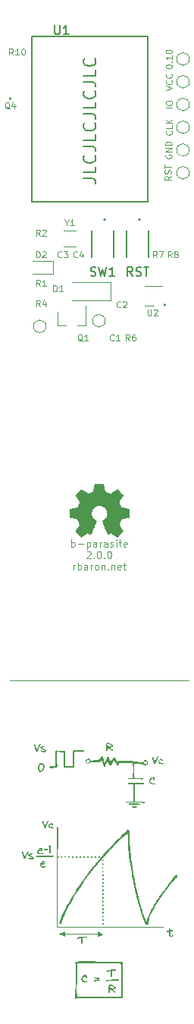
<source format=gbr>
G04 #@! TF.GenerationSoftware,KiCad,Pcbnew,(6.0.0-0)*
G04 #@! TF.CreationDate,2023-02-05T10:16:27+01:00*
G04 #@! TF.ProjectId,parasite,70617261-7369-4746-952e-6b696361645f,2.0.0*
G04 #@! TF.SameCoordinates,Original*
G04 #@! TF.FileFunction,Legend,Top*
G04 #@! TF.FilePolarity,Positive*
%FSLAX46Y46*%
G04 Gerber Fmt 4.6, Leading zero omitted, Abs format (unit mm)*
G04 Created by KiCad (PCBNEW (6.0.0-0)) date 2023-02-05 10:16:27*
%MOMM*%
%LPD*%
G01*
G04 APERTURE LIST*
%ADD10C,0.120000*%
%ADD11C,0.200000*%
%ADD12C,0.100000*%
%ADD13C,0.150000*%
%ADD14C,0.010000*%
%ADD15C,0.127000*%
G04 APERTURE END LIST*
D10*
X58000000Y-99000000D02*
X78000000Y-99000000D01*
D11*
X75450000Y-57060000D02*
G75*
G03*
X75450000Y-57060000I-100000J0D01*
G01*
D12*
X64914285Y-84073904D02*
X64914285Y-83273904D01*
X64914285Y-83578666D02*
X64990476Y-83540571D01*
X65142857Y-83540571D01*
X65219047Y-83578666D01*
X65257142Y-83616761D01*
X65295238Y-83692952D01*
X65295238Y-83921523D01*
X65257142Y-83997714D01*
X65219047Y-84035809D01*
X65142857Y-84073904D01*
X64990476Y-84073904D01*
X64914285Y-84035809D01*
X65638095Y-83769142D02*
X66247619Y-83769142D01*
X66628571Y-83540571D02*
X66628571Y-84340571D01*
X66628571Y-83578666D02*
X66704761Y-83540571D01*
X66857142Y-83540571D01*
X66933333Y-83578666D01*
X66971428Y-83616761D01*
X67009523Y-83692952D01*
X67009523Y-83921523D01*
X66971428Y-83997714D01*
X66933333Y-84035809D01*
X66857142Y-84073904D01*
X66704761Y-84073904D01*
X66628571Y-84035809D01*
X67695238Y-84073904D02*
X67695238Y-83654857D01*
X67657142Y-83578666D01*
X67580952Y-83540571D01*
X67428571Y-83540571D01*
X67352380Y-83578666D01*
X67695238Y-84035809D02*
X67619047Y-84073904D01*
X67428571Y-84073904D01*
X67352380Y-84035809D01*
X67314285Y-83959619D01*
X67314285Y-83883428D01*
X67352380Y-83807238D01*
X67428571Y-83769142D01*
X67619047Y-83769142D01*
X67695238Y-83731047D01*
X68076190Y-84073904D02*
X68076190Y-83540571D01*
X68076190Y-83692952D02*
X68114285Y-83616761D01*
X68152380Y-83578666D01*
X68228571Y-83540571D01*
X68304761Y-83540571D01*
X68914285Y-84073904D02*
X68914285Y-83654857D01*
X68876190Y-83578666D01*
X68800000Y-83540571D01*
X68647619Y-83540571D01*
X68571428Y-83578666D01*
X68914285Y-84035809D02*
X68838095Y-84073904D01*
X68647619Y-84073904D01*
X68571428Y-84035809D01*
X68533333Y-83959619D01*
X68533333Y-83883428D01*
X68571428Y-83807238D01*
X68647619Y-83769142D01*
X68838095Y-83769142D01*
X68914285Y-83731047D01*
X69257142Y-84035809D02*
X69333333Y-84073904D01*
X69485714Y-84073904D01*
X69561904Y-84035809D01*
X69600000Y-83959619D01*
X69600000Y-83921523D01*
X69561904Y-83845333D01*
X69485714Y-83807238D01*
X69371428Y-83807238D01*
X69295238Y-83769142D01*
X69257142Y-83692952D01*
X69257142Y-83654857D01*
X69295238Y-83578666D01*
X69371428Y-83540571D01*
X69485714Y-83540571D01*
X69561904Y-83578666D01*
X69942857Y-84073904D02*
X69942857Y-83540571D01*
X69942857Y-83273904D02*
X69904761Y-83312000D01*
X69942857Y-83350095D01*
X69980952Y-83312000D01*
X69942857Y-83273904D01*
X69942857Y-83350095D01*
X70209523Y-83540571D02*
X70514285Y-83540571D01*
X70323809Y-83273904D02*
X70323809Y-83959619D01*
X70361904Y-84035809D01*
X70438095Y-84073904D01*
X70514285Y-84073904D01*
X71085714Y-84035809D02*
X71009523Y-84073904D01*
X70857142Y-84073904D01*
X70780952Y-84035809D01*
X70742857Y-83959619D01*
X70742857Y-83654857D01*
X70780952Y-83578666D01*
X70857142Y-83540571D01*
X71009523Y-83540571D01*
X71085714Y-83578666D01*
X71123809Y-83654857D01*
X71123809Y-83731047D01*
X70742857Y-83807238D01*
X66628571Y-84638095D02*
X66666666Y-84600000D01*
X66742857Y-84561904D01*
X66933333Y-84561904D01*
X67009523Y-84600000D01*
X67047619Y-84638095D01*
X67085714Y-84714285D01*
X67085714Y-84790476D01*
X67047619Y-84904761D01*
X66590476Y-85361904D01*
X67085714Y-85361904D01*
X67428571Y-85285714D02*
X67466666Y-85323809D01*
X67428571Y-85361904D01*
X67390476Y-85323809D01*
X67428571Y-85285714D01*
X67428571Y-85361904D01*
X67961904Y-84561904D02*
X68038095Y-84561904D01*
X68114285Y-84600000D01*
X68152380Y-84638095D01*
X68190476Y-84714285D01*
X68228571Y-84866666D01*
X68228571Y-85057142D01*
X68190476Y-85209523D01*
X68152380Y-85285714D01*
X68114285Y-85323809D01*
X68038095Y-85361904D01*
X67961904Y-85361904D01*
X67885714Y-85323809D01*
X67847619Y-85285714D01*
X67809523Y-85209523D01*
X67771428Y-85057142D01*
X67771428Y-84866666D01*
X67809523Y-84714285D01*
X67847619Y-84638095D01*
X67885714Y-84600000D01*
X67961904Y-84561904D01*
X68571428Y-85285714D02*
X68609523Y-85323809D01*
X68571428Y-85361904D01*
X68533333Y-85323809D01*
X68571428Y-85285714D01*
X68571428Y-85361904D01*
X69104761Y-84561904D02*
X69180952Y-84561904D01*
X69257142Y-84600000D01*
X69295238Y-84638095D01*
X69333333Y-84714285D01*
X69371428Y-84866666D01*
X69371428Y-85057142D01*
X69333333Y-85209523D01*
X69295238Y-85285714D01*
X69257142Y-85323809D01*
X69180952Y-85361904D01*
X69104761Y-85361904D01*
X69028571Y-85323809D01*
X68990476Y-85285714D01*
X68952380Y-85209523D01*
X68914285Y-85057142D01*
X68914285Y-84866666D01*
X68952380Y-84714285D01*
X68990476Y-84638095D01*
X69028571Y-84600000D01*
X69104761Y-84561904D01*
X65123809Y-86649904D02*
X65123809Y-86116571D01*
X65123809Y-86268952D02*
X65161904Y-86192761D01*
X65200000Y-86154666D01*
X65276190Y-86116571D01*
X65352380Y-86116571D01*
X65619047Y-86649904D02*
X65619047Y-85849904D01*
X65619047Y-86154666D02*
X65695238Y-86116571D01*
X65847619Y-86116571D01*
X65923809Y-86154666D01*
X65961904Y-86192761D01*
X66000000Y-86268952D01*
X66000000Y-86497523D01*
X65961904Y-86573714D01*
X65923809Y-86611809D01*
X65847619Y-86649904D01*
X65695238Y-86649904D01*
X65619047Y-86611809D01*
X66685714Y-86649904D02*
X66685714Y-86230857D01*
X66647619Y-86154666D01*
X66571428Y-86116571D01*
X66419047Y-86116571D01*
X66342857Y-86154666D01*
X66685714Y-86611809D02*
X66609523Y-86649904D01*
X66419047Y-86649904D01*
X66342857Y-86611809D01*
X66304761Y-86535619D01*
X66304761Y-86459428D01*
X66342857Y-86383238D01*
X66419047Y-86345142D01*
X66609523Y-86345142D01*
X66685714Y-86307047D01*
X67066666Y-86649904D02*
X67066666Y-86116571D01*
X67066666Y-86268952D02*
X67104761Y-86192761D01*
X67142857Y-86154666D01*
X67219047Y-86116571D01*
X67295238Y-86116571D01*
X67676190Y-86649904D02*
X67600000Y-86611809D01*
X67561904Y-86573714D01*
X67523809Y-86497523D01*
X67523809Y-86268952D01*
X67561904Y-86192761D01*
X67600000Y-86154666D01*
X67676190Y-86116571D01*
X67790476Y-86116571D01*
X67866666Y-86154666D01*
X67904761Y-86192761D01*
X67942857Y-86268952D01*
X67942857Y-86497523D01*
X67904761Y-86573714D01*
X67866666Y-86611809D01*
X67790476Y-86649904D01*
X67676190Y-86649904D01*
X68285714Y-86116571D02*
X68285714Y-86649904D01*
X68285714Y-86192761D02*
X68323809Y-86154666D01*
X68400000Y-86116571D01*
X68514285Y-86116571D01*
X68590476Y-86154666D01*
X68628571Y-86230857D01*
X68628571Y-86649904D01*
X69009523Y-86573714D02*
X69047619Y-86611809D01*
X69009523Y-86649904D01*
X68971428Y-86611809D01*
X69009523Y-86573714D01*
X69009523Y-86649904D01*
X69390476Y-86116571D02*
X69390476Y-86649904D01*
X69390476Y-86192761D02*
X69428571Y-86154666D01*
X69504761Y-86116571D01*
X69619047Y-86116571D01*
X69695238Y-86154666D01*
X69733333Y-86230857D01*
X69733333Y-86649904D01*
X70419047Y-86611809D02*
X70342857Y-86649904D01*
X70190476Y-86649904D01*
X70114285Y-86611809D01*
X70076190Y-86535619D01*
X70076190Y-86230857D01*
X70114285Y-86154666D01*
X70190476Y-86116571D01*
X70342857Y-86116571D01*
X70419047Y-86154666D01*
X70457142Y-86230857D01*
X70457142Y-86307047D01*
X70076190Y-86383238D01*
X70685714Y-86116571D02*
X70990476Y-86116571D01*
X70800000Y-85849904D02*
X70800000Y-86535619D01*
X70838095Y-86611809D01*
X70914285Y-86649904D01*
X70990476Y-86649904D01*
D11*
X66233333Y-42966666D02*
X67233333Y-42966666D01*
X67433333Y-43033333D01*
X67566666Y-43166666D01*
X67633333Y-43366666D01*
X67633333Y-43500000D01*
X67633333Y-41633333D02*
X67633333Y-42300000D01*
X66233333Y-42300000D01*
X67500000Y-40366666D02*
X67566666Y-40433333D01*
X67633333Y-40633333D01*
X67633333Y-40766666D01*
X67566666Y-40966666D01*
X67433333Y-41100000D01*
X67300000Y-41166666D01*
X67033333Y-41233333D01*
X66833333Y-41233333D01*
X66566666Y-41166666D01*
X66433333Y-41100000D01*
X66300000Y-40966666D01*
X66233333Y-40766666D01*
X66233333Y-40633333D01*
X66300000Y-40433333D01*
X66366666Y-40366666D01*
X66233333Y-39366666D02*
X67233333Y-39366666D01*
X67433333Y-39433333D01*
X67566666Y-39566666D01*
X67633333Y-39766666D01*
X67633333Y-39900000D01*
X67633333Y-38033333D02*
X67633333Y-38700000D01*
X66233333Y-38700000D01*
X67500000Y-36766666D02*
X67566666Y-36833333D01*
X67633333Y-37033333D01*
X67633333Y-37166666D01*
X67566666Y-37366666D01*
X67433333Y-37500000D01*
X67300000Y-37566666D01*
X67033333Y-37633333D01*
X66833333Y-37633333D01*
X66566666Y-37566666D01*
X66433333Y-37500000D01*
X66300000Y-37366666D01*
X66233333Y-37166666D01*
X66233333Y-37033333D01*
X66300000Y-36833333D01*
X66366666Y-36766666D01*
X66233333Y-35766666D02*
X67233333Y-35766666D01*
X67433333Y-35833333D01*
X67566666Y-35966666D01*
X67633333Y-36166666D01*
X67633333Y-36300000D01*
X67633333Y-34433333D02*
X67633333Y-35100000D01*
X66233333Y-35100000D01*
X67500000Y-33166666D02*
X67566666Y-33233333D01*
X67633333Y-33433333D01*
X67633333Y-33566666D01*
X67566666Y-33766666D01*
X67433333Y-33900000D01*
X67300000Y-33966666D01*
X67033333Y-34033333D01*
X66833333Y-34033333D01*
X66566666Y-33966666D01*
X66433333Y-33900000D01*
X66300000Y-33766666D01*
X66233333Y-33566666D01*
X66233333Y-33433333D01*
X66300000Y-33233333D01*
X66366666Y-33166666D01*
X66233333Y-32166666D02*
X67233333Y-32166666D01*
X67433333Y-32233333D01*
X67566666Y-32366666D01*
X67633333Y-32566666D01*
X67633333Y-32700000D01*
X67633333Y-30833333D02*
X67633333Y-31500000D01*
X66233333Y-31500000D01*
X67500000Y-29566666D02*
X67566666Y-29633333D01*
X67633333Y-29833333D01*
X67633333Y-29966666D01*
X67566666Y-30166666D01*
X67433333Y-30300000D01*
X67300000Y-30366666D01*
X67033333Y-30433333D01*
X66833333Y-30433333D01*
X66566666Y-30366666D01*
X66433333Y-30300000D01*
X66300000Y-30166666D01*
X66233333Y-29966666D01*
X66233333Y-29833333D01*
X66300000Y-29633333D01*
X66366666Y-29566666D01*
D10*
X69645333Y-60993000D02*
X69612000Y-61026333D01*
X69512000Y-61059666D01*
X69445333Y-61059666D01*
X69345333Y-61026333D01*
X69278666Y-60959666D01*
X69245333Y-60893000D01*
X69212000Y-60759666D01*
X69212000Y-60659666D01*
X69245333Y-60526333D01*
X69278666Y-60459666D01*
X69345333Y-60393000D01*
X69445333Y-60359666D01*
X69512000Y-60359666D01*
X69612000Y-60393000D01*
X69645333Y-60426333D01*
X70312000Y-61059666D02*
X69912000Y-61059666D01*
X70112000Y-61059666D02*
X70112000Y-60359666D01*
X70045333Y-60459666D01*
X69978666Y-60526333D01*
X69912000Y-60559666D01*
X71423333Y-61059666D02*
X71190000Y-60726333D01*
X71023333Y-61059666D02*
X71023333Y-60359666D01*
X71290000Y-60359666D01*
X71356666Y-60393000D01*
X71390000Y-60426333D01*
X71423333Y-60493000D01*
X71423333Y-60593000D01*
X71390000Y-60659666D01*
X71356666Y-60693000D01*
X71290000Y-60726333D01*
X71023333Y-60726333D01*
X72023333Y-60359666D02*
X71890000Y-60359666D01*
X71823333Y-60393000D01*
X71790000Y-60426333D01*
X71723333Y-60526333D01*
X71690000Y-60659666D01*
X71690000Y-60926333D01*
X71723333Y-60993000D01*
X71756666Y-61026333D01*
X71823333Y-61059666D01*
X71956666Y-61059666D01*
X72023333Y-61026333D01*
X72056666Y-60993000D01*
X72090000Y-60926333D01*
X72090000Y-60759666D01*
X72056666Y-60693000D01*
X72023333Y-60659666D01*
X71956666Y-60626333D01*
X71823333Y-60626333D01*
X71756666Y-60659666D01*
X71723333Y-60693000D01*
X71690000Y-60759666D01*
X61398333Y-57238666D02*
X61165000Y-56905333D01*
X60998333Y-57238666D02*
X60998333Y-56538666D01*
X61265000Y-56538666D01*
X61331666Y-56572000D01*
X61365000Y-56605333D01*
X61398333Y-56672000D01*
X61398333Y-56772000D01*
X61365000Y-56838666D01*
X61331666Y-56872000D01*
X61265000Y-56905333D01*
X60998333Y-56905333D01*
X61998333Y-56772000D02*
X61998333Y-57238666D01*
X61831666Y-56505333D02*
X61665000Y-57005333D01*
X62098333Y-57005333D01*
X66139333Y-61126333D02*
X66072666Y-61093000D01*
X66006000Y-61026333D01*
X65906000Y-60926333D01*
X65839333Y-60893000D01*
X65772666Y-60893000D01*
X65806000Y-61059666D02*
X65739333Y-61026333D01*
X65672666Y-60959666D01*
X65639333Y-60826333D01*
X65639333Y-60593000D01*
X65672666Y-60459666D01*
X65739333Y-60393000D01*
X65806000Y-60359666D01*
X65939333Y-60359666D01*
X66006000Y-60393000D01*
X66072666Y-60459666D01*
X66106000Y-60593000D01*
X66106000Y-60826333D01*
X66072666Y-60959666D01*
X66006000Y-61026333D01*
X65939333Y-61059666D01*
X65806000Y-61059666D01*
X66772666Y-61059666D02*
X66372666Y-61059666D01*
X66572666Y-61059666D02*
X66572666Y-60359666D01*
X66506000Y-60459666D01*
X66439333Y-60526333D01*
X66372666Y-60559666D01*
X61413333Y-54963666D02*
X61180000Y-54630333D01*
X61013333Y-54963666D02*
X61013333Y-54263666D01*
X61280000Y-54263666D01*
X61346666Y-54297000D01*
X61380000Y-54330333D01*
X61413333Y-54397000D01*
X61413333Y-54497000D01*
X61380000Y-54563666D01*
X61346666Y-54597000D01*
X61280000Y-54630333D01*
X61013333Y-54630333D01*
X62080000Y-54963666D02*
X61680000Y-54963666D01*
X61880000Y-54963666D02*
X61880000Y-54263666D01*
X61813333Y-54363666D01*
X61746666Y-54430333D01*
X61680000Y-54463666D01*
X76148666Y-35074666D02*
X75448666Y-35074666D01*
X75448666Y-34608000D02*
X75448666Y-34474666D01*
X75482000Y-34408000D01*
X75548666Y-34341333D01*
X75682000Y-34308000D01*
X75915333Y-34308000D01*
X76048666Y-34341333D01*
X76115333Y-34408000D01*
X76148666Y-34474666D01*
X76148666Y-34608000D01*
X76115333Y-34674666D01*
X76048666Y-34741333D01*
X75915333Y-34774666D01*
X75682000Y-34774666D01*
X75548666Y-34741333D01*
X75482000Y-34674666D01*
X75448666Y-34608000D01*
X76082000Y-37664666D02*
X76115333Y-37698000D01*
X76148666Y-37798000D01*
X76148666Y-37864666D01*
X76115333Y-37964666D01*
X76048666Y-38031333D01*
X75982000Y-38064666D01*
X75848666Y-38098000D01*
X75748666Y-38098000D01*
X75615333Y-38064666D01*
X75548666Y-38031333D01*
X75482000Y-37964666D01*
X75448666Y-37864666D01*
X75448666Y-37798000D01*
X75482000Y-37698000D01*
X75515333Y-37664666D01*
X76148666Y-37031333D02*
X76148666Y-37364666D01*
X75448666Y-37364666D01*
X76148666Y-36798000D02*
X75448666Y-36798000D01*
X76148666Y-36398000D02*
X75748666Y-36698000D01*
X75448666Y-36398000D02*
X75848666Y-36798000D01*
X61390333Y-49375666D02*
X61157000Y-49042333D01*
X60990333Y-49375666D02*
X60990333Y-48675666D01*
X61257000Y-48675666D01*
X61323666Y-48709000D01*
X61357000Y-48742333D01*
X61390333Y-48809000D01*
X61390333Y-48909000D01*
X61357000Y-48975666D01*
X61323666Y-49009000D01*
X61257000Y-49042333D01*
X60990333Y-49042333D01*
X61657000Y-48742333D02*
X61690333Y-48709000D01*
X61757000Y-48675666D01*
X61923666Y-48675666D01*
X61990333Y-48709000D01*
X62023666Y-48742333D01*
X62057000Y-48809000D01*
X62057000Y-48875666D01*
X62023666Y-48975666D01*
X61623666Y-49375666D01*
X62057000Y-49375666D01*
X70407333Y-57310000D02*
X70374000Y-57343333D01*
X70274000Y-57376666D01*
X70207333Y-57376666D01*
X70107333Y-57343333D01*
X70040666Y-57276666D01*
X70007333Y-57210000D01*
X69974000Y-57076666D01*
X69974000Y-56976666D01*
X70007333Y-56843333D01*
X70040666Y-56776666D01*
X70107333Y-56710000D01*
X70207333Y-56676666D01*
X70274000Y-56676666D01*
X70374000Y-56710000D01*
X70407333Y-56743333D01*
X70674000Y-56743333D02*
X70707333Y-56710000D01*
X70774000Y-56676666D01*
X70940666Y-56676666D01*
X71007333Y-56710000D01*
X71040666Y-56743333D01*
X71074000Y-56810000D01*
X71074000Y-56876666D01*
X71040666Y-56976666D01*
X70640666Y-57376666D01*
X71074000Y-57376666D01*
X64368666Y-47899333D02*
X64368666Y-48232666D01*
X64135333Y-47532666D02*
X64368666Y-47899333D01*
X64602000Y-47532666D01*
X65202000Y-48232666D02*
X64802000Y-48232666D01*
X65002000Y-48232666D02*
X65002000Y-47532666D01*
X64935333Y-47632666D01*
X64868666Y-47699333D01*
X64802000Y-47732666D01*
X60990333Y-51788666D02*
X60990333Y-51088666D01*
X61157000Y-51088666D01*
X61257000Y-51122000D01*
X61323666Y-51188666D01*
X61357000Y-51255333D01*
X61390333Y-51388666D01*
X61390333Y-51488666D01*
X61357000Y-51622000D01*
X61323666Y-51688666D01*
X61257000Y-51755333D01*
X61157000Y-51788666D01*
X60990333Y-51788666D01*
X61657000Y-51155333D02*
X61690333Y-51122000D01*
X61757000Y-51088666D01*
X61923666Y-51088666D01*
X61990333Y-51122000D01*
X62023666Y-51155333D01*
X62057000Y-51222000D01*
X62057000Y-51288666D01*
X62023666Y-51388666D01*
X61623666Y-51788666D01*
X62057000Y-51788666D01*
X65581333Y-51722000D02*
X65548000Y-51755333D01*
X65448000Y-51788666D01*
X65381333Y-51788666D01*
X65281333Y-51755333D01*
X65214666Y-51688666D01*
X65181333Y-51622000D01*
X65148000Y-51488666D01*
X65148000Y-51388666D01*
X65181333Y-51255333D01*
X65214666Y-51188666D01*
X65281333Y-51122000D01*
X65381333Y-51088666D01*
X65448000Y-51088666D01*
X65548000Y-51122000D01*
X65581333Y-51155333D01*
X66181333Y-51322000D02*
X66181333Y-51788666D01*
X66014666Y-51055333D02*
X65848000Y-51555333D01*
X66281333Y-51555333D01*
X63803333Y-51722000D02*
X63770000Y-51755333D01*
X63670000Y-51788666D01*
X63603333Y-51788666D01*
X63503333Y-51755333D01*
X63436666Y-51688666D01*
X63403333Y-51622000D01*
X63370000Y-51488666D01*
X63370000Y-51388666D01*
X63403333Y-51255333D01*
X63436666Y-51188666D01*
X63503333Y-51122000D01*
X63603333Y-51088666D01*
X63670000Y-51088666D01*
X63770000Y-51122000D01*
X63803333Y-51155333D01*
X64036666Y-51088666D02*
X64470000Y-51088666D01*
X64236666Y-51355333D01*
X64336666Y-51355333D01*
X64403333Y-51388666D01*
X64436666Y-51422000D01*
X64470000Y-51488666D01*
X64470000Y-51655333D01*
X64436666Y-51722000D01*
X64403333Y-51755333D01*
X64336666Y-51788666D01*
X64136666Y-51788666D01*
X64070000Y-51755333D01*
X64036666Y-51722000D01*
X74471333Y-51788666D02*
X74238000Y-51455333D01*
X74071333Y-51788666D02*
X74071333Y-51088666D01*
X74338000Y-51088666D01*
X74404666Y-51122000D01*
X74438000Y-51155333D01*
X74471333Y-51222000D01*
X74471333Y-51322000D01*
X74438000Y-51388666D01*
X74404666Y-51422000D01*
X74338000Y-51455333D01*
X74071333Y-51455333D01*
X74704666Y-51088666D02*
X75171333Y-51088666D01*
X74871333Y-51788666D01*
X76122333Y-51788666D02*
X75889000Y-51455333D01*
X75722333Y-51788666D02*
X75722333Y-51088666D01*
X75989000Y-51088666D01*
X76055666Y-51122000D01*
X76089000Y-51155333D01*
X76122333Y-51222000D01*
X76122333Y-51322000D01*
X76089000Y-51388666D01*
X76055666Y-51422000D01*
X75989000Y-51455333D01*
X75722333Y-51455333D01*
X76522333Y-51388666D02*
X76455666Y-51355333D01*
X76422333Y-51322000D01*
X76389000Y-51255333D01*
X76389000Y-51222000D01*
X76422333Y-51155333D01*
X76455666Y-51122000D01*
X76522333Y-51088666D01*
X76655666Y-51088666D01*
X76722333Y-51122000D01*
X76755666Y-51155333D01*
X76789000Y-51222000D01*
X76789000Y-51255333D01*
X76755666Y-51322000D01*
X76722333Y-51355333D01*
X76655666Y-51388666D01*
X76522333Y-51388666D01*
X76455666Y-51422000D01*
X76422333Y-51455333D01*
X76389000Y-51522000D01*
X76389000Y-51655333D01*
X76422333Y-51722000D01*
X76455666Y-51755333D01*
X76522333Y-51788666D01*
X76655666Y-51788666D01*
X76722333Y-51755333D01*
X76755666Y-51722000D01*
X76789000Y-51655333D01*
X76789000Y-51522000D01*
X76755666Y-51455333D01*
X76722333Y-51422000D01*
X76655666Y-51388666D01*
X73419666Y-57565666D02*
X73419666Y-58132333D01*
X73453000Y-58199000D01*
X73486333Y-58232333D01*
X73553000Y-58265666D01*
X73686333Y-58265666D01*
X73753000Y-58232333D01*
X73786333Y-58199000D01*
X73819666Y-58132333D01*
X73819666Y-57565666D01*
X74119666Y-57632333D02*
X74153000Y-57599000D01*
X74219666Y-57565666D01*
X74386333Y-57565666D01*
X74453000Y-57599000D01*
X74486333Y-57632333D01*
X74519666Y-57699000D01*
X74519666Y-57765666D01*
X74486333Y-57865666D01*
X74086333Y-58265666D01*
X74519666Y-58265666D01*
X62895333Y-55598666D02*
X62895333Y-54898666D01*
X63062000Y-54898666D01*
X63162000Y-54932000D01*
X63228666Y-54998666D01*
X63262000Y-55065333D01*
X63295333Y-55198666D01*
X63295333Y-55298666D01*
X63262000Y-55432000D01*
X63228666Y-55498666D01*
X63162000Y-55565333D01*
X63062000Y-55598666D01*
X62895333Y-55598666D01*
X63962000Y-55598666D02*
X63562000Y-55598666D01*
X63762000Y-55598666D02*
X63762000Y-54898666D01*
X63695333Y-54998666D01*
X63628666Y-55065333D01*
X63562000Y-55098666D01*
X76038666Y-42711333D02*
X75705333Y-42944666D01*
X76038666Y-43111333D02*
X75338666Y-43111333D01*
X75338666Y-42844666D01*
X75372000Y-42778000D01*
X75405333Y-42744666D01*
X75472000Y-42711333D01*
X75572000Y-42711333D01*
X75638666Y-42744666D01*
X75672000Y-42778000D01*
X75705333Y-42844666D01*
X75705333Y-43111333D01*
X76005333Y-42444666D02*
X76038666Y-42344666D01*
X76038666Y-42178000D01*
X76005333Y-42111333D01*
X75972000Y-42078000D01*
X75905333Y-42044666D01*
X75838666Y-42044666D01*
X75772000Y-42078000D01*
X75738666Y-42111333D01*
X75705333Y-42178000D01*
X75672000Y-42311333D01*
X75638666Y-42378000D01*
X75605333Y-42411333D01*
X75538666Y-42444666D01*
X75472000Y-42444666D01*
X75405333Y-42411333D01*
X75372000Y-42378000D01*
X75338666Y-42311333D01*
X75338666Y-42144666D01*
X75372000Y-42044666D01*
X75338666Y-41844666D02*
X75338666Y-41444666D01*
X76038666Y-41644666D02*
X75338666Y-41644666D01*
D13*
X63031095Y-25864930D02*
X63031095Y-26674454D01*
X63078714Y-26769692D01*
X63126333Y-26817311D01*
X63221571Y-26864930D01*
X63412047Y-26864930D01*
X63507285Y-26817311D01*
X63554904Y-26769692D01*
X63602523Y-26674454D01*
X63602523Y-25864930D01*
X64602523Y-26864930D02*
X64031095Y-26864930D01*
X64316809Y-26864930D02*
X64316809Y-25864930D01*
X64221571Y-26007788D01*
X64126333Y-26103026D01*
X64031095Y-26150645D01*
D10*
X58390000Y-29182666D02*
X58156666Y-28849333D01*
X57990000Y-29182666D02*
X57990000Y-28482666D01*
X58256666Y-28482666D01*
X58323333Y-28516000D01*
X58356666Y-28549333D01*
X58390000Y-28616000D01*
X58390000Y-28716000D01*
X58356666Y-28782666D01*
X58323333Y-28816000D01*
X58256666Y-28849333D01*
X57990000Y-28849333D01*
X59056666Y-29182666D02*
X58656666Y-29182666D01*
X58856666Y-29182666D02*
X58856666Y-28482666D01*
X58790000Y-28582666D01*
X58723333Y-28649333D01*
X58656666Y-28682666D01*
X59490000Y-28482666D02*
X59556666Y-28482666D01*
X59623333Y-28516000D01*
X59656666Y-28549333D01*
X59690000Y-28616000D01*
X59723333Y-28749333D01*
X59723333Y-28916000D01*
X59690000Y-29049333D01*
X59656666Y-29116000D01*
X59623333Y-29149333D01*
X59556666Y-29182666D01*
X59490000Y-29182666D01*
X59423333Y-29149333D01*
X59390000Y-29116000D01*
X59356666Y-29049333D01*
X59323333Y-28916000D01*
X59323333Y-28749333D01*
X59356666Y-28616000D01*
X59390000Y-28549333D01*
X59423333Y-28516000D01*
X59490000Y-28482666D01*
X58011333Y-35218333D02*
X57944666Y-35185000D01*
X57878000Y-35118333D01*
X57778000Y-35018333D01*
X57711333Y-34985000D01*
X57644666Y-34985000D01*
X57678000Y-35151666D02*
X57611333Y-35118333D01*
X57544666Y-35051666D01*
X57511333Y-34918333D01*
X57511333Y-34685000D01*
X57544666Y-34551666D01*
X57611333Y-34485000D01*
X57678000Y-34451666D01*
X57811333Y-34451666D01*
X57878000Y-34485000D01*
X57944666Y-34551666D01*
X57978000Y-34685000D01*
X57978000Y-34918333D01*
X57944666Y-35051666D01*
X57878000Y-35118333D01*
X57811333Y-35151666D01*
X57678000Y-35151666D01*
X58578000Y-34685000D02*
X58578000Y-35151666D01*
X58411333Y-34418333D02*
X58244666Y-34918333D01*
X58678000Y-34918333D01*
X75448666Y-33101333D02*
X76148666Y-32868000D01*
X75448666Y-32634666D01*
X76082000Y-32001333D02*
X76115333Y-32034666D01*
X76148666Y-32134666D01*
X76148666Y-32201333D01*
X76115333Y-32301333D01*
X76048666Y-32368000D01*
X75982000Y-32401333D01*
X75848666Y-32434666D01*
X75748666Y-32434666D01*
X75615333Y-32401333D01*
X75548666Y-32368000D01*
X75482000Y-32301333D01*
X75448666Y-32201333D01*
X75448666Y-32134666D01*
X75482000Y-32034666D01*
X75515333Y-32001333D01*
X76082000Y-31301333D02*
X76115333Y-31334666D01*
X76148666Y-31434666D01*
X76148666Y-31501333D01*
X76115333Y-31601333D01*
X76048666Y-31668000D01*
X75982000Y-31701333D01*
X75848666Y-31734666D01*
X75748666Y-31734666D01*
X75615333Y-31701333D01*
X75548666Y-31668000D01*
X75482000Y-31601333D01*
X75448666Y-31501333D01*
X75448666Y-31434666D01*
X75482000Y-31334666D01*
X75515333Y-31301333D01*
D13*
X67066666Y-53804761D02*
X67209523Y-53852380D01*
X67447619Y-53852380D01*
X67542857Y-53804761D01*
X67590476Y-53757142D01*
X67638095Y-53661904D01*
X67638095Y-53566666D01*
X67590476Y-53471428D01*
X67542857Y-53423809D01*
X67447619Y-53376190D01*
X67257142Y-53328571D01*
X67161904Y-53280952D01*
X67114285Y-53233333D01*
X67066666Y-53138095D01*
X67066666Y-53042857D01*
X67114285Y-52947619D01*
X67161904Y-52900000D01*
X67257142Y-52852380D01*
X67495238Y-52852380D01*
X67638095Y-52900000D01*
X67971428Y-52852380D02*
X68209523Y-53852380D01*
X68400000Y-53138095D01*
X68590476Y-53852380D01*
X68828571Y-52852380D01*
X69733333Y-53852380D02*
X69161904Y-53852380D01*
X69447619Y-53852380D02*
X69447619Y-52852380D01*
X69352380Y-52995238D01*
X69257142Y-53090476D01*
X69161904Y-53138095D01*
X71752380Y-53852380D02*
X71419047Y-53376190D01*
X71180952Y-53852380D02*
X71180952Y-52852380D01*
X71561904Y-52852380D01*
X71657142Y-52900000D01*
X71704761Y-52947619D01*
X71752380Y-53042857D01*
X71752380Y-53185714D01*
X71704761Y-53280952D01*
X71657142Y-53328571D01*
X71561904Y-53376190D01*
X71180952Y-53376190D01*
X72133333Y-53804761D02*
X72276190Y-53852380D01*
X72514285Y-53852380D01*
X72609523Y-53804761D01*
X72657142Y-53757142D01*
X72704761Y-53661904D01*
X72704761Y-53566666D01*
X72657142Y-53471428D01*
X72609523Y-53423809D01*
X72514285Y-53376190D01*
X72323809Y-53328571D01*
X72228571Y-53280952D01*
X72180952Y-53233333D01*
X72133333Y-53138095D01*
X72133333Y-53042857D01*
X72180952Y-52947619D01*
X72228571Y-52900000D01*
X72323809Y-52852380D01*
X72561904Y-52852380D01*
X72704761Y-52900000D01*
X72990476Y-52852380D02*
X73561904Y-52852380D01*
X73276190Y-53852380D02*
X73276190Y-52852380D01*
D10*
X75448666Y-30494666D02*
X75448666Y-30428000D01*
X75482000Y-30361333D01*
X75515333Y-30328000D01*
X75582000Y-30294666D01*
X75715333Y-30261333D01*
X75882000Y-30261333D01*
X76015333Y-30294666D01*
X76082000Y-30328000D01*
X76115333Y-30361333D01*
X76148666Y-30428000D01*
X76148666Y-30494666D01*
X76115333Y-30561333D01*
X76082000Y-30594666D01*
X76015333Y-30628000D01*
X75882000Y-30661333D01*
X75715333Y-30661333D01*
X75582000Y-30628000D01*
X75515333Y-30594666D01*
X75482000Y-30561333D01*
X75448666Y-30494666D01*
X76082000Y-29961333D02*
X76115333Y-29928000D01*
X76148666Y-29961333D01*
X76115333Y-29994666D01*
X76082000Y-29961333D01*
X76148666Y-29961333D01*
X76148666Y-29261333D02*
X76148666Y-29661333D01*
X76148666Y-29461333D02*
X75448666Y-29461333D01*
X75548666Y-29528000D01*
X75615333Y-29594666D01*
X75648666Y-29661333D01*
X75448666Y-28828000D02*
X75448666Y-28761333D01*
X75482000Y-28694666D01*
X75515333Y-28661333D01*
X75582000Y-28628000D01*
X75715333Y-28594666D01*
X75882000Y-28594666D01*
X76015333Y-28628000D01*
X76082000Y-28661333D01*
X76115333Y-28694666D01*
X76148666Y-28761333D01*
X76148666Y-28828000D01*
X76115333Y-28894666D01*
X76082000Y-28928000D01*
X76015333Y-28961333D01*
X75882000Y-28994666D01*
X75715333Y-28994666D01*
X75582000Y-28961333D01*
X75515333Y-28928000D01*
X75482000Y-28894666D01*
X75448666Y-28828000D01*
X75462000Y-40321333D02*
X75428666Y-40388000D01*
X75428666Y-40488000D01*
X75462000Y-40588000D01*
X75528666Y-40654666D01*
X75595333Y-40688000D01*
X75728666Y-40721333D01*
X75828666Y-40721333D01*
X75962000Y-40688000D01*
X76028666Y-40654666D01*
X76095333Y-40588000D01*
X76128666Y-40488000D01*
X76128666Y-40421333D01*
X76095333Y-40321333D01*
X76062000Y-40288000D01*
X75828666Y-40288000D01*
X75828666Y-40421333D01*
X76128666Y-39988000D02*
X75428666Y-39988000D01*
X76128666Y-39588000D01*
X75428666Y-39588000D01*
X76128666Y-39254666D02*
X75428666Y-39254666D01*
X75428666Y-39088000D01*
X75462000Y-38988000D01*
X75528666Y-38921333D01*
X75595333Y-38888000D01*
X75728666Y-38854666D01*
X75828666Y-38854666D01*
X75962000Y-38888000D01*
X76028666Y-38921333D01*
X76095333Y-38988000D01*
X76128666Y-39088000D01*
X76128666Y-39254666D01*
X66516000Y-59328000D02*
X65586000Y-59328000D01*
X63356000Y-59328000D02*
X63356000Y-57868000D01*
X63356000Y-59328000D02*
X64286000Y-59328000D01*
X66516000Y-59328000D02*
X66516000Y-57168000D01*
X78082000Y-34708000D02*
G75*
G03*
X78082000Y-34708000I-700000J0D01*
G01*
X78082000Y-37248000D02*
G75*
G03*
X78082000Y-37248000I-700000J0D01*
G01*
X68684000Y-58838000D02*
G75*
G03*
X68684000Y-58838000I-700000J0D01*
G01*
X62080000Y-59473000D02*
G75*
G03*
X62080000Y-59473000I-700000J0D01*
G01*
X64027000Y-48819000D02*
X65377000Y-48819000D01*
X64027000Y-50569000D02*
X65377000Y-50569000D01*
X60605500Y-53604000D02*
X62890500Y-53604000D01*
X62890500Y-52134000D02*
X60605500Y-52134000D01*
X62890500Y-53604000D02*
X62890500Y-52134000D01*
X75080000Y-54934000D02*
X73080000Y-54934000D01*
X74080000Y-57154000D02*
X73080000Y-57154000D01*
X64992000Y-56536000D02*
X69292000Y-56536000D01*
X69292000Y-56536000D02*
X69292000Y-54536000D01*
X69292000Y-54536000D02*
X64992000Y-54536000D01*
D14*
X68555814Y-77468931D02*
X68639635Y-77913555D01*
X68639635Y-77913555D02*
X68948920Y-78041053D01*
X68948920Y-78041053D02*
X69258206Y-78168551D01*
X69258206Y-78168551D02*
X69629246Y-77916246D01*
X69629246Y-77916246D02*
X69733157Y-77845996D01*
X69733157Y-77845996D02*
X69827087Y-77783272D01*
X69827087Y-77783272D02*
X69906652Y-77730938D01*
X69906652Y-77730938D02*
X69967470Y-77691857D01*
X69967470Y-77691857D02*
X70005157Y-77668893D01*
X70005157Y-77668893D02*
X70015421Y-77663942D01*
X70015421Y-77663942D02*
X70033910Y-77676676D01*
X70033910Y-77676676D02*
X70073420Y-77711882D01*
X70073420Y-77711882D02*
X70129522Y-77765062D01*
X70129522Y-77765062D02*
X70197787Y-77831718D01*
X70197787Y-77831718D02*
X70273786Y-77907354D01*
X70273786Y-77907354D02*
X70353092Y-77987472D01*
X70353092Y-77987472D02*
X70431275Y-78067574D01*
X70431275Y-78067574D02*
X70503907Y-78143164D01*
X70503907Y-78143164D02*
X70566559Y-78209745D01*
X70566559Y-78209745D02*
X70614803Y-78262818D01*
X70614803Y-78262818D02*
X70644210Y-78297887D01*
X70644210Y-78297887D02*
X70651241Y-78309623D01*
X70651241Y-78309623D02*
X70641123Y-78331260D01*
X70641123Y-78331260D02*
X70612759Y-78378662D01*
X70612759Y-78378662D02*
X70569129Y-78447193D01*
X70569129Y-78447193D02*
X70513218Y-78532215D01*
X70513218Y-78532215D02*
X70448006Y-78629093D01*
X70448006Y-78629093D02*
X70410219Y-78684350D01*
X70410219Y-78684350D02*
X70341343Y-78785248D01*
X70341343Y-78785248D02*
X70280140Y-78876299D01*
X70280140Y-78876299D02*
X70229578Y-78952970D01*
X70229578Y-78952970D02*
X70192628Y-79010728D01*
X70192628Y-79010728D02*
X70172258Y-79045043D01*
X70172258Y-79045043D02*
X70169197Y-79052254D01*
X70169197Y-79052254D02*
X70176136Y-79072748D01*
X70176136Y-79072748D02*
X70195051Y-79120513D01*
X70195051Y-79120513D02*
X70223087Y-79188832D01*
X70223087Y-79188832D02*
X70257391Y-79270989D01*
X70257391Y-79270989D02*
X70295109Y-79360270D01*
X70295109Y-79360270D02*
X70333387Y-79449958D01*
X70333387Y-79449958D02*
X70369370Y-79533338D01*
X70369370Y-79533338D02*
X70400206Y-79603694D01*
X70400206Y-79603694D02*
X70423039Y-79654310D01*
X70423039Y-79654310D02*
X70435017Y-79678471D01*
X70435017Y-79678471D02*
X70435724Y-79679422D01*
X70435724Y-79679422D02*
X70454531Y-79684036D01*
X70454531Y-79684036D02*
X70504618Y-79694328D01*
X70504618Y-79694328D02*
X70580793Y-79709287D01*
X70580793Y-79709287D02*
X70677865Y-79727901D01*
X70677865Y-79727901D02*
X70790643Y-79749159D01*
X70790643Y-79749159D02*
X70856442Y-79761418D01*
X70856442Y-79761418D02*
X70976950Y-79784362D01*
X70976950Y-79784362D02*
X71085797Y-79806195D01*
X71085797Y-79806195D02*
X71177476Y-79825722D01*
X71177476Y-79825722D02*
X71246481Y-79841748D01*
X71246481Y-79841748D02*
X71287304Y-79853079D01*
X71287304Y-79853079D02*
X71295511Y-79856674D01*
X71295511Y-79856674D02*
X71303548Y-79881006D01*
X71303548Y-79881006D02*
X71310033Y-79935959D01*
X71310033Y-79935959D02*
X71314970Y-80015108D01*
X71314970Y-80015108D02*
X71318364Y-80112026D01*
X71318364Y-80112026D02*
X71320218Y-80220287D01*
X71320218Y-80220287D02*
X71320538Y-80333465D01*
X71320538Y-80333465D02*
X71319327Y-80445135D01*
X71319327Y-80445135D02*
X71316590Y-80548868D01*
X71316590Y-80548868D02*
X71312331Y-80638241D01*
X71312331Y-80638241D02*
X71306555Y-80706826D01*
X71306555Y-80706826D02*
X71299267Y-80748197D01*
X71299267Y-80748197D02*
X71294895Y-80756810D01*
X71294895Y-80756810D02*
X71268764Y-80767133D01*
X71268764Y-80767133D02*
X71213393Y-80781892D01*
X71213393Y-80781892D02*
X71136107Y-80799352D01*
X71136107Y-80799352D02*
X71044230Y-80817780D01*
X71044230Y-80817780D02*
X71012158Y-80823741D01*
X71012158Y-80823741D02*
X70857524Y-80852066D01*
X70857524Y-80852066D02*
X70735375Y-80874876D01*
X70735375Y-80874876D02*
X70641673Y-80893080D01*
X70641673Y-80893080D02*
X70572384Y-80907583D01*
X70572384Y-80907583D02*
X70523471Y-80919292D01*
X70523471Y-80919292D02*
X70490897Y-80929115D01*
X70490897Y-80929115D02*
X70470628Y-80937956D01*
X70470628Y-80937956D02*
X70458626Y-80946724D01*
X70458626Y-80946724D02*
X70456947Y-80948457D01*
X70456947Y-80948457D02*
X70440184Y-80976371D01*
X70440184Y-80976371D02*
X70414614Y-81030695D01*
X70414614Y-81030695D02*
X70382788Y-81104777D01*
X70382788Y-81104777D02*
X70347260Y-81191965D01*
X70347260Y-81191965D02*
X70310583Y-81285608D01*
X70310583Y-81285608D02*
X70275311Y-81379052D01*
X70275311Y-81379052D02*
X70243996Y-81465647D01*
X70243996Y-81465647D02*
X70219193Y-81538740D01*
X70219193Y-81538740D02*
X70203454Y-81591678D01*
X70203454Y-81591678D02*
X70199332Y-81617811D01*
X70199332Y-81617811D02*
X70199676Y-81618726D01*
X70199676Y-81618726D02*
X70213641Y-81640086D01*
X70213641Y-81640086D02*
X70245322Y-81687084D01*
X70245322Y-81687084D02*
X70291391Y-81754827D01*
X70291391Y-81754827D02*
X70348518Y-81838423D01*
X70348518Y-81838423D02*
X70413373Y-81932982D01*
X70413373Y-81932982D02*
X70431843Y-81959854D01*
X70431843Y-81959854D02*
X70497699Y-82057275D01*
X70497699Y-82057275D02*
X70555650Y-82146163D01*
X70555650Y-82146163D02*
X70602538Y-82221412D01*
X70602538Y-82221412D02*
X70635207Y-82277920D01*
X70635207Y-82277920D02*
X70650500Y-82310581D01*
X70650500Y-82310581D02*
X70651241Y-82314593D01*
X70651241Y-82314593D02*
X70638392Y-82335684D01*
X70638392Y-82335684D02*
X70602888Y-82377464D01*
X70602888Y-82377464D02*
X70549293Y-82435445D01*
X70549293Y-82435445D02*
X70482171Y-82505135D01*
X70482171Y-82505135D02*
X70406087Y-82582045D01*
X70406087Y-82582045D02*
X70325604Y-82661683D01*
X70325604Y-82661683D02*
X70245287Y-82739561D01*
X70245287Y-82739561D02*
X70169699Y-82811186D01*
X70169699Y-82811186D02*
X70103405Y-82872070D01*
X70103405Y-82872070D02*
X70050969Y-82917721D01*
X70050969Y-82917721D02*
X70016955Y-82943650D01*
X70016955Y-82943650D02*
X70007545Y-82947883D01*
X70007545Y-82947883D02*
X69985643Y-82937912D01*
X69985643Y-82937912D02*
X69940800Y-82911020D01*
X69940800Y-82911020D02*
X69880321Y-82871736D01*
X69880321Y-82871736D02*
X69833789Y-82840117D01*
X69833789Y-82840117D02*
X69749475Y-82782098D01*
X69749475Y-82782098D02*
X69649626Y-82713784D01*
X69649626Y-82713784D02*
X69549473Y-82645579D01*
X69549473Y-82645579D02*
X69495627Y-82609075D01*
X69495627Y-82609075D02*
X69313371Y-82485800D01*
X69313371Y-82485800D02*
X69160381Y-82568520D01*
X69160381Y-82568520D02*
X69090682Y-82604759D01*
X69090682Y-82604759D02*
X69031414Y-82632926D01*
X69031414Y-82632926D02*
X68991311Y-82648991D01*
X68991311Y-82648991D02*
X68981103Y-82651226D01*
X68981103Y-82651226D02*
X68968829Y-82634722D01*
X68968829Y-82634722D02*
X68944613Y-82588082D01*
X68944613Y-82588082D02*
X68910263Y-82515609D01*
X68910263Y-82515609D02*
X68867588Y-82421606D01*
X68867588Y-82421606D02*
X68818394Y-82310374D01*
X68818394Y-82310374D02*
X68764490Y-82186215D01*
X68764490Y-82186215D02*
X68707684Y-82053432D01*
X68707684Y-82053432D02*
X68649782Y-81916327D01*
X68649782Y-81916327D02*
X68592593Y-81779202D01*
X68592593Y-81779202D02*
X68537924Y-81646358D01*
X68537924Y-81646358D02*
X68487584Y-81522098D01*
X68487584Y-81522098D02*
X68443380Y-81410725D01*
X68443380Y-81410725D02*
X68407119Y-81316539D01*
X68407119Y-81316539D02*
X68380609Y-81243844D01*
X68380609Y-81243844D02*
X68365658Y-81196941D01*
X68365658Y-81196941D02*
X68363254Y-81180833D01*
X68363254Y-81180833D02*
X68382311Y-81160286D01*
X68382311Y-81160286D02*
X68424036Y-81126933D01*
X68424036Y-81126933D02*
X68479706Y-81087702D01*
X68479706Y-81087702D02*
X68484378Y-81084599D01*
X68484378Y-81084599D02*
X68628264Y-80969423D01*
X68628264Y-80969423D02*
X68744283Y-80835053D01*
X68744283Y-80835053D02*
X68831430Y-80685784D01*
X68831430Y-80685784D02*
X68888699Y-80525913D01*
X68888699Y-80525913D02*
X68915086Y-80359737D01*
X68915086Y-80359737D02*
X68909585Y-80191552D01*
X68909585Y-80191552D02*
X68871190Y-80025655D01*
X68871190Y-80025655D02*
X68798895Y-79866342D01*
X68798895Y-79866342D02*
X68777626Y-79831487D01*
X68777626Y-79831487D02*
X68666996Y-79690737D01*
X68666996Y-79690737D02*
X68536302Y-79577714D01*
X68536302Y-79577714D02*
X68390064Y-79493003D01*
X68390064Y-79493003D02*
X68232808Y-79437194D01*
X68232808Y-79437194D02*
X68069057Y-79410874D01*
X68069057Y-79410874D02*
X67903333Y-79414630D01*
X67903333Y-79414630D02*
X67740162Y-79449050D01*
X67740162Y-79449050D02*
X67584065Y-79514723D01*
X67584065Y-79514723D02*
X67439567Y-79612235D01*
X67439567Y-79612235D02*
X67394869Y-79651813D01*
X67394869Y-79651813D02*
X67281112Y-79775703D01*
X67281112Y-79775703D02*
X67198218Y-79906124D01*
X67198218Y-79906124D02*
X67141356Y-80052315D01*
X67141356Y-80052315D02*
X67109687Y-80197088D01*
X67109687Y-80197088D02*
X67101869Y-80359860D01*
X67101869Y-80359860D02*
X67127938Y-80523440D01*
X67127938Y-80523440D02*
X67185245Y-80682298D01*
X67185245Y-80682298D02*
X67271144Y-80830906D01*
X67271144Y-80830906D02*
X67382986Y-80963735D01*
X67382986Y-80963735D02*
X67518123Y-81075256D01*
X67518123Y-81075256D02*
X67535883Y-81087011D01*
X67535883Y-81087011D02*
X67592150Y-81125508D01*
X67592150Y-81125508D02*
X67634923Y-81158863D01*
X67634923Y-81158863D02*
X67655372Y-81180160D01*
X67655372Y-81180160D02*
X67655669Y-81180833D01*
X67655669Y-81180833D02*
X67651279Y-81203871D01*
X67651279Y-81203871D02*
X67633876Y-81256157D01*
X67633876Y-81256157D02*
X67605268Y-81333390D01*
X67605268Y-81333390D02*
X67567265Y-81431268D01*
X67567265Y-81431268D02*
X67521674Y-81545491D01*
X67521674Y-81545491D02*
X67470303Y-81671758D01*
X67470303Y-81671758D02*
X67414962Y-81805767D01*
X67414962Y-81805767D02*
X67357458Y-81943218D01*
X67357458Y-81943218D02*
X67299601Y-82079808D01*
X67299601Y-82079808D02*
X67243198Y-82211237D01*
X67243198Y-82211237D02*
X67190058Y-82333205D01*
X67190058Y-82333205D02*
X67141990Y-82441409D01*
X67141990Y-82441409D02*
X67100801Y-82531549D01*
X67100801Y-82531549D02*
X67068301Y-82599323D01*
X67068301Y-82599323D02*
X67046297Y-82640430D01*
X67046297Y-82640430D02*
X67037436Y-82651226D01*
X67037436Y-82651226D02*
X67010360Y-82642819D01*
X67010360Y-82642819D02*
X66959697Y-82620272D01*
X66959697Y-82620272D02*
X66894183Y-82587613D01*
X66894183Y-82587613D02*
X66858159Y-82568520D01*
X66858159Y-82568520D02*
X66705168Y-82485800D01*
X66705168Y-82485800D02*
X66522912Y-82609075D01*
X66522912Y-82609075D02*
X66429875Y-82672228D01*
X66429875Y-82672228D02*
X66328015Y-82741727D01*
X66328015Y-82741727D02*
X66232562Y-82807165D01*
X66232562Y-82807165D02*
X66184750Y-82840117D01*
X66184750Y-82840117D02*
X66117505Y-82885273D01*
X66117505Y-82885273D02*
X66060564Y-82921057D01*
X66060564Y-82921057D02*
X66021354Y-82942938D01*
X66021354Y-82942938D02*
X66008619Y-82947563D01*
X66008619Y-82947563D02*
X65990083Y-82935085D01*
X65990083Y-82935085D02*
X65949059Y-82900252D01*
X65949059Y-82900252D02*
X65889525Y-82846678D01*
X65889525Y-82846678D02*
X65815458Y-82777983D01*
X65815458Y-82777983D02*
X65730835Y-82697781D01*
X65730835Y-82697781D02*
X65677315Y-82646286D01*
X65677315Y-82646286D02*
X65583681Y-82554286D01*
X65583681Y-82554286D02*
X65502759Y-82471999D01*
X65502759Y-82471999D02*
X65437823Y-82402945D01*
X65437823Y-82402945D02*
X65392142Y-82350644D01*
X65392142Y-82350644D02*
X65368989Y-82318616D01*
X65368989Y-82318616D02*
X65366768Y-82312116D01*
X65366768Y-82312116D02*
X65377076Y-82287394D01*
X65377076Y-82287394D02*
X65405561Y-82237405D01*
X65405561Y-82237405D02*
X65449063Y-82167212D01*
X65449063Y-82167212D02*
X65504423Y-82081875D01*
X65504423Y-82081875D02*
X65568480Y-81986456D01*
X65568480Y-81986456D02*
X65586697Y-81959854D01*
X65586697Y-81959854D02*
X65653073Y-81863167D01*
X65653073Y-81863167D02*
X65712622Y-81776117D01*
X65712622Y-81776117D02*
X65762016Y-81703595D01*
X65762016Y-81703595D02*
X65797925Y-81650493D01*
X65797925Y-81650493D02*
X65817019Y-81621703D01*
X65817019Y-81621703D02*
X65818864Y-81618726D01*
X65818864Y-81618726D02*
X65816105Y-81595782D01*
X65816105Y-81595782D02*
X65801462Y-81545336D01*
X65801462Y-81545336D02*
X65777487Y-81474041D01*
X65777487Y-81474041D02*
X65746734Y-81388547D01*
X65746734Y-81388547D02*
X65711756Y-81295507D01*
X65711756Y-81295507D02*
X65675107Y-81201574D01*
X65675107Y-81201574D02*
X65639339Y-81113399D01*
X65639339Y-81113399D02*
X65607006Y-81037634D01*
X65607006Y-81037634D02*
X65580662Y-80980931D01*
X65580662Y-80980931D02*
X65562858Y-80949943D01*
X65562858Y-80949943D02*
X65561593Y-80948457D01*
X65561593Y-80948457D02*
X65550706Y-80939601D01*
X65550706Y-80939601D02*
X65532318Y-80930843D01*
X65532318Y-80930843D02*
X65502394Y-80921277D01*
X65502394Y-80921277D02*
X65456897Y-80909996D01*
X65456897Y-80909996D02*
X65391791Y-80896093D01*
X65391791Y-80896093D02*
X65303039Y-80878663D01*
X65303039Y-80878663D02*
X65186607Y-80856798D01*
X65186607Y-80856798D02*
X65038458Y-80829591D01*
X65038458Y-80829591D02*
X65006382Y-80823741D01*
X65006382Y-80823741D02*
X64911314Y-80805374D01*
X64911314Y-80805374D02*
X64828435Y-80787405D01*
X64828435Y-80787405D02*
X64765070Y-80771569D01*
X64765070Y-80771569D02*
X64728542Y-80759600D01*
X64728542Y-80759600D02*
X64723644Y-80756810D01*
X64723644Y-80756810D02*
X64715573Y-80732072D01*
X64715573Y-80732072D02*
X64709013Y-80676790D01*
X64709013Y-80676790D02*
X64703967Y-80597389D01*
X64703967Y-80597389D02*
X64700441Y-80500296D01*
X64700441Y-80500296D02*
X64698439Y-80391938D01*
X64698439Y-80391938D02*
X64697964Y-80278740D01*
X64697964Y-80278740D02*
X64699023Y-80167128D01*
X64699023Y-80167128D02*
X64701618Y-80063529D01*
X64701618Y-80063529D02*
X64705754Y-79974368D01*
X64705754Y-79974368D02*
X64711437Y-79906072D01*
X64711437Y-79906072D02*
X64718669Y-79865066D01*
X64718669Y-79865066D02*
X64723029Y-79856674D01*
X64723029Y-79856674D02*
X64747302Y-79848208D01*
X64747302Y-79848208D02*
X64802574Y-79834435D01*
X64802574Y-79834435D02*
X64883338Y-79816550D01*
X64883338Y-79816550D02*
X64984088Y-79795748D01*
X64984088Y-79795748D02*
X65099317Y-79773223D01*
X65099317Y-79773223D02*
X65162098Y-79761418D01*
X65162098Y-79761418D02*
X65281213Y-79739151D01*
X65281213Y-79739151D02*
X65387435Y-79718979D01*
X65387435Y-79718979D02*
X65475573Y-79701915D01*
X65475573Y-79701915D02*
X65540434Y-79688969D01*
X65540434Y-79688969D02*
X65576826Y-79681155D01*
X65576826Y-79681155D02*
X65582816Y-79679422D01*
X65582816Y-79679422D02*
X65592939Y-79659890D01*
X65592939Y-79659890D02*
X65614338Y-79612843D01*
X65614338Y-79612843D02*
X65644161Y-79545003D01*
X65644161Y-79545003D02*
X65679555Y-79463091D01*
X65679555Y-79463091D02*
X65717668Y-79373828D01*
X65717668Y-79373828D02*
X65755647Y-79283935D01*
X65755647Y-79283935D02*
X65790640Y-79200135D01*
X65790640Y-79200135D02*
X65819794Y-79129147D01*
X65819794Y-79129147D02*
X65840257Y-79077694D01*
X65840257Y-79077694D02*
X65849177Y-79052497D01*
X65849177Y-79052497D02*
X65849343Y-79051396D01*
X65849343Y-79051396D02*
X65839231Y-79031519D01*
X65839231Y-79031519D02*
X65810883Y-78985777D01*
X65810883Y-78985777D02*
X65767277Y-78918717D01*
X65767277Y-78918717D02*
X65711394Y-78834884D01*
X65711394Y-78834884D02*
X65646213Y-78738826D01*
X65646213Y-78738826D02*
X65608321Y-78683650D01*
X65608321Y-78683650D02*
X65539275Y-78582481D01*
X65539275Y-78582481D02*
X65477950Y-78490630D01*
X65477950Y-78490630D02*
X65427337Y-78412744D01*
X65427337Y-78412744D02*
X65390429Y-78353469D01*
X65390429Y-78353469D02*
X65370218Y-78317451D01*
X65370218Y-78317451D02*
X65367299Y-78309377D01*
X65367299Y-78309377D02*
X65379847Y-78290584D01*
X65379847Y-78290584D02*
X65414537Y-78250457D01*
X65414537Y-78250457D02*
X65466937Y-78193493D01*
X65466937Y-78193493D02*
X65532616Y-78124185D01*
X65532616Y-78124185D02*
X65607144Y-78047031D01*
X65607144Y-78047031D02*
X65686087Y-77966525D01*
X65686087Y-77966525D02*
X65765017Y-77887163D01*
X65765017Y-77887163D02*
X65839500Y-77813440D01*
X65839500Y-77813440D02*
X65905106Y-77749852D01*
X65905106Y-77749852D02*
X65957404Y-77700894D01*
X65957404Y-77700894D02*
X65991961Y-77671061D01*
X65991961Y-77671061D02*
X66003522Y-77663942D01*
X66003522Y-77663942D02*
X66022346Y-77673953D01*
X66022346Y-77673953D02*
X66067369Y-77702078D01*
X66067369Y-77702078D02*
X66134213Y-77745454D01*
X66134213Y-77745454D02*
X66218501Y-77801218D01*
X66218501Y-77801218D02*
X66315856Y-77866506D01*
X66315856Y-77866506D02*
X66389293Y-77916246D01*
X66389293Y-77916246D02*
X66760333Y-78168551D01*
X66760333Y-78168551D02*
X67378905Y-77913555D01*
X67378905Y-77913555D02*
X67462725Y-77468931D01*
X67462725Y-77468931D02*
X67546546Y-77024307D01*
X67546546Y-77024307D02*
X68471994Y-77024307D01*
X68471994Y-77024307D02*
X68555814Y-77468931D01*
X68555814Y-77468931D02*
X68555814Y-77468931D01*
G36*
X68555814Y-77468931D02*
G01*
X68639635Y-77913555D01*
X68948920Y-78041053D01*
X69258206Y-78168551D01*
X69629246Y-77916246D01*
X69733157Y-77845996D01*
X69827087Y-77783272D01*
X69906652Y-77730938D01*
X69967470Y-77691857D01*
X70005157Y-77668893D01*
X70015421Y-77663942D01*
X70033910Y-77676676D01*
X70073420Y-77711882D01*
X70129522Y-77765062D01*
X70197787Y-77831718D01*
X70273786Y-77907354D01*
X70353092Y-77987472D01*
X70431275Y-78067574D01*
X70503907Y-78143164D01*
X70566559Y-78209745D01*
X70614803Y-78262818D01*
X70644210Y-78297887D01*
X70651241Y-78309623D01*
X70641123Y-78331260D01*
X70612759Y-78378662D01*
X70569129Y-78447193D01*
X70513218Y-78532215D01*
X70448006Y-78629093D01*
X70410219Y-78684350D01*
X70341343Y-78785248D01*
X70280140Y-78876299D01*
X70229578Y-78952970D01*
X70192628Y-79010728D01*
X70172258Y-79045043D01*
X70169197Y-79052254D01*
X70176136Y-79072748D01*
X70195051Y-79120513D01*
X70223087Y-79188832D01*
X70257391Y-79270989D01*
X70295109Y-79360270D01*
X70333387Y-79449958D01*
X70369370Y-79533338D01*
X70400206Y-79603694D01*
X70423039Y-79654310D01*
X70435017Y-79678471D01*
X70435724Y-79679422D01*
X70454531Y-79684036D01*
X70504618Y-79694328D01*
X70580793Y-79709287D01*
X70677865Y-79727901D01*
X70790643Y-79749159D01*
X70856442Y-79761418D01*
X70976950Y-79784362D01*
X71085797Y-79806195D01*
X71177476Y-79825722D01*
X71246481Y-79841748D01*
X71287304Y-79853079D01*
X71295511Y-79856674D01*
X71303548Y-79881006D01*
X71310033Y-79935959D01*
X71314970Y-80015108D01*
X71318364Y-80112026D01*
X71320218Y-80220287D01*
X71320538Y-80333465D01*
X71319327Y-80445135D01*
X71316590Y-80548868D01*
X71312331Y-80638241D01*
X71306555Y-80706826D01*
X71299267Y-80748197D01*
X71294895Y-80756810D01*
X71268764Y-80767133D01*
X71213393Y-80781892D01*
X71136107Y-80799352D01*
X71044230Y-80817780D01*
X71012158Y-80823741D01*
X70857524Y-80852066D01*
X70735375Y-80874876D01*
X70641673Y-80893080D01*
X70572384Y-80907583D01*
X70523471Y-80919292D01*
X70490897Y-80929115D01*
X70470628Y-80937956D01*
X70458626Y-80946724D01*
X70456947Y-80948457D01*
X70440184Y-80976371D01*
X70414614Y-81030695D01*
X70382788Y-81104777D01*
X70347260Y-81191965D01*
X70310583Y-81285608D01*
X70275311Y-81379052D01*
X70243996Y-81465647D01*
X70219193Y-81538740D01*
X70203454Y-81591678D01*
X70199332Y-81617811D01*
X70199676Y-81618726D01*
X70213641Y-81640086D01*
X70245322Y-81687084D01*
X70291391Y-81754827D01*
X70348518Y-81838423D01*
X70413373Y-81932982D01*
X70431843Y-81959854D01*
X70497699Y-82057275D01*
X70555650Y-82146163D01*
X70602538Y-82221412D01*
X70635207Y-82277920D01*
X70650500Y-82310581D01*
X70651241Y-82314593D01*
X70638392Y-82335684D01*
X70602888Y-82377464D01*
X70549293Y-82435445D01*
X70482171Y-82505135D01*
X70406087Y-82582045D01*
X70325604Y-82661683D01*
X70245287Y-82739561D01*
X70169699Y-82811186D01*
X70103405Y-82872070D01*
X70050969Y-82917721D01*
X70016955Y-82943650D01*
X70007545Y-82947883D01*
X69985643Y-82937912D01*
X69940800Y-82911020D01*
X69880321Y-82871736D01*
X69833789Y-82840117D01*
X69749475Y-82782098D01*
X69649626Y-82713784D01*
X69549473Y-82645579D01*
X69495627Y-82609075D01*
X69313371Y-82485800D01*
X69160381Y-82568520D01*
X69090682Y-82604759D01*
X69031414Y-82632926D01*
X68991311Y-82648991D01*
X68981103Y-82651226D01*
X68968829Y-82634722D01*
X68944613Y-82588082D01*
X68910263Y-82515609D01*
X68867588Y-82421606D01*
X68818394Y-82310374D01*
X68764490Y-82186215D01*
X68707684Y-82053432D01*
X68649782Y-81916327D01*
X68592593Y-81779202D01*
X68537924Y-81646358D01*
X68487584Y-81522098D01*
X68443380Y-81410725D01*
X68407119Y-81316539D01*
X68380609Y-81243844D01*
X68365658Y-81196941D01*
X68363254Y-81180833D01*
X68382311Y-81160286D01*
X68424036Y-81126933D01*
X68479706Y-81087702D01*
X68484378Y-81084599D01*
X68628264Y-80969423D01*
X68744283Y-80835053D01*
X68831430Y-80685784D01*
X68888699Y-80525913D01*
X68915086Y-80359737D01*
X68909585Y-80191552D01*
X68871190Y-80025655D01*
X68798895Y-79866342D01*
X68777626Y-79831487D01*
X68666996Y-79690737D01*
X68536302Y-79577714D01*
X68390064Y-79493003D01*
X68232808Y-79437194D01*
X68069057Y-79410874D01*
X67903333Y-79414630D01*
X67740162Y-79449050D01*
X67584065Y-79514723D01*
X67439567Y-79612235D01*
X67394869Y-79651813D01*
X67281112Y-79775703D01*
X67198218Y-79906124D01*
X67141356Y-80052315D01*
X67109687Y-80197088D01*
X67101869Y-80359860D01*
X67127938Y-80523440D01*
X67185245Y-80682298D01*
X67271144Y-80830906D01*
X67382986Y-80963735D01*
X67518123Y-81075256D01*
X67535883Y-81087011D01*
X67592150Y-81125508D01*
X67634923Y-81158863D01*
X67655372Y-81180160D01*
X67655669Y-81180833D01*
X67651279Y-81203871D01*
X67633876Y-81256157D01*
X67605268Y-81333390D01*
X67567265Y-81431268D01*
X67521674Y-81545491D01*
X67470303Y-81671758D01*
X67414962Y-81805767D01*
X67357458Y-81943218D01*
X67299601Y-82079808D01*
X67243198Y-82211237D01*
X67190058Y-82333205D01*
X67141990Y-82441409D01*
X67100801Y-82531549D01*
X67068301Y-82599323D01*
X67046297Y-82640430D01*
X67037436Y-82651226D01*
X67010360Y-82642819D01*
X66959697Y-82620272D01*
X66894183Y-82587613D01*
X66858159Y-82568520D01*
X66705168Y-82485800D01*
X66522912Y-82609075D01*
X66429875Y-82672228D01*
X66328015Y-82741727D01*
X66232562Y-82807165D01*
X66184750Y-82840117D01*
X66117505Y-82885273D01*
X66060564Y-82921057D01*
X66021354Y-82942938D01*
X66008619Y-82947563D01*
X65990083Y-82935085D01*
X65949059Y-82900252D01*
X65889525Y-82846678D01*
X65815458Y-82777983D01*
X65730835Y-82697781D01*
X65677315Y-82646286D01*
X65583681Y-82554286D01*
X65502759Y-82471999D01*
X65437823Y-82402945D01*
X65392142Y-82350644D01*
X65368989Y-82318616D01*
X65366768Y-82312116D01*
X65377076Y-82287394D01*
X65405561Y-82237405D01*
X65449063Y-82167212D01*
X65504423Y-82081875D01*
X65568480Y-81986456D01*
X65586697Y-81959854D01*
X65653073Y-81863167D01*
X65712622Y-81776117D01*
X65762016Y-81703595D01*
X65797925Y-81650493D01*
X65817019Y-81621703D01*
X65818864Y-81618726D01*
X65816105Y-81595782D01*
X65801462Y-81545336D01*
X65777487Y-81474041D01*
X65746734Y-81388547D01*
X65711756Y-81295507D01*
X65675107Y-81201574D01*
X65639339Y-81113399D01*
X65607006Y-81037634D01*
X65580662Y-80980931D01*
X65562858Y-80949943D01*
X65561593Y-80948457D01*
X65550706Y-80939601D01*
X65532318Y-80930843D01*
X65502394Y-80921277D01*
X65456897Y-80909996D01*
X65391791Y-80896093D01*
X65303039Y-80878663D01*
X65186607Y-80856798D01*
X65038458Y-80829591D01*
X65006382Y-80823741D01*
X64911314Y-80805374D01*
X64828435Y-80787405D01*
X64765070Y-80771569D01*
X64728542Y-80759600D01*
X64723644Y-80756810D01*
X64715573Y-80732072D01*
X64709013Y-80676790D01*
X64703967Y-80597389D01*
X64700441Y-80500296D01*
X64698439Y-80391938D01*
X64697964Y-80278740D01*
X64699023Y-80167128D01*
X64701618Y-80063529D01*
X64705754Y-79974368D01*
X64711437Y-79906072D01*
X64718669Y-79865066D01*
X64723029Y-79856674D01*
X64747302Y-79848208D01*
X64802574Y-79834435D01*
X64883338Y-79816550D01*
X64984088Y-79795748D01*
X65099317Y-79773223D01*
X65162098Y-79761418D01*
X65281213Y-79739151D01*
X65387435Y-79718979D01*
X65475573Y-79701915D01*
X65540434Y-79688969D01*
X65576826Y-79681155D01*
X65582816Y-79679422D01*
X65592939Y-79659890D01*
X65614338Y-79612843D01*
X65644161Y-79545003D01*
X65679555Y-79463091D01*
X65717668Y-79373828D01*
X65755647Y-79283935D01*
X65790640Y-79200135D01*
X65819794Y-79129147D01*
X65840257Y-79077694D01*
X65849177Y-79052497D01*
X65849343Y-79051396D01*
X65839231Y-79031519D01*
X65810883Y-78985777D01*
X65767277Y-78918717D01*
X65711394Y-78834884D01*
X65646213Y-78738826D01*
X65608321Y-78683650D01*
X65539275Y-78582481D01*
X65477950Y-78490630D01*
X65427337Y-78412744D01*
X65390429Y-78353469D01*
X65370218Y-78317451D01*
X65367299Y-78309377D01*
X65379847Y-78290584D01*
X65414537Y-78250457D01*
X65466937Y-78193493D01*
X65532616Y-78124185D01*
X65607144Y-78047031D01*
X65686087Y-77966525D01*
X65765017Y-77887163D01*
X65839500Y-77813440D01*
X65905106Y-77749852D01*
X65957404Y-77700894D01*
X65991961Y-77671061D01*
X66003522Y-77663942D01*
X66022346Y-77673953D01*
X66067369Y-77702078D01*
X66134213Y-77745454D01*
X66218501Y-77801218D01*
X66315856Y-77866506D01*
X66389293Y-77916246D01*
X66760333Y-78168551D01*
X67378905Y-77913555D01*
X67462725Y-77468931D01*
X67546546Y-77024307D01*
X68471994Y-77024307D01*
X68555814Y-77468931D01*
G37*
X68555814Y-77468931D02*
X68639635Y-77913555D01*
X68948920Y-78041053D01*
X69258206Y-78168551D01*
X69629246Y-77916246D01*
X69733157Y-77845996D01*
X69827087Y-77783272D01*
X69906652Y-77730938D01*
X69967470Y-77691857D01*
X70005157Y-77668893D01*
X70015421Y-77663942D01*
X70033910Y-77676676D01*
X70073420Y-77711882D01*
X70129522Y-77765062D01*
X70197787Y-77831718D01*
X70273786Y-77907354D01*
X70353092Y-77987472D01*
X70431275Y-78067574D01*
X70503907Y-78143164D01*
X70566559Y-78209745D01*
X70614803Y-78262818D01*
X70644210Y-78297887D01*
X70651241Y-78309623D01*
X70641123Y-78331260D01*
X70612759Y-78378662D01*
X70569129Y-78447193D01*
X70513218Y-78532215D01*
X70448006Y-78629093D01*
X70410219Y-78684350D01*
X70341343Y-78785248D01*
X70280140Y-78876299D01*
X70229578Y-78952970D01*
X70192628Y-79010728D01*
X70172258Y-79045043D01*
X70169197Y-79052254D01*
X70176136Y-79072748D01*
X70195051Y-79120513D01*
X70223087Y-79188832D01*
X70257391Y-79270989D01*
X70295109Y-79360270D01*
X70333387Y-79449958D01*
X70369370Y-79533338D01*
X70400206Y-79603694D01*
X70423039Y-79654310D01*
X70435017Y-79678471D01*
X70435724Y-79679422D01*
X70454531Y-79684036D01*
X70504618Y-79694328D01*
X70580793Y-79709287D01*
X70677865Y-79727901D01*
X70790643Y-79749159D01*
X70856442Y-79761418D01*
X70976950Y-79784362D01*
X71085797Y-79806195D01*
X71177476Y-79825722D01*
X71246481Y-79841748D01*
X71287304Y-79853079D01*
X71295511Y-79856674D01*
X71303548Y-79881006D01*
X71310033Y-79935959D01*
X71314970Y-80015108D01*
X71318364Y-80112026D01*
X71320218Y-80220287D01*
X71320538Y-80333465D01*
X71319327Y-80445135D01*
X71316590Y-80548868D01*
X71312331Y-80638241D01*
X71306555Y-80706826D01*
X71299267Y-80748197D01*
X71294895Y-80756810D01*
X71268764Y-80767133D01*
X71213393Y-80781892D01*
X71136107Y-80799352D01*
X71044230Y-80817780D01*
X71012158Y-80823741D01*
X70857524Y-80852066D01*
X70735375Y-80874876D01*
X70641673Y-80893080D01*
X70572384Y-80907583D01*
X70523471Y-80919292D01*
X70490897Y-80929115D01*
X70470628Y-80937956D01*
X70458626Y-80946724D01*
X70456947Y-80948457D01*
X70440184Y-80976371D01*
X70414614Y-81030695D01*
X70382788Y-81104777D01*
X70347260Y-81191965D01*
X70310583Y-81285608D01*
X70275311Y-81379052D01*
X70243996Y-81465647D01*
X70219193Y-81538740D01*
X70203454Y-81591678D01*
X70199332Y-81617811D01*
X70199676Y-81618726D01*
X70213641Y-81640086D01*
X70245322Y-81687084D01*
X70291391Y-81754827D01*
X70348518Y-81838423D01*
X70413373Y-81932982D01*
X70431843Y-81959854D01*
X70497699Y-82057275D01*
X70555650Y-82146163D01*
X70602538Y-82221412D01*
X70635207Y-82277920D01*
X70650500Y-82310581D01*
X70651241Y-82314593D01*
X70638392Y-82335684D01*
X70602888Y-82377464D01*
X70549293Y-82435445D01*
X70482171Y-82505135D01*
X70406087Y-82582045D01*
X70325604Y-82661683D01*
X70245287Y-82739561D01*
X70169699Y-82811186D01*
X70103405Y-82872070D01*
X70050969Y-82917721D01*
X70016955Y-82943650D01*
X70007545Y-82947883D01*
X69985643Y-82937912D01*
X69940800Y-82911020D01*
X69880321Y-82871736D01*
X69833789Y-82840117D01*
X69749475Y-82782098D01*
X69649626Y-82713784D01*
X69549473Y-82645579D01*
X69495627Y-82609075D01*
X69313371Y-82485800D01*
X69160381Y-82568520D01*
X69090682Y-82604759D01*
X69031414Y-82632926D01*
X68991311Y-82648991D01*
X68981103Y-82651226D01*
X68968829Y-82634722D01*
X68944613Y-82588082D01*
X68910263Y-82515609D01*
X68867588Y-82421606D01*
X68818394Y-82310374D01*
X68764490Y-82186215D01*
X68707684Y-82053432D01*
X68649782Y-81916327D01*
X68592593Y-81779202D01*
X68537924Y-81646358D01*
X68487584Y-81522098D01*
X68443380Y-81410725D01*
X68407119Y-81316539D01*
X68380609Y-81243844D01*
X68365658Y-81196941D01*
X68363254Y-81180833D01*
X68382311Y-81160286D01*
X68424036Y-81126933D01*
X68479706Y-81087702D01*
X68484378Y-81084599D01*
X68628264Y-80969423D01*
X68744283Y-80835053D01*
X68831430Y-80685784D01*
X68888699Y-80525913D01*
X68915086Y-80359737D01*
X68909585Y-80191552D01*
X68871190Y-80025655D01*
X68798895Y-79866342D01*
X68777626Y-79831487D01*
X68666996Y-79690737D01*
X68536302Y-79577714D01*
X68390064Y-79493003D01*
X68232808Y-79437194D01*
X68069057Y-79410874D01*
X67903333Y-79414630D01*
X67740162Y-79449050D01*
X67584065Y-79514723D01*
X67439567Y-79612235D01*
X67394869Y-79651813D01*
X67281112Y-79775703D01*
X67198218Y-79906124D01*
X67141356Y-80052315D01*
X67109687Y-80197088D01*
X67101869Y-80359860D01*
X67127938Y-80523440D01*
X67185245Y-80682298D01*
X67271144Y-80830906D01*
X67382986Y-80963735D01*
X67518123Y-81075256D01*
X67535883Y-81087011D01*
X67592150Y-81125508D01*
X67634923Y-81158863D01*
X67655372Y-81180160D01*
X67655669Y-81180833D01*
X67651279Y-81203871D01*
X67633876Y-81256157D01*
X67605268Y-81333390D01*
X67567265Y-81431268D01*
X67521674Y-81545491D01*
X67470303Y-81671758D01*
X67414962Y-81805767D01*
X67357458Y-81943218D01*
X67299601Y-82079808D01*
X67243198Y-82211237D01*
X67190058Y-82333205D01*
X67141990Y-82441409D01*
X67100801Y-82531549D01*
X67068301Y-82599323D01*
X67046297Y-82640430D01*
X67037436Y-82651226D01*
X67010360Y-82642819D01*
X66959697Y-82620272D01*
X66894183Y-82587613D01*
X66858159Y-82568520D01*
X66705168Y-82485800D01*
X66522912Y-82609075D01*
X66429875Y-82672228D01*
X66328015Y-82741727D01*
X66232562Y-82807165D01*
X66184750Y-82840117D01*
X66117505Y-82885273D01*
X66060564Y-82921057D01*
X66021354Y-82942938D01*
X66008619Y-82947563D01*
X65990083Y-82935085D01*
X65949059Y-82900252D01*
X65889525Y-82846678D01*
X65815458Y-82777983D01*
X65730835Y-82697781D01*
X65677315Y-82646286D01*
X65583681Y-82554286D01*
X65502759Y-82471999D01*
X65437823Y-82402945D01*
X65392142Y-82350644D01*
X65368989Y-82318616D01*
X65366768Y-82312116D01*
X65377076Y-82287394D01*
X65405561Y-82237405D01*
X65449063Y-82167212D01*
X65504423Y-82081875D01*
X65568480Y-81986456D01*
X65586697Y-81959854D01*
X65653073Y-81863167D01*
X65712622Y-81776117D01*
X65762016Y-81703595D01*
X65797925Y-81650493D01*
X65817019Y-81621703D01*
X65818864Y-81618726D01*
X65816105Y-81595782D01*
X65801462Y-81545336D01*
X65777487Y-81474041D01*
X65746734Y-81388547D01*
X65711756Y-81295507D01*
X65675107Y-81201574D01*
X65639339Y-81113399D01*
X65607006Y-81037634D01*
X65580662Y-80980931D01*
X65562858Y-80949943D01*
X65561593Y-80948457D01*
X65550706Y-80939601D01*
X65532318Y-80930843D01*
X65502394Y-80921277D01*
X65456897Y-80909996D01*
X65391791Y-80896093D01*
X65303039Y-80878663D01*
X65186607Y-80856798D01*
X65038458Y-80829591D01*
X65006382Y-80823741D01*
X64911314Y-80805374D01*
X64828435Y-80787405D01*
X64765070Y-80771569D01*
X64728542Y-80759600D01*
X64723644Y-80756810D01*
X64715573Y-80732072D01*
X64709013Y-80676790D01*
X64703967Y-80597389D01*
X64700441Y-80500296D01*
X64698439Y-80391938D01*
X64697964Y-80278740D01*
X64699023Y-80167128D01*
X64701618Y-80063529D01*
X64705754Y-79974368D01*
X64711437Y-79906072D01*
X64718669Y-79865066D01*
X64723029Y-79856674D01*
X64747302Y-79848208D01*
X64802574Y-79834435D01*
X64883338Y-79816550D01*
X64984088Y-79795748D01*
X65099317Y-79773223D01*
X65162098Y-79761418D01*
X65281213Y-79739151D01*
X65387435Y-79718979D01*
X65475573Y-79701915D01*
X65540434Y-79688969D01*
X65576826Y-79681155D01*
X65582816Y-79679422D01*
X65592939Y-79659890D01*
X65614338Y-79612843D01*
X65644161Y-79545003D01*
X65679555Y-79463091D01*
X65717668Y-79373828D01*
X65755647Y-79283935D01*
X65790640Y-79200135D01*
X65819794Y-79129147D01*
X65840257Y-79077694D01*
X65849177Y-79052497D01*
X65849343Y-79051396D01*
X65839231Y-79031519D01*
X65810883Y-78985777D01*
X65767277Y-78918717D01*
X65711394Y-78834884D01*
X65646213Y-78738826D01*
X65608321Y-78683650D01*
X65539275Y-78582481D01*
X65477950Y-78490630D01*
X65427337Y-78412744D01*
X65390429Y-78353469D01*
X65370218Y-78317451D01*
X65367299Y-78309377D01*
X65379847Y-78290584D01*
X65414537Y-78250457D01*
X65466937Y-78193493D01*
X65532616Y-78124185D01*
X65607144Y-78047031D01*
X65686087Y-77966525D01*
X65765017Y-77887163D01*
X65839500Y-77813440D01*
X65905106Y-77749852D01*
X65957404Y-77700894D01*
X65991961Y-77671061D01*
X66003522Y-77663942D01*
X66022346Y-77673953D01*
X66067369Y-77702078D01*
X66134213Y-77745454D01*
X66218501Y-77801218D01*
X66315856Y-77866506D01*
X66389293Y-77916246D01*
X66760333Y-78168551D01*
X67378905Y-77913555D01*
X67462725Y-77468931D01*
X67546546Y-77024307D01*
X68471994Y-77024307D01*
X68555814Y-77468931D01*
D10*
X78082000Y-42328000D02*
G75*
G03*
X78082000Y-42328000I-700000J0D01*
G01*
D15*
X60468000Y-27072550D02*
X60468000Y-45572550D01*
X73468000Y-27072550D02*
X60468000Y-27072550D01*
X73468000Y-45572550D02*
X73468000Y-27072550D01*
X60468000Y-45572550D02*
X73468000Y-45572550D01*
D11*
X58178000Y-34076000D02*
G75*
G03*
X58178000Y-34076000I-100000J0D01*
G01*
D10*
X78082000Y-32168000D02*
G75*
G03*
X78082000Y-32168000I-700000J0D01*
G01*
D15*
X67150000Y-48762500D02*
X67150000Y-51762500D01*
X69650000Y-48762500D02*
X69650000Y-51762500D01*
D11*
X68700000Y-47562500D02*
G75*
G03*
X68700000Y-47562500I-100000J0D01*
G01*
G36*
X67626148Y-118623231D02*
G01*
X67667440Y-118648784D01*
X67688720Y-118691333D01*
X67684789Y-118737033D01*
X67674934Y-118753166D01*
X67639510Y-118772513D01*
X67586752Y-118779444D01*
X67533347Y-118773899D01*
X67495985Y-118755819D01*
X67494166Y-118753802D01*
X67478637Y-118712869D01*
X67491680Y-118672388D01*
X67526138Y-118639439D01*
X67574854Y-118621102D01*
X67626148Y-118623231D01*
G37*
G36*
X63804901Y-127420827D02*
G01*
X63727280Y-127386412D01*
X63658251Y-127353703D01*
X63607352Y-127327325D01*
X63589029Y-127316141D01*
X63557218Y-127283114D01*
X63560405Y-127255777D01*
X63597497Y-127235567D01*
X63658503Y-127224702D01*
X63737095Y-127207521D01*
X63839044Y-127168394D01*
X63935783Y-127122346D01*
X64016180Y-127082204D01*
X64071239Y-127056934D01*
X64107809Y-127044550D01*
X64132742Y-127043065D01*
X64152889Y-127050492D01*
X64162700Y-127056526D01*
X64190808Y-127083474D01*
X64203011Y-127123704D01*
X64204887Y-127164733D01*
X64204887Y-127245298D01*
X64545552Y-127250616D01*
X64618048Y-127251387D01*
X64723304Y-127251986D01*
X64857742Y-127252413D01*
X65017786Y-127252668D01*
X65199858Y-127252753D01*
X65400381Y-127252667D01*
X65615778Y-127252410D01*
X65842471Y-127251984D01*
X66076883Y-127251388D01*
X66315437Y-127250622D01*
X66371518Y-127250419D01*
X67856818Y-127244903D01*
X67856818Y-127210512D01*
X67929493Y-127210512D01*
X67936141Y-127225467D01*
X67941606Y-127222624D01*
X67943780Y-127201062D01*
X67941606Y-127198399D01*
X67930804Y-127200893D01*
X67929493Y-127210512D01*
X67856818Y-127210512D01*
X67856818Y-127183188D01*
X67847387Y-127129882D01*
X67826758Y-127104651D01*
X67805971Y-127076938D01*
X67807898Y-127058642D01*
X67825240Y-127040732D01*
X67859873Y-127038222D01*
X67914848Y-127051999D01*
X67993217Y-127082947D01*
X68098030Y-127131954D01*
X68150686Y-127158142D01*
X68233144Y-127198358D01*
X68306462Y-127231662D01*
X68363294Y-127254885D01*
X68396293Y-127264859D01*
X68398564Y-127265018D01*
X68434892Y-127280918D01*
X68454929Y-127320917D01*
X68456389Y-127337210D01*
X68440959Y-127351903D01*
X68408791Y-127363869D01*
X68365014Y-127382692D01*
X68312534Y-127415493D01*
X68295236Y-127428552D01*
X68241430Y-127465017D01*
X68171532Y-127503982D01*
X68120266Y-127528295D01*
X68054015Y-127557542D01*
X67993694Y-127585315D01*
X67959816Y-127601847D01*
X67916800Y-127622083D01*
X67889279Y-127625665D01*
X67861118Y-127613829D01*
X67854347Y-127609930D01*
X67838267Y-127593701D01*
X67831109Y-127563614D01*
X67831553Y-127510808D01*
X67834124Y-127474216D01*
X67843624Y-127355862D01*
X67046251Y-127354430D01*
X66840785Y-127353750D01*
X66613769Y-127352457D01*
X66375059Y-127350644D01*
X66134509Y-127348399D01*
X65901976Y-127345815D01*
X65687315Y-127342982D01*
X65522126Y-127340375D01*
X65348421Y-127337675D01*
X65173599Y-127335543D01*
X65003890Y-127334012D01*
X64845525Y-127333118D01*
X64704736Y-127332897D01*
X64587753Y-127333383D01*
X64500808Y-127334610D01*
X64500130Y-127334626D01*
X64204887Y-127341501D01*
X64204639Y-127416815D01*
X64199116Y-127501792D01*
X64183509Y-127554622D01*
X64158268Y-127573836D01*
X64156622Y-127573888D01*
X64125795Y-127565966D01*
X64077792Y-127545943D01*
X64054270Y-127534382D01*
X64003854Y-127509863D01*
X63931690Y-127476668D01*
X63884721Y-127455791D01*
X64095874Y-127455791D01*
X64104958Y-127464875D01*
X64114043Y-127455791D01*
X64104958Y-127446706D01*
X64095874Y-127455791D01*
X63884721Y-127455791D01*
X63849547Y-127440157D01*
X63804901Y-127420827D01*
G37*
G36*
X67239052Y-118638560D02*
G01*
X67267461Y-118678445D01*
X67268084Y-118680767D01*
X67267525Y-118732865D01*
X67236437Y-118766481D01*
X67176484Y-118779988D01*
X67166403Y-118780183D01*
X67114506Y-118773225D01*
X67078377Y-118755921D01*
X67075755Y-118753166D01*
X67060617Y-118710452D01*
X67071892Y-118664714D01*
X67104353Y-118630789D01*
X67121258Y-118624055D01*
X67187502Y-118619343D01*
X67239052Y-118638560D01*
G37*
G36*
X68483878Y-125248476D02*
G01*
X68505281Y-125285312D01*
X68511636Y-125337231D01*
X68503629Y-125388938D01*
X68481948Y-125425143D01*
X68475752Y-125429329D01*
X68430689Y-125446298D01*
X68398617Y-125434946D01*
X68373442Y-125403453D01*
X68354269Y-125351935D01*
X68358166Y-125301563D01*
X68379782Y-125259849D01*
X68413767Y-125234302D01*
X68454767Y-125232431D01*
X68483878Y-125248476D01*
G37*
G36*
X69227692Y-132914108D02*
G01*
X69249410Y-132926154D01*
X69296809Y-132942080D01*
X69359950Y-132958582D01*
X69364773Y-132959689D01*
X69520314Y-133001978D01*
X69648030Y-133051235D01*
X69746201Y-133106282D01*
X69813109Y-133165941D01*
X69847034Y-133229032D01*
X69847292Y-133290510D01*
X69822684Y-133329807D01*
X69773368Y-133372664D01*
X69709519Y-133412458D01*
X69641312Y-133442569D01*
X69595267Y-133454527D01*
X69525443Y-133465692D01*
X69662689Y-133594862D01*
X69720222Y-133651285D01*
X69766435Y-133700921D01*
X69795515Y-133737268D01*
X69802561Y-133751284D01*
X69801413Y-133811402D01*
X69783689Y-133839330D01*
X69749984Y-133834908D01*
X69700889Y-133797971D01*
X69685928Y-133783277D01*
X69649114Y-133748754D01*
X69591713Y-133698475D01*
X69521631Y-133639237D01*
X69448069Y-133578878D01*
X69363993Y-133510185D01*
X69304892Y-133459005D01*
X69266974Y-133420652D01*
X69246446Y-133390437D01*
X69239518Y-133363673D01*
X69242395Y-133335673D01*
X69244403Y-133327129D01*
X69262518Y-133290443D01*
X69299033Y-133279579D01*
X69306127Y-133279539D01*
X69360631Y-133289411D01*
X69401167Y-133306148D01*
X69479219Y-133330165D01*
X69577260Y-133325060D01*
X69623735Y-133314278D01*
X69670810Y-133295827D01*
X69690039Y-133271020D01*
X69691868Y-133255158D01*
X69685215Y-133225761D01*
X69661757Y-133199187D01*
X69616243Y-133171850D01*
X69543424Y-133140159D01*
X69498020Y-133122645D01*
X69420006Y-133098850D01*
X69342737Y-133084736D01*
X69272596Y-133080100D01*
X69215971Y-133084742D01*
X69179248Y-133098459D01*
X69168811Y-133121048D01*
X69173663Y-133132907D01*
X69179675Y-133160131D01*
X69184621Y-133215862D01*
X69188444Y-133292866D01*
X69191085Y-133383906D01*
X69192488Y-133481747D01*
X69192593Y-133579154D01*
X69191344Y-133668889D01*
X69188681Y-133743719D01*
X69184548Y-133796407D01*
X69179160Y-133819417D01*
X69144329Y-133839326D01*
X69101890Y-133838542D01*
X69069307Y-133818450D01*
X69064646Y-133810333D01*
X69060117Y-133782549D01*
X69055732Y-133724878D01*
X69051809Y-133643767D01*
X69048665Y-133545668D01*
X69046754Y-133447339D01*
X69045619Y-133324202D01*
X69046231Y-133232791D01*
X69048857Y-133168523D01*
X69053763Y-133126814D01*
X69061217Y-133103084D01*
X69067264Y-133095364D01*
X69084709Y-133063799D01*
X69092287Y-133016224D01*
X69092297Y-133014521D01*
X69100646Y-132963828D01*
X69120733Y-132926017D01*
X69120848Y-132925901D01*
X69159123Y-132902970D01*
X69200114Y-132898570D01*
X69227692Y-132914108D01*
G37*
G36*
X71974137Y-113006517D02*
G01*
X72225593Y-113011585D01*
X72242945Y-113060999D01*
X72250361Y-113105650D01*
X72231174Y-113142454D01*
X72226915Y-113147301D01*
X72209829Y-113162691D01*
X72186971Y-113173116D01*
X72151559Y-113179524D01*
X72096808Y-113182863D01*
X72015938Y-113184079D01*
X71962970Y-113184189D01*
X71865306Y-113183571D01*
X71797371Y-113181159D01*
X71752565Y-113176110D01*
X71724293Y-113167584D01*
X71705955Y-113154739D01*
X71702338Y-113150962D01*
X71676397Y-113102829D01*
X71676945Y-113053737D01*
X71697475Y-113022368D01*
X71727999Y-113012765D01*
X71792187Y-113007162D01*
X71890972Y-113005504D01*
X71974137Y-113006517D01*
G37*
G36*
X60084431Y-118067345D02*
G01*
X60110978Y-118089396D01*
X60114187Y-118128340D01*
X60094277Y-118173401D01*
X60081979Y-118188525D01*
X60059302Y-118221843D01*
X60028528Y-118278839D01*
X59994951Y-118349414D01*
X59981374Y-118380469D01*
X59936806Y-118484126D01*
X59890555Y-118589736D01*
X59846021Y-118689711D01*
X59806606Y-118776462D01*
X59775710Y-118842400D01*
X59761536Y-118871027D01*
X59730139Y-118905276D01*
X59688291Y-118922186D01*
X59649504Y-118918310D01*
X59632859Y-118903864D01*
X59615548Y-118867937D01*
X59590289Y-118804169D01*
X59559576Y-118719522D01*
X59525906Y-118620959D01*
X59491776Y-118515443D01*
X59479786Y-118476866D01*
X59453850Y-118396593D01*
X59427849Y-118323063D01*
X59405930Y-118267755D01*
X59398456Y-118251780D01*
X59380795Y-118193028D01*
X59389071Y-118144432D01*
X59420327Y-118114070D01*
X59451128Y-118107937D01*
X59489389Y-118115061D01*
X59518102Y-118140368D01*
X59541261Y-118189759D01*
X59562860Y-118269134D01*
X59564192Y-118274970D01*
X59582481Y-118346713D01*
X59605714Y-118425106D01*
X59631165Y-118502414D01*
X59656105Y-118570902D01*
X59677809Y-118622834D01*
X59693550Y-118650475D01*
X59697446Y-118653001D01*
X59708681Y-118637612D01*
X59731955Y-118595828D01*
X59764028Y-118534218D01*
X59801654Y-118459355D01*
X59841593Y-118377810D01*
X59880602Y-118296156D01*
X59915438Y-118220962D01*
X59942858Y-118158801D01*
X59950966Y-118139201D01*
X59987258Y-118090286D01*
X60040565Y-118065728D01*
X60084431Y-118067345D01*
G37*
G36*
X65129659Y-118621220D02*
G01*
X65157973Y-118639678D01*
X65172112Y-118664220D01*
X65183865Y-118701456D01*
X65171662Y-118728020D01*
X65151541Y-118745980D01*
X65106461Y-118772388D01*
X65056400Y-118775580D01*
X65017953Y-118767661D01*
X64988128Y-118743694D01*
X64973339Y-118701661D01*
X64977828Y-118658195D01*
X64986341Y-118643681D01*
X65019677Y-118625249D01*
X65072447Y-118616783D01*
X65079604Y-118616664D01*
X65129659Y-118621220D01*
G37*
G36*
X68445287Y-119387527D02*
G01*
X68478855Y-119418483D01*
X68492480Y-119478721D01*
X68492726Y-119490352D01*
X68485699Y-119545741D01*
X68462205Y-119576263D01*
X68457583Y-119578971D01*
X68426669Y-119594157D01*
X68406217Y-119592986D01*
X68379171Y-119578155D01*
X68356550Y-119550308D01*
X68347713Y-119497092D01*
X68347376Y-119479125D01*
X68349972Y-119427839D01*
X68361501Y-119401430D01*
X68387578Y-119388595D01*
X68393034Y-119387155D01*
X68445287Y-119387527D01*
G37*
G36*
X65969822Y-118633635D02*
G01*
X66008155Y-118662316D01*
X66021768Y-118696905D01*
X66005883Y-118736450D01*
X65965674Y-118764393D01*
X65912312Y-118776915D01*
X65856967Y-118770198D01*
X65835538Y-118760559D01*
X65809873Y-118727411D01*
X65805472Y-118681447D01*
X65823778Y-118640310D01*
X65825545Y-118638466D01*
X65866541Y-118618144D01*
X65918625Y-118617722D01*
X65969822Y-118633635D01*
G37*
G36*
X66787777Y-118624065D02*
G01*
X66832819Y-118647610D01*
X66856261Y-118685861D01*
X66857533Y-118698423D01*
X66841609Y-118736523D01*
X66801800Y-118764918D01*
X66750049Y-118779958D01*
X66698301Y-118777994D01*
X66661310Y-118758380D01*
X66641381Y-118717475D01*
X66645536Y-118671332D01*
X66671922Y-118637039D01*
X66674651Y-118635472D01*
X66731574Y-118618821D01*
X66787777Y-118624065D01*
G37*
G36*
X68483878Y-125666359D02*
G01*
X68505281Y-125703195D01*
X68511636Y-125755113D01*
X68503629Y-125806821D01*
X68481948Y-125843026D01*
X68475752Y-125847212D01*
X68430689Y-125864180D01*
X68398617Y-125852828D01*
X68373442Y-125821336D01*
X68354269Y-125769817D01*
X68358166Y-125719446D01*
X68379782Y-125677732D01*
X68413767Y-125652185D01*
X68454767Y-125650314D01*
X68483878Y-125666359D01*
G37*
G36*
X68456227Y-121475196D02*
G01*
X68490520Y-121501581D01*
X68492087Y-121504310D01*
X68508853Y-121559227D01*
X68506266Y-121613675D01*
X68489093Y-121647221D01*
X68452959Y-121665303D01*
X68408002Y-121667566D01*
X68370547Y-121654874D01*
X68358404Y-121640285D01*
X68348049Y-121587551D01*
X68351342Y-121532739D01*
X68367019Y-121493347D01*
X68369179Y-121490970D01*
X68410084Y-121471040D01*
X68456227Y-121475196D01*
G37*
G36*
X69759874Y-108021311D02*
G01*
X69719813Y-107957988D01*
X69661278Y-107860818D01*
X69576208Y-108010665D01*
X69530267Y-108099882D01*
X69485532Y-108200646D01*
X69450351Y-108293877D01*
X69445016Y-108310526D01*
X69419790Y-108387146D01*
X69398152Y-108436646D01*
X69375438Y-108467295D01*
X69346988Y-108487362D01*
X69344616Y-108488608D01*
X69294984Y-108506452D01*
X69250510Y-108503279D01*
X69208588Y-108476377D01*
X69166611Y-108423032D01*
X69121974Y-108340531D01*
X69072071Y-108226161D01*
X69057407Y-108189593D01*
X68970112Y-107968890D01*
X68906217Y-108039613D01*
X68853223Y-108112568D01*
X68807803Y-108207590D01*
X68767886Y-108329751D01*
X68738357Y-108451213D01*
X68717291Y-108545455D01*
X68700255Y-108609554D01*
X68684219Y-108649014D01*
X68666155Y-108669337D01*
X68643034Y-108676026D01*
X68615235Y-108674922D01*
X68577722Y-108667444D01*
X68555291Y-108647520D01*
X68538393Y-108604951D01*
X68533321Y-108587479D01*
X68504295Y-108488547D01*
X68470842Y-108381484D01*
X68434822Y-108271499D01*
X68398094Y-108163807D01*
X68362517Y-108063617D01*
X68329950Y-107976142D01*
X68302253Y-107906594D01*
X68281285Y-107860184D01*
X68268905Y-107842124D01*
X68267545Y-107842446D01*
X68249952Y-107867093D01*
X68222054Y-107913363D01*
X68193996Y-107963720D01*
X68163578Y-108019005D01*
X68135855Y-108061521D01*
X68105737Y-108092869D01*
X68068136Y-108114649D01*
X68017965Y-108128461D01*
X67950133Y-108135906D01*
X67859554Y-108138583D01*
X67741139Y-108138094D01*
X67643686Y-108136792D01*
X67519232Y-108134384D01*
X67399094Y-108130885D01*
X67290883Y-108126606D01*
X67202213Y-108121857D01*
X67140695Y-108116947D01*
X67132068Y-108115942D01*
X67011968Y-108100643D01*
X66930209Y-108187374D01*
X66859770Y-108252064D01*
X66796797Y-108284981D01*
X66734406Y-108287737D01*
X66665715Y-108261944D01*
X66649822Y-108253037D01*
X66563579Y-108182817D01*
X66505645Y-108091868D01*
X66483998Y-108009456D01*
X66609013Y-108009456D01*
X66615012Y-108079239D01*
X66644120Y-108141956D01*
X66682392Y-108179404D01*
X66735184Y-108203364D01*
X66787579Y-108197383D01*
X66845243Y-108159996D01*
X66878163Y-108128716D01*
X66938362Y-108065133D01*
X66974964Y-108019745D01*
X66990693Y-107985698D01*
X66988274Y-107956138D01*
X66970431Y-107924208D01*
X66963367Y-107914353D01*
X66908255Y-107858491D01*
X66840614Y-107830326D01*
X66773723Y-107824389D01*
X66708478Y-107840074D01*
X66657865Y-107881637D01*
X66624004Y-107940843D01*
X66609013Y-108009456D01*
X66483998Y-108009456D01*
X66480294Y-107995356D01*
X66477222Y-107945822D01*
X66485983Y-107911151D01*
X66512641Y-107876805D01*
X66541484Y-107848669D01*
X66592679Y-107807675D01*
X66656948Y-107766106D01*
X66723467Y-107729926D01*
X66781416Y-107705101D01*
X66815905Y-107697385D01*
X66848214Y-107709251D01*
X66895819Y-107740006D01*
X66949342Y-107781862D01*
X66999406Y-107827031D01*
X67036635Y-107867724D01*
X67051125Y-107892742D01*
X67062264Y-107937124D01*
X67273311Y-107926357D01*
X67383262Y-107920785D01*
X67510845Y-107914375D01*
X67637396Y-107908064D01*
X67712194Y-107904362D01*
X67940031Y-107893134D01*
X67979101Y-107825249D01*
X68017614Y-107765767D01*
X68069376Y-107695699D01*
X68127557Y-107623254D01*
X68185327Y-107556642D01*
X68235854Y-107504070D01*
X68270733Y-107474735D01*
X68328992Y-107447266D01*
X68378028Y-107450661D01*
X68426772Y-107483724D01*
X68446341Y-107504991D01*
X68461166Y-107532525D01*
X68473162Y-107573340D01*
X68484245Y-107634447D01*
X68496329Y-107722862D01*
X68499936Y-107751714D01*
X68513855Y-107854794D01*
X68530030Y-107959862D01*
X68546290Y-108053493D01*
X68558413Y-108113424D01*
X68588812Y-108248023D01*
X68629924Y-108134483D01*
X68662780Y-108055548D01*
X68703499Y-107973459D01*
X68730197Y-107927208D01*
X68773972Y-107853237D01*
X68821599Y-107765510D01*
X68866382Y-107676996D01*
X68901628Y-107600663D01*
X68912404Y-107574242D01*
X68946556Y-107530246D01*
X68999578Y-107509131D01*
X69059181Y-107515086D01*
X69071263Y-107520110D01*
X69102360Y-107541566D01*
X69120229Y-107575715D01*
X69131031Y-107633853D01*
X69141745Y-107697303D01*
X69155525Y-107752714D01*
X69161575Y-107769882D01*
X69175903Y-107809293D01*
X69196019Y-107871128D01*
X69217857Y-107942835D01*
X69220419Y-107951571D01*
X69241007Y-108018759D01*
X69255629Y-108055545D01*
X69267149Y-108066777D01*
X69278430Y-108057299D01*
X69280719Y-108053663D01*
X69315765Y-107997439D01*
X69361358Y-107927273D01*
X69412425Y-107850628D01*
X69463892Y-107774966D01*
X69510685Y-107707750D01*
X69547730Y-107656441D01*
X69569416Y-107629074D01*
X69618060Y-107599547D01*
X69684652Y-107586952D01*
X69753920Y-107593500D01*
X69773072Y-107599580D01*
X69794985Y-107620468D01*
X69826081Y-107665434D01*
X69860328Y-107725556D01*
X69866931Y-107738427D01*
X69909116Y-107817731D01*
X69956593Y-107900339D01*
X69996640Y-107964570D01*
X70032261Y-108016837D01*
X70054680Y-108042874D01*
X70070345Y-108047018D01*
X70085702Y-108033606D01*
X70090498Y-108027706D01*
X70106228Y-108009289D01*
X70123552Y-107994320D01*
X70146045Y-107982547D01*
X70177284Y-107973715D01*
X70220842Y-107967571D01*
X70280295Y-107963860D01*
X70359219Y-107962330D01*
X70461189Y-107962725D01*
X70589780Y-107964793D01*
X70748568Y-107968279D01*
X70882372Y-107971495D01*
X71083777Y-107976422D01*
X71251967Y-107980665D01*
X71390053Y-107984435D01*
X71501146Y-107987942D01*
X71588359Y-107991397D01*
X71654801Y-107995011D01*
X71703585Y-107998996D01*
X71737822Y-108003561D01*
X71760624Y-108008917D01*
X71775101Y-108015276D01*
X71784365Y-108022848D01*
X71791527Y-108031845D01*
X71792494Y-108033168D01*
X71805157Y-108045193D01*
X71826697Y-108054551D01*
X71862255Y-108061932D01*
X71916974Y-108068032D01*
X71995994Y-108073543D01*
X72104457Y-108079159D01*
X72148693Y-108081204D01*
X72272241Y-108086980D01*
X72399469Y-108093228D01*
X72519398Y-108099387D01*
X72621047Y-108104899D01*
X72671553Y-108107835D01*
X72862326Y-108119403D01*
X72948270Y-108008669D01*
X72999241Y-107949332D01*
X73046092Y-107906068D01*
X73079971Y-107886452D01*
X73122647Y-107884376D01*
X73184194Y-107891170D01*
X73230218Y-107900470D01*
X73284810Y-107915208D01*
X73321519Y-107932302D01*
X73350373Y-107960044D01*
X73381398Y-108006720D01*
X73402845Y-108043161D01*
X73448549Y-108132306D01*
X73468662Y-108203039D01*
X73463402Y-108262529D01*
X73432984Y-108317943D01*
X73411932Y-108342618D01*
X73346962Y-108391770D01*
X73265178Y-108424088D01*
X73176450Y-108438668D01*
X73090645Y-108434607D01*
X73017634Y-108411001D01*
X72979311Y-108382243D01*
X72951338Y-108358871D01*
X72916248Y-108348045D01*
X72861580Y-108346712D01*
X72838574Y-108347757D01*
X72781864Y-108347150D01*
X72699447Y-108341574D01*
X72601478Y-108331920D01*
X72498114Y-108319078D01*
X72475989Y-108315961D01*
X72367633Y-108301893D01*
X72257468Y-108290246D01*
X72157514Y-108282132D01*
X72079789Y-108278661D01*
X72071733Y-108278609D01*
X71926632Y-108278609D01*
X71926500Y-108819131D01*
X71927262Y-108972679D01*
X71929476Y-109129545D01*
X71932927Y-109281759D01*
X71937400Y-109421353D01*
X71942678Y-109540360D01*
X71948403Y-109629058D01*
X71970437Y-109898463D01*
X72343706Y-109897064D01*
X72496518Y-109896543D01*
X72617023Y-109896543D01*
X72709251Y-109897497D01*
X72777234Y-109899840D01*
X72825002Y-109904002D01*
X72856586Y-109910419D01*
X72876016Y-109919522D01*
X72887323Y-109931745D01*
X72894538Y-109947520D01*
X72897767Y-109956584D01*
X72906629Y-109997690D01*
X72891732Y-110026749D01*
X72873574Y-110042886D01*
X72834525Y-110070421D01*
X72805356Y-110072921D01*
X72769622Y-110050397D01*
X72760348Y-110042978D01*
X72717191Y-110019546D01*
X72676017Y-110024572D01*
X72639473Y-110030003D01*
X72575088Y-110031197D01*
X72491108Y-110028174D01*
X72430257Y-110023984D01*
X72298068Y-110017449D01*
X72156110Y-110017267D01*
X72030088Y-110023262D01*
X71947473Y-110028896D01*
X71877071Y-110031815D01*
X71827523Y-110031774D01*
X71808976Y-110029555D01*
X71782760Y-110025991D01*
X71727321Y-110022590D01*
X71649773Y-110019657D01*
X71557230Y-110017499D01*
X71514748Y-110016888D01*
X71245302Y-110013731D01*
X71245302Y-109904718D01*
X71501471Y-109899694D01*
X71757640Y-109894669D01*
X71779867Y-109627161D01*
X71786779Y-109517472D01*
X71792040Y-109377887D01*
X71795524Y-109214816D01*
X71797106Y-109034667D01*
X71796658Y-108843852D01*
X71796230Y-108796771D01*
X71790366Y-108233888D01*
X71716335Y-108239239D01*
X71650948Y-108235321D01*
X71619283Y-108216850D01*
X71596971Y-108199009D01*
X71569665Y-108206244D01*
X71557047Y-108213760D01*
X71520778Y-108227726D01*
X71469966Y-108228785D01*
X71417905Y-108221938D01*
X71373366Y-108217192D01*
X71298352Y-108212146D01*
X71198720Y-108207066D01*
X71080328Y-108202217D01*
X70949033Y-108197867D01*
X70810693Y-108194280D01*
X70806646Y-108194190D01*
X70652735Y-108190568D01*
X70531137Y-108188023D01*
X70437829Y-108187690D01*
X70368788Y-108190709D01*
X70319989Y-108198216D01*
X70287408Y-108211349D01*
X70267021Y-108231245D01*
X70254806Y-108259042D01*
X70246737Y-108295876D01*
X70238792Y-108342886D01*
X70236544Y-108355338D01*
X70210858Y-108436950D01*
X70170709Y-108491141D01*
X70119044Y-108514233D01*
X70108751Y-108514804D01*
X70062675Y-108498580D01*
X70017167Y-108456002D01*
X69980581Y-108396211D01*
X69967562Y-108360303D01*
X69946702Y-108309473D01*
X69910613Y-108243781D01*
X69866777Y-108176732D01*
X69862902Y-108171360D01*
X69832348Y-108127973D01*
X72987551Y-108127973D01*
X72990932Y-108182921D01*
X73000111Y-108236191D01*
X73013093Y-108275137D01*
X73023992Y-108287305D01*
X73051854Y-108295526D01*
X73101056Y-108310502D01*
X73134858Y-108320919D01*
X73197604Y-108339681D01*
X73237843Y-108347375D01*
X73267798Y-108343621D01*
X73299690Y-108328041D01*
X73321088Y-108315146D01*
X73361955Y-108281144D01*
X73378596Y-108239272D01*
X73371842Y-108182316D01*
X73344869Y-108108500D01*
X73318111Y-108055736D01*
X73287873Y-108026169D01*
X73241331Y-108007879D01*
X73234624Y-108006033D01*
X73166869Y-107998760D01*
X73097891Y-108008831D01*
X73038536Y-108032762D01*
X72999647Y-108067070D01*
X72991958Y-108083991D01*
X72987551Y-108127973D01*
X69832348Y-108127973D01*
X69811734Y-108098702D01*
X69759874Y-108021311D01*
G37*
G36*
X66524295Y-131846769D02*
G01*
X66547222Y-131866303D01*
X66575590Y-131911096D01*
X66605076Y-131971404D01*
X66631353Y-132037488D01*
X66650098Y-132099603D01*
X66656985Y-132145662D01*
X66647170Y-132203003D01*
X66620984Y-132233169D01*
X66585910Y-132236398D01*
X66549430Y-132212929D01*
X66519026Y-132163000D01*
X66511679Y-132141033D01*
X66482127Y-132072460D01*
X66440598Y-132023589D01*
X66393675Y-132000746D01*
X66366805Y-132001858D01*
X66321827Y-132026744D01*
X66269618Y-132074749D01*
X66218525Y-132136164D01*
X66176894Y-132201276D01*
X66157229Y-132245697D01*
X66139073Y-132325740D01*
X66147382Y-132387946D01*
X66184555Y-132441704D01*
X66213979Y-132467761D01*
X66296863Y-132524431D01*
X66377210Y-132555572D01*
X66468545Y-132565117D01*
X66537591Y-132561830D01*
X66628036Y-132558153D01*
X66684983Y-132565883D01*
X66709562Y-132585420D01*
X66702904Y-132617165D01*
X66701356Y-132619759D01*
X66658915Y-132657143D01*
X66590973Y-132681900D01*
X66506479Y-132692965D01*
X66414380Y-132689274D01*
X66323624Y-132669762D01*
X66312469Y-132666035D01*
X66193032Y-132610186D01*
X66099072Y-132536443D01*
X66073385Y-132507174D01*
X66038772Y-132437516D01*
X66023749Y-132349009D01*
X66028969Y-132253816D01*
X66054954Y-132164407D01*
X66120994Y-132042812D01*
X66196832Y-131955569D01*
X66283613Y-131901734D01*
X66382480Y-131880368D01*
X66400915Y-131879897D01*
X66456463Y-131876411D01*
X66489100Y-131867157D01*
X66494157Y-131860396D01*
X66508464Y-131846610D01*
X66524295Y-131846769D01*
G37*
G36*
X61524663Y-119280313D02*
G01*
X61602348Y-119214435D01*
X61687036Y-119172967D01*
X61756556Y-119161728D01*
X61847783Y-119174917D01*
X61915779Y-119212768D01*
X61957516Y-119272701D01*
X61970123Y-119343416D01*
X61959425Y-119413993D01*
X61923657Y-119465915D01*
X61857306Y-119507073D01*
X61855102Y-119508081D01*
X61774294Y-119536436D01*
X61704654Y-119538713D01*
X61631985Y-119514852D01*
X61616114Y-119507079D01*
X61567860Y-119485919D01*
X61540893Y-119484442D01*
X61530790Y-119493453D01*
X61516056Y-119547380D01*
X61530471Y-119606934D01*
X61569235Y-119664792D01*
X61627546Y-119713630D01*
X61695442Y-119744633D01*
X61745939Y-119756161D01*
X61793646Y-119756057D01*
X61854359Y-119743663D01*
X61879183Y-119736975D01*
X61947303Y-119720516D01*
X62009768Y-119709553D01*
X62042524Y-119706792D01*
X62081733Y-119711748D01*
X62096081Y-119732318D01*
X62097304Y-119750242D01*
X62088112Y-119783777D01*
X62055053Y-119809362D01*
X62028223Y-119821332D01*
X61989272Y-119834141D01*
X61933494Y-119849287D01*
X61871021Y-119864449D01*
X61811986Y-119877306D01*
X61766521Y-119885536D01*
X61744758Y-119886818D01*
X61744218Y-119886391D01*
X61727638Y-119881831D01*
X61688358Y-119873292D01*
X61679422Y-119871470D01*
X61566676Y-119831675D01*
X61471629Y-119760593D01*
X61443578Y-119729882D01*
X61410212Y-119686020D01*
X61394263Y-119647888D01*
X61390939Y-119599363D01*
X61392948Y-119559514D01*
X61414031Y-119459343D01*
X61453006Y-119378447D01*
X61622658Y-119378447D01*
X61647632Y-119394136D01*
X61670337Y-119399927D01*
X61751997Y-119403463D01*
X61815131Y-119376096D01*
X61824772Y-119367609D01*
X61841543Y-119344933D01*
X61829934Y-119325406D01*
X61816757Y-119315052D01*
X61769471Y-119291973D01*
X61720763Y-119297527D01*
X61673380Y-119323080D01*
X61631198Y-119355845D01*
X61622658Y-119378447D01*
X61453006Y-119378447D01*
X61459913Y-119364112D01*
X61524663Y-119280313D01*
G37*
G36*
X68474176Y-121903093D02*
G01*
X68501394Y-121945007D01*
X68508001Y-122003471D01*
X68507473Y-122008527D01*
X68488588Y-122053969D01*
X68451976Y-122085439D01*
X68409911Y-122093323D01*
X68401882Y-122091209D01*
X68365753Y-122066057D01*
X68349562Y-122019226D01*
X68347654Y-121986070D01*
X68359230Y-121926074D01*
X68394573Y-121893468D01*
X68432130Y-121887050D01*
X68474176Y-121903093D01*
G37*
G36*
X62733084Y-114906156D02*
G01*
X62787253Y-114939875D01*
X62824606Y-114977193D01*
X62838874Y-115014935D01*
X62838611Y-115062514D01*
X62831266Y-115112350D01*
X62815151Y-115136115D01*
X62793764Y-115142945D01*
X62757570Y-115135261D01*
X62730047Y-115097523D01*
X62699092Y-115057256D01*
X62649725Y-115041144D01*
X62645560Y-115040707D01*
X62602988Y-115042210D01*
X62566056Y-115060654D01*
X62522086Y-115102068D01*
X62480345Y-115155811D01*
X62463997Y-115199453D01*
X62464262Y-115207157D01*
X62487150Y-115249146D01*
X62538978Y-115289561D01*
X62612461Y-115323968D01*
X62693454Y-115346611D01*
X62795754Y-115368163D01*
X62867207Y-115386330D01*
X62912940Y-115402837D01*
X62938082Y-115419409D01*
X62946042Y-115431616D01*
X62942335Y-115464591D01*
X62911066Y-115491747D01*
X62861010Y-115507054D01*
X62834211Y-115508459D01*
X62788285Y-115503364D01*
X62721896Y-115491320D01*
X62651453Y-115475421D01*
X62528686Y-115438562D01*
X62438833Y-115396049D01*
X62378582Y-115345040D01*
X62344618Y-115282697D01*
X62333628Y-115206178D01*
X62333619Y-115203019D01*
X62344070Y-115124028D01*
X62378222Y-115054218D01*
X62440638Y-114985789D01*
X62480140Y-114952592D01*
X62564547Y-114904378D01*
X62650859Y-114888817D01*
X62733084Y-114906156D01*
G37*
G36*
X62596016Y-118563739D02*
G01*
X62700846Y-118564773D01*
X62781949Y-118566453D01*
X62835037Y-118568823D01*
X62847553Y-118569986D01*
X62912681Y-118581324D01*
X62944358Y-118596676D01*
X62945458Y-118619088D01*
X62921794Y-118648704D01*
X62907952Y-118657945D01*
X62884083Y-118665471D01*
X62846025Y-118671631D01*
X62789615Y-118676775D01*
X62710693Y-118681251D01*
X62605097Y-118685409D01*
X62468665Y-118689597D01*
X62417609Y-118691007D01*
X62253028Y-118695495D01*
X62065823Y-118700652D01*
X61869695Y-118706097D01*
X61678341Y-118711448D01*
X61505463Y-118716326D01*
X61464080Y-118717503D01*
X61320021Y-118721516D01*
X61208264Y-118724235D01*
X61124791Y-118725480D01*
X61065582Y-118725074D01*
X61026618Y-118722840D01*
X61003882Y-118718599D01*
X60993354Y-118712175D01*
X60991017Y-118703388D01*
X60991929Y-118696613D01*
X60998624Y-118680659D01*
X61015853Y-118670084D01*
X61050364Y-118663462D01*
X61108903Y-118659368D01*
X61180018Y-118656885D01*
X61277428Y-118653382D01*
X61344199Y-118649568D01*
X61379322Y-118645820D01*
X61381785Y-118642518D01*
X61350578Y-118640039D01*
X61284692Y-118638764D01*
X61228472Y-118638731D01*
X61127198Y-118636543D01*
X61056382Y-118629218D01*
X61017603Y-118617145D01*
X61012438Y-118600713D01*
X61026214Y-118588873D01*
X61049070Y-118585554D01*
X61103973Y-118582302D01*
X61186633Y-118579162D01*
X61292761Y-118576180D01*
X61418064Y-118573399D01*
X61558254Y-118570864D01*
X61709040Y-118568619D01*
X61866132Y-118566709D01*
X62025239Y-118565178D01*
X62182071Y-118564072D01*
X62332338Y-118563433D01*
X62471750Y-118563308D01*
X62596016Y-118563739D01*
G37*
G36*
X68483642Y-119897565D02*
G01*
X68481991Y-119951823D01*
X68473934Y-119979583D01*
X68454814Y-119990639D01*
X68438220Y-119993115D01*
X68393698Y-119990902D01*
X68368908Y-119982230D01*
X68352915Y-119951269D01*
X68350471Y-119890684D01*
X68350740Y-119886680D01*
X68355939Y-119837173D01*
X68367859Y-119813982D01*
X68395142Y-119807134D01*
X68420051Y-119806721D01*
X68483642Y-119806721D01*
X68483642Y-119897565D01*
G37*
G36*
X74989625Y-107745603D02*
G01*
X75045631Y-107777241D01*
X75089026Y-107821655D01*
X75115419Y-107872043D01*
X75120419Y-107921600D01*
X75099635Y-107963523D01*
X75082532Y-107976991D01*
X75057398Y-107985097D01*
X75031845Y-107971617D01*
X75000772Y-107937780D01*
X74945437Y-107890252D01*
X74888405Y-107879010D01*
X74829993Y-107904062D01*
X74796440Y-107934327D01*
X74749389Y-107995155D01*
X74732008Y-108046994D01*
X74745548Y-108091293D01*
X74791258Y-108129501D01*
X74870387Y-108163064D01*
X74984184Y-108193433D01*
X75027885Y-108202664D01*
X75125988Y-108226752D01*
X75188131Y-108252451D01*
X75214662Y-108280028D01*
X75205935Y-108309749D01*
X75189004Y-108325095D01*
X75149499Y-108343522D01*
X75094663Y-108348393D01*
X75018432Y-108339528D01*
X74915402Y-108316909D01*
X74790193Y-108278743D01*
X74698449Y-108234016D01*
X74637568Y-108180603D01*
X74604947Y-108116376D01*
X74597448Y-108056939D01*
X74604054Y-107989298D01*
X74627700Y-107930630D01*
X74674126Y-107868497D01*
X74695014Y-107845550D01*
X74770380Y-107779132D01*
X74846506Y-107743361D01*
X74925401Y-107733545D01*
X74989625Y-107745603D01*
G37*
G36*
X68470015Y-126076894D02*
G01*
X68496064Y-126111193D01*
X68508185Y-126162796D01*
X68505409Y-126216191D01*
X68486766Y-126255865D01*
X68481494Y-126260467D01*
X68451158Y-126279308D01*
X68438220Y-126283902D01*
X68416150Y-126274362D01*
X68394946Y-126260467D01*
X68372379Y-126229171D01*
X68368093Y-126176292D01*
X68368763Y-126166921D01*
X68383570Y-126106702D01*
X68412811Y-126072470D01*
X68451739Y-126068447D01*
X68470015Y-126076894D01*
G37*
G36*
X66528437Y-127576156D02*
G01*
X66583422Y-127582357D01*
X66616966Y-127595565D01*
X66633983Y-127616994D01*
X66639388Y-127647856D01*
X66639508Y-127655229D01*
X66637926Y-127672031D01*
X66629254Y-127683761D01*
X66607606Y-127691716D01*
X66567093Y-127697189D01*
X66501827Y-127701476D01*
X66410051Y-127705693D01*
X66301898Y-127711787D01*
X66226790Y-127719512D01*
X66181453Y-127729326D01*
X66163527Y-127740131D01*
X66157870Y-127766878D01*
X66154315Y-127824110D01*
X66153013Y-127906028D01*
X66154112Y-128006833D01*
X66155392Y-128055574D01*
X66157677Y-128168160D01*
X66157245Y-128262007D01*
X66154241Y-128331818D01*
X66148808Y-128372299D01*
X66146650Y-128378071D01*
X66114709Y-128405447D01*
X66075003Y-128404511D01*
X66041542Y-128376041D01*
X66039292Y-128372110D01*
X66030864Y-128336035D01*
X66025407Y-128266581D01*
X66023060Y-128166596D01*
X66023708Y-128053747D01*
X66024234Y-127955060D01*
X66022681Y-127869572D01*
X66019322Y-127803852D01*
X66014430Y-127764466D01*
X66011366Y-127756568D01*
X65981620Y-127749089D01*
X65926979Y-127753304D01*
X65856276Y-127767388D01*
X65778344Y-127789514D01*
X65702017Y-127817857D01*
X65690388Y-127822916D01*
X65629498Y-127847982D01*
X65591317Y-127857186D01*
X65566710Y-127852171D01*
X65558664Y-127846587D01*
X65535863Y-127808604D01*
X65533658Y-127761598D01*
X65552763Y-127724166D01*
X65553921Y-127723181D01*
X65601048Y-127698088D01*
X65678621Y-127672783D01*
X65780775Y-127648341D01*
X65901640Y-127625839D01*
X66035350Y-127606355D01*
X66176036Y-127590965D01*
X66317832Y-127580746D01*
X66334493Y-127579925D01*
X66447099Y-127575750D01*
X66528437Y-127576156D01*
G37*
G36*
X68473872Y-122320094D02*
G01*
X68500754Y-122358039D01*
X68510486Y-122407457D01*
X68500782Y-122457039D01*
X68470515Y-122494675D01*
X68431499Y-122518152D01*
X68405000Y-122518051D01*
X68375927Y-122494407D01*
X68354934Y-122453799D01*
X68348087Y-122399386D01*
X68356097Y-122348796D01*
X68369179Y-122326735D01*
X68404087Y-122309031D01*
X68432130Y-122304932D01*
X68473872Y-122320094D01*
G37*
G36*
X74619481Y-107456759D02*
G01*
X74646028Y-107478810D01*
X74649237Y-107517754D01*
X74629327Y-107562815D01*
X74617029Y-107577939D01*
X74594352Y-107611256D01*
X74563578Y-107668253D01*
X74530001Y-107738827D01*
X74516424Y-107769882D01*
X74471856Y-107873539D01*
X74425605Y-107979149D01*
X74381071Y-108079124D01*
X74341656Y-108165875D01*
X74310760Y-108231814D01*
X74296586Y-108260440D01*
X74265189Y-108294689D01*
X74223341Y-108311600D01*
X74184554Y-108307724D01*
X74167909Y-108293277D01*
X74150598Y-108257350D01*
X74125339Y-108193582D01*
X74094626Y-108108935D01*
X74060956Y-108010373D01*
X74026826Y-107904857D01*
X74014836Y-107866280D01*
X73988900Y-107786006D01*
X73962899Y-107712476D01*
X73940980Y-107657169D01*
X73933506Y-107641193D01*
X73915845Y-107582441D01*
X73924122Y-107533845D01*
X73955377Y-107503483D01*
X73986178Y-107497350D01*
X74024439Y-107504475D01*
X74053152Y-107529782D01*
X74076311Y-107579172D01*
X74097910Y-107658548D01*
X74099242Y-107664384D01*
X74117531Y-107736126D01*
X74140765Y-107814519D01*
X74166215Y-107891827D01*
X74191155Y-107960315D01*
X74212859Y-108012248D01*
X74228600Y-108039889D01*
X74232496Y-108042415D01*
X74243731Y-108027026D01*
X74267006Y-107985241D01*
X74299078Y-107923631D01*
X74336704Y-107848768D01*
X74376643Y-107767224D01*
X74415652Y-107685569D01*
X74450488Y-107610375D01*
X74477908Y-107548215D01*
X74486016Y-107528615D01*
X74522308Y-107479699D01*
X74575615Y-107455142D01*
X74619481Y-107456759D01*
G37*
G36*
X68470369Y-124819375D02*
G01*
X68499290Y-124854695D01*
X68510862Y-124917139D01*
X68510895Y-124921241D01*
X68499826Y-124983367D01*
X68470868Y-125021381D01*
X68430401Y-125031481D01*
X68384800Y-125009864D01*
X68375927Y-125001703D01*
X68351636Y-124954716D01*
X68351193Y-124898038D01*
X68374091Y-124848949D01*
X68380602Y-124842298D01*
X68429129Y-124814226D01*
X68470369Y-124819375D01*
G37*
G36*
X67852053Y-132168954D02*
G01*
X67937248Y-132178920D01*
X67994850Y-132195407D01*
X68027663Y-132218945D01*
X68038491Y-132250062D01*
X68038506Y-132251478D01*
X68022571Y-132289266D01*
X67983480Y-132318943D01*
X67934304Y-132335237D01*
X67888114Y-132332874D01*
X67867453Y-132320490D01*
X67844892Y-132314389D01*
X67793746Y-132308015D01*
X67721752Y-132302145D01*
X67641857Y-132297779D01*
X67429851Y-132288695D01*
X67424158Y-132229646D01*
X67418464Y-132170598D01*
X67587677Y-132166477D01*
X67736464Y-132164983D01*
X67852053Y-132168954D01*
G37*
G36*
X65541639Y-118622736D02*
G01*
X65559789Y-118630568D01*
X65590600Y-118666263D01*
X65592320Y-118704536D01*
X65571227Y-118739643D01*
X65533604Y-118765841D01*
X65485729Y-118777386D01*
X65433882Y-118768534D01*
X65417655Y-118760559D01*
X65391991Y-118727411D01*
X65387590Y-118681447D01*
X65405896Y-118640310D01*
X65407662Y-118638466D01*
X65442420Y-118622840D01*
X65493401Y-118617268D01*
X65541639Y-118622736D01*
G37*
G36*
X71794274Y-112742911D02*
G01*
X71924839Y-112743424D01*
X72057375Y-112744270D01*
X72186774Y-112745413D01*
X72307927Y-112746818D01*
X72415728Y-112748449D01*
X72505068Y-112750270D01*
X72570840Y-112752246D01*
X72607935Y-112754340D01*
X72614133Y-112755421D01*
X72632871Y-112785050D01*
X72630703Y-112824828D01*
X72612505Y-112852298D01*
X72590147Y-112856156D01*
X72536749Y-112859679D01*
X72457430Y-112862830D01*
X72357312Y-112865571D01*
X72241514Y-112867864D01*
X72115157Y-112869673D01*
X71983362Y-112870960D01*
X71851249Y-112871687D01*
X71723938Y-112871818D01*
X71606550Y-112871314D01*
X71504205Y-112870139D01*
X71422023Y-112868255D01*
X71365126Y-112865625D01*
X71338633Y-112862211D01*
X71337570Y-112861602D01*
X71327683Y-112834522D01*
X71327852Y-112795307D01*
X71336323Y-112760496D01*
X71349772Y-112746587D01*
X71393870Y-112744901D01*
X71465477Y-112743725D01*
X71559485Y-112743026D01*
X71670786Y-112742766D01*
X71794274Y-112742911D01*
G37*
G36*
X69793751Y-131263556D02*
G01*
X69862469Y-131271190D01*
X69892919Y-131280965D01*
X69920912Y-131312684D01*
X69928063Y-131341913D01*
X69926690Y-131359474D01*
X69918611Y-131371654D01*
X69897882Y-131379818D01*
X69858561Y-131385334D01*
X69794706Y-131389568D01*
X69702426Y-131393797D01*
X69614182Y-131398566D01*
X69538431Y-131404449D01*
X69482982Y-131410717D01*
X69455643Y-131416639D01*
X69455140Y-131416922D01*
X69446680Y-131433814D01*
X69441187Y-131474377D01*
X69438501Y-131541977D01*
X69438460Y-131639982D01*
X69440039Y-131734034D01*
X69441940Y-131853018D01*
X69441585Y-131940625D01*
X69438702Y-132001760D01*
X69433023Y-132041328D01*
X69424276Y-132064236D01*
X69421653Y-132067844D01*
X69383931Y-132095173D01*
X69348736Y-132087441D01*
X69329131Y-132062779D01*
X69322373Y-132032200D01*
X69316780Y-131971716D01*
X69312722Y-131887748D01*
X69310571Y-131786721D01*
X69310323Y-131736813D01*
X69309508Y-131637835D01*
X69307257Y-131552236D01*
X69303859Y-131486334D01*
X69299604Y-131446446D01*
X69296596Y-131437506D01*
X69266486Y-131434349D01*
X69211995Y-131441528D01*
X69142831Y-131456792D01*
X69068700Y-131477888D01*
X68999310Y-131502566D01*
X68978943Y-131511185D01*
X68905569Y-131537957D01*
X68856754Y-131540312D01*
X68829257Y-131517235D01*
X68819838Y-131467708D01*
X68819765Y-131461292D01*
X68825072Y-131427196D01*
X68847138Y-131404224D01*
X68895177Y-131382946D01*
X68896983Y-131382284D01*
X68983099Y-131356038D01*
X69089435Y-131331749D01*
X69209592Y-131310068D01*
X69337172Y-131291645D01*
X69465776Y-131277131D01*
X69589006Y-131267178D01*
X69700464Y-131262436D01*
X69793751Y-131263556D01*
G37*
G36*
X64230865Y-118619820D02*
G01*
X64238203Y-118620272D01*
X64289609Y-118624975D01*
X64314420Y-118635570D01*
X64322323Y-118659950D01*
X64322984Y-118689339D01*
X64321140Y-118728015D01*
X64309151Y-118747399D01*
X64277328Y-118755383D01*
X64238203Y-118758405D01*
X64184722Y-118759399D01*
X64156434Y-118751045D01*
X64142663Y-118729829D01*
X64141592Y-118726610D01*
X64137120Y-118677699D01*
X64141592Y-118652068D01*
X64154431Y-118629247D01*
X64180630Y-118619669D01*
X64230865Y-118619820D01*
G37*
G36*
X61443227Y-106098352D02*
G01*
X61473899Y-106125881D01*
X61473712Y-106162463D01*
X61442627Y-106213085D01*
X61442328Y-106213466D01*
X61422587Y-106245603D01*
X61391808Y-106303938D01*
X61353363Y-106381309D01*
X61310624Y-106470555D01*
X61266962Y-106564513D01*
X61225749Y-106656023D01*
X61190357Y-106737924D01*
X61164157Y-106803053D01*
X61161910Y-106809078D01*
X61139102Y-106863795D01*
X61115700Y-106909874D01*
X61113471Y-106913548D01*
X61078293Y-106943883D01*
X61034462Y-106951123D01*
X60997350Y-106933200D01*
X60994316Y-106929575D01*
X60978588Y-106899385D01*
X60954777Y-106842143D01*
X60925655Y-106765473D01*
X60893998Y-106677000D01*
X60862577Y-106584349D01*
X60834167Y-106495144D01*
X60824148Y-106461728D01*
X60801021Y-106388881D01*
X60777281Y-106323778D01*
X60757698Y-106279406D01*
X60756063Y-106276454D01*
X60739995Y-106222874D01*
X60749687Y-106174763D01*
X60780946Y-106142425D01*
X60813789Y-106134689D01*
X60842895Y-106137837D01*
X60865518Y-106151021D01*
X60884768Y-106179854D01*
X60903758Y-106229947D01*
X60925599Y-106306913D01*
X60939719Y-106361799D01*
X60971609Y-106479599D01*
X61001313Y-106573166D01*
X61027614Y-106639249D01*
X61049295Y-106674593D01*
X61058680Y-106679754D01*
X61071341Y-106664203D01*
X61095817Y-106621658D01*
X61129049Y-106558276D01*
X61167978Y-106480216D01*
X61209543Y-106393637D01*
X61250687Y-106304697D01*
X61288348Y-106219555D01*
X61294832Y-106204376D01*
X61335189Y-106132232D01*
X61379906Y-106094430D01*
X61427796Y-106091816D01*
X61443227Y-106098352D01*
G37*
G36*
X62161269Y-117818453D02*
G01*
X62219958Y-117822423D01*
X62250253Y-117828264D01*
X62274478Y-117853547D01*
X62276030Y-117891014D01*
X62256282Y-117921746D01*
X62227203Y-117931263D01*
X62171750Y-117939425D01*
X62099874Y-117945731D01*
X62021528Y-117949684D01*
X61946665Y-117950785D01*
X61885237Y-117948534D01*
X61847196Y-117942433D01*
X61846753Y-117942272D01*
X61814219Y-117915215D01*
X61808898Y-117877354D01*
X61831450Y-117842691D01*
X61841747Y-117836044D01*
X61874553Y-117828192D01*
X61933280Y-117822310D01*
X62007557Y-117818594D01*
X62087011Y-117817243D01*
X62161269Y-117818453D01*
G37*
G36*
X63363730Y-115333485D02*
G01*
X63379409Y-115347408D01*
X63422201Y-115387609D01*
X63410867Y-117002136D01*
X63399532Y-118616664D01*
X63438194Y-118616664D01*
X63479373Y-118631829D01*
X63502634Y-118668777D01*
X63501140Y-118714684D01*
X63496303Y-118725676D01*
X63466330Y-118754786D01*
X63441157Y-118762014D01*
X63429577Y-118763467D01*
X63420805Y-118770785D01*
X63414444Y-118788405D01*
X63410095Y-118820765D01*
X63407360Y-118872302D01*
X63405841Y-118947455D01*
X63405140Y-119050660D01*
X63404887Y-119166270D01*
X63404740Y-119226195D01*
X63404424Y-119320413D01*
X63403948Y-119446879D01*
X63403321Y-119603549D01*
X63402553Y-119788377D01*
X63401652Y-119999320D01*
X63400628Y-120234334D01*
X63399490Y-120491372D01*
X63398246Y-120768392D01*
X63396907Y-121063347D01*
X63395480Y-121374195D01*
X63393976Y-121698890D01*
X63392403Y-122035388D01*
X63390770Y-122381644D01*
X63389087Y-122735614D01*
X63387632Y-123039132D01*
X63385528Y-123468625D01*
X63383507Y-123863128D01*
X63381555Y-124223991D01*
X63379655Y-124552561D01*
X63377793Y-124850187D01*
X63375952Y-125118218D01*
X63374118Y-125358001D01*
X63372273Y-125570885D01*
X63370404Y-125758218D01*
X63368493Y-125921348D01*
X63366527Y-126061625D01*
X63364488Y-126180395D01*
X63362362Y-126279008D01*
X63360132Y-126358813D01*
X63357784Y-126421156D01*
X63355301Y-126467387D01*
X63352669Y-126498854D01*
X63349870Y-126516905D01*
X63347325Y-126522724D01*
X63363434Y-126523880D01*
X63414555Y-126525014D01*
X63499361Y-126526124D01*
X63616525Y-126527205D01*
X63764721Y-126528254D01*
X63942622Y-126529269D01*
X64148903Y-126530245D01*
X64382237Y-126531178D01*
X64641297Y-126532067D01*
X64924758Y-126532907D01*
X65231292Y-126533695D01*
X65559573Y-126534428D01*
X65908275Y-126535103D01*
X66276072Y-126535715D01*
X66661636Y-126536262D01*
X67063643Y-126536740D01*
X67480765Y-126537146D01*
X67911675Y-126537476D01*
X68355048Y-126537728D01*
X68809558Y-126537897D01*
X69273877Y-126537981D01*
X69370704Y-126537988D01*
X69927590Y-126538019D01*
X70449283Y-126538066D01*
X70936925Y-126538134D01*
X71391661Y-126538228D01*
X71814634Y-126538356D01*
X72206989Y-126538523D01*
X72569868Y-126538735D01*
X72904416Y-126538998D01*
X73211777Y-126539318D01*
X73493093Y-126539702D01*
X73749509Y-126540156D01*
X73982170Y-126540685D01*
X74192217Y-126541296D01*
X74380795Y-126541994D01*
X74549049Y-126542786D01*
X74698121Y-126543678D01*
X74829155Y-126544676D01*
X74943296Y-126545786D01*
X75041686Y-126547014D01*
X75125471Y-126548367D01*
X75195792Y-126549849D01*
X75253795Y-126551468D01*
X75300622Y-126553229D01*
X75337418Y-126555138D01*
X75365327Y-126557202D01*
X75385492Y-126559427D01*
X75399056Y-126561818D01*
X75407165Y-126564382D01*
X75410960Y-126567125D01*
X75411587Y-126570053D01*
X75411585Y-126570061D01*
X75409813Y-126572991D01*
X75404896Y-126575739D01*
X75395689Y-126578311D01*
X75381045Y-126580713D01*
X75359817Y-126582954D01*
X75330860Y-126585039D01*
X75293026Y-126586976D01*
X75245170Y-126588772D01*
X75186145Y-126590433D01*
X75114805Y-126591967D01*
X75030004Y-126593379D01*
X74930594Y-126594678D01*
X74815430Y-126595870D01*
X74683366Y-126596962D01*
X74533254Y-126597961D01*
X74363950Y-126598873D01*
X74174305Y-126599706D01*
X73963174Y-126600466D01*
X73729411Y-126601161D01*
X73471869Y-126601798D01*
X73189401Y-126602382D01*
X72880862Y-126602921D01*
X72545105Y-126603423D01*
X72180984Y-126603893D01*
X71787352Y-126604339D01*
X71363063Y-126604767D01*
X70906971Y-126605185D01*
X70417929Y-126605600D01*
X69894790Y-126606017D01*
X69362146Y-126606426D01*
X63318829Y-126610995D01*
X63289634Y-126566437D01*
X63286838Y-126560158D01*
X63284246Y-126549371D01*
X63281856Y-126532886D01*
X63279667Y-126509512D01*
X63277677Y-126478057D01*
X63275885Y-126437331D01*
X63274289Y-126386143D01*
X63272888Y-126323301D01*
X63271681Y-126247615D01*
X63270667Y-126157894D01*
X63269843Y-126052946D01*
X63269209Y-125931581D01*
X63268764Y-125792608D01*
X63268505Y-125634835D01*
X63268431Y-125457072D01*
X63268542Y-125258128D01*
X63268835Y-125036811D01*
X63269309Y-124791931D01*
X63269964Y-124522297D01*
X63270797Y-124226718D01*
X63271807Y-123904002D01*
X63272992Y-123552960D01*
X63274353Y-123172399D01*
X63275886Y-122761128D01*
X63277590Y-122317958D01*
X63279465Y-121841696D01*
X63281509Y-121331152D01*
X63283097Y-120938620D01*
X63284966Y-120490303D01*
X63286892Y-120051306D01*
X63288868Y-119623027D01*
X63290883Y-119206861D01*
X63292928Y-118804203D01*
X63294993Y-118416448D01*
X63297069Y-118044993D01*
X63299147Y-117691233D01*
X63301216Y-117356563D01*
X63303267Y-117042380D01*
X63305292Y-116750078D01*
X63307280Y-116481053D01*
X63309222Y-116236701D01*
X63311108Y-116018417D01*
X63312930Y-115827598D01*
X63314677Y-115665638D01*
X63316340Y-115533933D01*
X63317909Y-115433879D01*
X63319376Y-115366871D01*
X63320730Y-115334305D01*
X63321186Y-115331284D01*
X63337867Y-115319654D01*
X63363730Y-115333485D01*
G37*
G36*
X71280852Y-115668803D02*
G01*
X71351139Y-115703719D01*
X71407567Y-115750814D01*
X71421047Y-115768621D01*
X71425554Y-115793173D01*
X71429542Y-115848072D01*
X71432772Y-115927326D01*
X71435007Y-116024944D01*
X71436009Y-116134938D01*
X71436031Y-116145705D01*
X71452998Y-116984831D01*
X71501019Y-117832976D01*
X71579391Y-118681496D01*
X71687412Y-119521746D01*
X71735588Y-119833974D01*
X71857054Y-120554934D01*
X71983963Y-121246365D01*
X72117635Y-121914841D01*
X72259390Y-122566938D01*
X72410549Y-123209228D01*
X72426949Y-123276079D01*
X72486325Y-123514588D01*
X72540385Y-123725404D01*
X72591391Y-123916370D01*
X72641611Y-124095329D01*
X72693307Y-124270125D01*
X72748745Y-124448602D01*
X72810189Y-124638604D01*
X72879905Y-124847974D01*
X72886224Y-124866735D01*
X72948508Y-125050364D01*
X73001646Y-125204132D01*
X73047467Y-125332818D01*
X73087800Y-125441203D01*
X73124475Y-125534065D01*
X73159321Y-125616183D01*
X73194169Y-125692338D01*
X73230847Y-125767308D01*
X73231304Y-125768215D01*
X73300631Y-125906001D01*
X73339858Y-125759441D01*
X73382652Y-125614639D01*
X73435966Y-125462639D01*
X73502147Y-125297577D01*
X73583541Y-125113593D01*
X73678929Y-124912157D01*
X73788169Y-124690746D01*
X73892474Y-124487457D01*
X73995838Y-124295388D01*
X74102254Y-124107637D01*
X74215715Y-123917303D01*
X74340214Y-123717484D01*
X74479743Y-123501276D01*
X74603921Y-123313302D01*
X74680459Y-123198896D01*
X74751830Y-123093530D01*
X74820989Y-122993134D01*
X74890888Y-122893637D01*
X74964479Y-122790969D01*
X75044718Y-122681059D01*
X75134555Y-122559837D01*
X75236945Y-122423232D01*
X75354839Y-122267174D01*
X75491193Y-122087592D01*
X75533188Y-122032400D01*
X75637376Y-121895017D01*
X75742939Y-121754902D01*
X75845836Y-121617484D01*
X75942025Y-121488194D01*
X76027462Y-121372459D01*
X76098108Y-121275711D01*
X76141844Y-121214804D01*
X76249648Y-121065160D01*
X76340872Y-120944322D01*
X76417871Y-120850082D01*
X76483001Y-120780232D01*
X76538618Y-120732565D01*
X76587077Y-120704872D01*
X76630735Y-120694946D01*
X76671945Y-120700579D01*
X76685302Y-120705431D01*
X76733043Y-120740898D01*
X76764780Y-120793791D01*
X76773102Y-120850051D01*
X76769823Y-120865808D01*
X76752663Y-120891050D01*
X76713886Y-120934525D01*
X76659060Y-120990355D01*
X76593753Y-121052661D01*
X76586622Y-121059240D01*
X76519121Y-121123283D01*
X76450287Y-121192913D01*
X76377809Y-121270909D01*
X76299380Y-121360049D01*
X76212688Y-121463111D01*
X76115424Y-121582873D01*
X76005278Y-121722113D01*
X75879942Y-121883610D01*
X75737105Y-122070140D01*
X75640702Y-122196997D01*
X75393783Y-122525887D01*
X75169535Y-122831651D01*
X74965773Y-123117671D01*
X74780310Y-123387328D01*
X74610962Y-123644003D01*
X74455543Y-123891076D01*
X74311867Y-124131930D01*
X74177749Y-124369943D01*
X74051003Y-124608499D01*
X73942919Y-124823417D01*
X73822028Y-125078727D01*
X73722102Y-125309689D01*
X73641633Y-125520508D01*
X73579111Y-125715393D01*
X73533030Y-125898548D01*
X73506980Y-126039519D01*
X73486847Y-126143325D01*
X73461546Y-126213697D01*
X73427397Y-126253508D01*
X73380720Y-126265631D01*
X73317835Y-126252940D01*
X73262040Y-126230758D01*
X73236008Y-126217695D01*
X73212878Y-126201103D01*
X73190713Y-126177242D01*
X73167578Y-126142375D01*
X73141535Y-126092764D01*
X73110650Y-126024671D01*
X73072987Y-125934358D01*
X73026608Y-125818087D01*
X72969579Y-125672120D01*
X72960204Y-125647994D01*
X72826102Y-125287665D01*
X72692188Y-124898718D01*
X72560828Y-124488808D01*
X72434387Y-124065587D01*
X72315232Y-123636711D01*
X72205727Y-123209834D01*
X72202143Y-123195204D01*
X72145146Y-122960056D01*
X72092388Y-122737440D01*
X72042878Y-122522568D01*
X71995625Y-122310653D01*
X71949636Y-122096906D01*
X71903922Y-121876539D01*
X71857490Y-121644766D01*
X71809350Y-121396797D01*
X71758510Y-121127846D01*
X71703979Y-120833124D01*
X71644766Y-120507843D01*
X71637905Y-120469882D01*
X71549758Y-119964939D01*
X71473298Y-119489524D01*
X71408008Y-119038939D01*
X71353368Y-118608485D01*
X71308862Y-118193464D01*
X71273970Y-117789178D01*
X71248175Y-117390928D01*
X71230959Y-116994017D01*
X71223716Y-116713480D01*
X71220649Y-116571714D01*
X71217090Y-116442305D01*
X71213216Y-116329536D01*
X71209205Y-116237689D01*
X71205235Y-116171047D01*
X71201483Y-116133893D01*
X71199415Y-116127536D01*
X71178264Y-116139879D01*
X71162537Y-116156000D01*
X71138600Y-116175514D01*
X71089811Y-116208776D01*
X71022833Y-116251441D01*
X70944328Y-116299168D01*
X70928188Y-116308728D01*
X70824269Y-116371195D01*
X70733479Y-116429077D01*
X70650573Y-116486646D01*
X70570303Y-116548176D01*
X70487425Y-116617937D01*
X70396691Y-116700203D01*
X70292856Y-116799246D01*
X70170674Y-116919338D01*
X70135576Y-116954217D01*
X70027300Y-117063245D01*
X69908492Y-117185109D01*
X69781611Y-117317118D01*
X69649117Y-117456578D01*
X69513471Y-117600797D01*
X69377131Y-117747083D01*
X69242558Y-117892742D01*
X69112213Y-118035083D01*
X68988554Y-118171412D01*
X68874042Y-118299038D01*
X68771136Y-118415267D01*
X68682298Y-118517407D01*
X68609986Y-118602766D01*
X68556660Y-118668650D01*
X68524781Y-118712368D01*
X68517598Y-118725204D01*
X68494434Y-118763020D01*
X68469624Y-118780100D01*
X68468144Y-118780183D01*
X68446212Y-118794034D01*
X68403933Y-118833890D01*
X68343441Y-118897208D01*
X68266868Y-118981441D01*
X68176346Y-119084046D01*
X68074009Y-119202477D01*
X67961989Y-119334190D01*
X67842419Y-119476640D01*
X67717431Y-119627282D01*
X67589159Y-119783572D01*
X67459734Y-119942964D01*
X67331289Y-120102915D01*
X67205958Y-120260879D01*
X67085872Y-120414311D01*
X66973165Y-120560667D01*
X66945472Y-120597064D01*
X66699014Y-120928056D01*
X66452475Y-121271146D01*
X66207392Y-121623705D01*
X65965297Y-121983104D01*
X65727728Y-122346716D01*
X65496218Y-122711911D01*
X65272304Y-123076062D01*
X65057519Y-123436539D01*
X64853401Y-123790714D01*
X64661482Y-124135959D01*
X64483300Y-124469645D01*
X64320388Y-124789144D01*
X64174283Y-125091826D01*
X64046519Y-125375064D01*
X63938631Y-125636230D01*
X63852155Y-125872693D01*
X63836354Y-125920526D01*
X63799932Y-126029473D01*
X63770139Y-126107986D01*
X63744237Y-126160738D01*
X63719488Y-126192405D01*
X63693154Y-126207663D01*
X63666091Y-126211227D01*
X63618457Y-126196939D01*
X63576165Y-126162098D01*
X63552373Y-126118736D01*
X63550809Y-126105784D01*
X63557573Y-126066795D01*
X63576520Y-126000046D01*
X63605632Y-125911229D01*
X63642892Y-125806032D01*
X63686281Y-125690144D01*
X63733781Y-125569254D01*
X63783376Y-125449053D01*
X63785480Y-125444093D01*
X63911819Y-125159734D01*
X64059370Y-124850999D01*
X64226117Y-124521459D01*
X64410046Y-124174681D01*
X64609139Y-123814235D01*
X64821383Y-123443690D01*
X65044762Y-123066616D01*
X65277259Y-122686581D01*
X65516860Y-122307155D01*
X65761550Y-121931908D01*
X65809504Y-121859797D01*
X66220456Y-121262393D01*
X66659671Y-120658914D01*
X67121565Y-120056502D01*
X67600555Y-119462301D01*
X68091056Y-118883453D01*
X68472668Y-118453144D01*
X68741368Y-118157562D01*
X69001601Y-117873780D01*
X69251904Y-117603323D01*
X69490816Y-117347713D01*
X69716874Y-117108477D01*
X69928617Y-116887139D01*
X70124582Y-116685223D01*
X70303308Y-116504253D01*
X70463332Y-116345754D01*
X70603193Y-116211251D01*
X70721429Y-116102267D01*
X70759340Y-116068771D01*
X70864382Y-115970405D01*
X70949365Y-115876675D01*
X70999892Y-115807655D01*
X71049185Y-115735023D01*
X71091255Y-115689421D01*
X71134313Y-115664981D01*
X71186569Y-115655838D01*
X71213324Y-115655147D01*
X71280852Y-115668803D01*
G37*
G36*
X64720608Y-118627746D02*
G01*
X64754867Y-118657673D01*
X64759392Y-118701466D01*
X64749951Y-118725676D01*
X64726966Y-118750087D01*
X64685657Y-118760658D01*
X64649730Y-118762014D01*
X64598349Y-118759439D01*
X64571872Y-118747990D01*
X64559010Y-118722080D01*
X64557496Y-118716356D01*
X64557868Y-118664103D01*
X64588824Y-118630535D01*
X64649062Y-118616910D01*
X64660692Y-118616664D01*
X64720608Y-118627746D01*
G37*
G36*
X68458936Y-121061202D02*
G01*
X68490871Y-121093060D01*
X68506998Y-121139676D01*
X68500818Y-121193920D01*
X68496366Y-121204987D01*
X68467105Y-121237293D01*
X68425282Y-121252151D01*
X68384532Y-121247838D01*
X68358494Y-121222634D01*
X68358404Y-121222402D01*
X68347760Y-121167789D01*
X68352271Y-121112677D01*
X68370298Y-121073433D01*
X68373629Y-121070283D01*
X68417690Y-121051233D01*
X68458936Y-121061202D01*
G37*
G36*
X68041457Y-118627758D02*
G01*
X68076720Y-118650867D01*
X68105100Y-118679717D01*
X68106816Y-118708473D01*
X68097291Y-118732626D01*
X68075428Y-118765149D01*
X68041077Y-118778404D01*
X68006192Y-118780183D01*
X67955206Y-118774789D01*
X67918793Y-118761501D01*
X67914958Y-118758380D01*
X67894323Y-118716459D01*
X67906358Y-118672206D01*
X67933536Y-118644947D01*
X67989326Y-118619355D01*
X68041457Y-118627758D01*
G37*
G36*
X68478609Y-123155007D02*
G01*
X68505564Y-123197710D01*
X68510895Y-123242962D01*
X68499364Y-123299680D01*
X68469830Y-123341849D01*
X68429886Y-123358718D01*
X68429136Y-123358724D01*
X68397215Y-123346810D01*
X68375927Y-123330173D01*
X68354934Y-123289564D01*
X68348087Y-123235151D01*
X68356097Y-123184562D01*
X68369179Y-123162500D01*
X68404600Y-123144298D01*
X68429136Y-123140698D01*
X68478609Y-123155007D01*
G37*
G36*
X68466832Y-120226283D02*
G01*
X68479289Y-120246392D01*
X68483389Y-120288830D01*
X68483642Y-120315447D01*
X68482306Y-120369414D01*
X68474494Y-120397001D01*
X68454506Y-120408160D01*
X68428483Y-120411695D01*
X68385401Y-120411665D01*
X68360350Y-120404124D01*
X68349070Y-120372899D01*
X68347820Y-120323740D01*
X68355301Y-120273241D01*
X68370214Y-120237996D01*
X68373629Y-120234518D01*
X68411843Y-120219408D01*
X68441762Y-120218667D01*
X68466832Y-120226283D01*
G37*
G36*
X68478609Y-122737124D02*
G01*
X68505564Y-122779827D01*
X68510895Y-122825080D01*
X68499364Y-122881797D01*
X68469830Y-122923966D01*
X68429886Y-122940835D01*
X68429136Y-122940841D01*
X68397215Y-122928928D01*
X68375927Y-122912290D01*
X68354934Y-122871681D01*
X68348087Y-122817268D01*
X68356097Y-122766679D01*
X68369179Y-122744618D01*
X68404600Y-122726415D01*
X68429136Y-122722815D01*
X68478609Y-122737124D01*
G37*
G36*
X66385138Y-118623046D02*
G01*
X66417782Y-118638400D01*
X66417848Y-118638466D01*
X66439086Y-118679987D01*
X66431105Y-118723195D01*
X66399426Y-118759119D01*
X66349569Y-118778787D01*
X66330638Y-118780183D01*
X66282047Y-118770488D01*
X66250176Y-118751632D01*
X66225513Y-118708259D01*
X66232133Y-118666642D01*
X66265390Y-118633970D01*
X66320638Y-118617434D01*
X66337386Y-118616664D01*
X66385138Y-118623046D01*
G37*
G36*
X62351668Y-114619525D02*
G01*
X62382340Y-114647054D01*
X62382153Y-114683636D01*
X62351067Y-114734258D01*
X62350768Y-114734639D01*
X62331027Y-114766777D01*
X62300248Y-114825112D01*
X62261804Y-114902483D01*
X62219065Y-114991728D01*
X62175403Y-115085686D01*
X62134190Y-115177196D01*
X62098798Y-115259097D01*
X62072597Y-115324226D01*
X62070350Y-115330251D01*
X62047543Y-115384968D01*
X62024141Y-115431047D01*
X62021911Y-115434722D01*
X61986734Y-115465056D01*
X61942902Y-115472296D01*
X61905791Y-115454373D01*
X61902757Y-115450748D01*
X61887029Y-115420559D01*
X61863217Y-115363316D01*
X61834096Y-115286646D01*
X61802438Y-115198173D01*
X61771018Y-115105522D01*
X61742608Y-115016317D01*
X61732588Y-114982901D01*
X61709462Y-114910054D01*
X61685721Y-114844951D01*
X61666138Y-114800579D01*
X61664504Y-114797627D01*
X61648435Y-114744047D01*
X61658128Y-114695936D01*
X61689387Y-114663598D01*
X61722230Y-114655862D01*
X61751336Y-114659010D01*
X61773958Y-114672194D01*
X61793208Y-114701027D01*
X61812198Y-114751120D01*
X61834039Y-114828086D01*
X61848159Y-114882973D01*
X61880050Y-115000772D01*
X61909754Y-115094340D01*
X61936055Y-115160422D01*
X61957735Y-115195766D01*
X61967121Y-115200927D01*
X61979782Y-115185376D01*
X62004258Y-115142831D01*
X62037490Y-115079449D01*
X62076418Y-115001389D01*
X62117984Y-114914810D01*
X62159127Y-114825870D01*
X62196789Y-114740728D01*
X62203272Y-114725549D01*
X62243630Y-114653405D01*
X62288347Y-114615603D01*
X62336237Y-114612990D01*
X62351668Y-114619525D01*
G37*
G36*
X70177336Y-132364187D02*
G01*
X70195361Y-132365778D01*
X70222298Y-132392430D01*
X70229405Y-132436432D01*
X70214620Y-132483441D01*
X70212704Y-132486486D01*
X70204556Y-132497922D01*
X70194134Y-132507125D01*
X70177578Y-132514434D01*
X70151029Y-132520185D01*
X70110625Y-132524716D01*
X70052507Y-132528365D01*
X69972815Y-132531468D01*
X69867689Y-132534364D01*
X69733269Y-132537389D01*
X69597999Y-132540212D01*
X69450311Y-132543499D01*
X69309893Y-132547060D01*
X69182047Y-132550729D01*
X69072075Y-132554338D01*
X68985279Y-132557720D01*
X68926962Y-132560705D01*
X68910609Y-132561952D01*
X68844713Y-132564068D01*
X68794231Y-132557838D01*
X68778885Y-132551856D01*
X68752449Y-132520672D01*
X68747090Y-132498958D01*
X68750265Y-132473017D01*
X68762607Y-132452844D01*
X68788343Y-132437478D01*
X68831697Y-132425964D01*
X68896895Y-132417343D01*
X68988163Y-132410655D01*
X69109727Y-132404944D01*
X69172266Y-132402554D01*
X69313299Y-132397147D01*
X69469531Y-132390765D01*
X69626960Y-132384007D01*
X69771585Y-132377467D01*
X69855387Y-132373454D01*
X69960202Y-132368776D01*
X70053030Y-132365576D01*
X70127525Y-132363999D01*
X70177336Y-132364187D01*
G37*
G36*
X68950951Y-105930034D02*
G01*
X68979291Y-105942989D01*
X69032349Y-105959716D01*
X69099216Y-105976818D01*
X69106738Y-105978530D01*
X69258522Y-106019455D01*
X69382640Y-106067071D01*
X69477814Y-106120000D01*
X69542771Y-106176866D01*
X69576233Y-106236292D01*
X69576924Y-106296901D01*
X69543569Y-106357315D01*
X69497429Y-106400168D01*
X69436931Y-106437389D01*
X69372050Y-106464496D01*
X69346607Y-106470821D01*
X69302028Y-106481398D01*
X69278672Y-106492992D01*
X69277598Y-106496832D01*
X69292969Y-106513776D01*
X69329755Y-106548247D01*
X69381571Y-106594367D01*
X69414794Y-106623110D01*
X69478646Y-106679752D01*
X69518469Y-106721077D01*
X69539341Y-106753525D01*
X69546336Y-106783534D01*
X69546518Y-106790187D01*
X69538936Y-106837266D01*
X69515489Y-106853898D01*
X69475120Y-106839988D01*
X69416772Y-106795440D01*
X69396105Y-106776558D01*
X69338209Y-106725006D01*
X69263456Y-106662419D01*
X69184357Y-106599157D01*
X69150276Y-106572926D01*
X69064366Y-106503622D01*
X69008165Y-106447350D01*
X68979119Y-106400428D01*
X68974672Y-106359175D01*
X68983921Y-106333357D01*
X69017722Y-106304628D01*
X69069413Y-106302447D01*
X69128635Y-106325462D01*
X69182315Y-106344246D01*
X69246788Y-106349923D01*
X69313160Y-106344202D01*
X69372537Y-106328789D01*
X69416026Y-106305394D01*
X69434732Y-106275724D01*
X69434361Y-106266756D01*
X69414532Y-106240716D01*
X69368891Y-106208333D01*
X69306341Y-106174010D01*
X69235781Y-106142147D01*
X69166113Y-106117147D01*
X69106239Y-106103411D01*
X69103318Y-106103060D01*
X69034382Y-106099416D01*
X68973289Y-106103353D01*
X68927734Y-106113408D01*
X68905410Y-106128116D01*
X68907651Y-106140305D01*
X68913849Y-106165084D01*
X68919435Y-106219014D01*
X68924252Y-106294914D01*
X68928143Y-106385600D01*
X68930953Y-106483890D01*
X68932524Y-106582600D01*
X68932700Y-106674549D01*
X68931323Y-106752552D01*
X68928239Y-106809427D01*
X68923289Y-106837992D01*
X68922878Y-106838731D01*
X68893374Y-106857131D01*
X68851028Y-106860012D01*
X68815367Y-106847243D01*
X68808350Y-106839501D01*
X68803368Y-106815078D01*
X68797737Y-106760480D01*
X68791912Y-106681852D01*
X68786351Y-106585339D01*
X68781650Y-106480667D01*
X68777214Y-106361998D01*
X68774729Y-106274301D01*
X68774520Y-106212247D01*
X68776914Y-106170507D01*
X68782240Y-106143751D01*
X68790822Y-106126650D01*
X68802989Y-106113875D01*
X68804209Y-106112809D01*
X68830171Y-106081109D01*
X68836768Y-106058302D01*
X68836922Y-105989895D01*
X68860371Y-105946304D01*
X68882818Y-105931772D01*
X68929024Y-105921012D01*
X68950951Y-105930034D01*
G37*
G36*
X62548402Y-117366488D02*
G01*
X62596947Y-117372100D01*
X62590342Y-117789983D01*
X62587742Y-117911146D01*
X62584082Y-118021309D01*
X62579652Y-118114872D01*
X62574742Y-118186236D01*
X62569645Y-118229803D01*
X62566991Y-118239661D01*
X62535629Y-118266891D01*
X62494088Y-118267076D01*
X62460571Y-118244070D01*
X62447789Y-118210438D01*
X62445299Y-118149796D01*
X62448967Y-118094178D01*
X62454604Y-118015597D01*
X62459381Y-117919316D01*
X62462404Y-117823972D01*
X62462696Y-117808151D01*
X62463326Y-117730563D01*
X62461318Y-117682604D01*
X62455350Y-117657588D01*
X62444099Y-117648833D01*
X62431195Y-117648941D01*
X62385386Y-117648742D01*
X62342796Y-117639713D01*
X62317496Y-117625400D01*
X62315330Y-117619742D01*
X62325625Y-117599227D01*
X62353044Y-117557754D01*
X62392391Y-117503041D01*
X62407593Y-117482752D01*
X62455566Y-117421772D01*
X62490004Y-117385625D01*
X62517483Y-117368880D01*
X62544580Y-117366107D01*
X62548402Y-117366488D01*
G37*
G36*
X63879600Y-118626487D02*
G01*
X63917650Y-118653848D01*
X63925206Y-118695588D01*
X63914186Y-118725676D01*
X63882694Y-118750943D01*
X63832612Y-118762339D01*
X63779254Y-118759076D01*
X63737928Y-118740370D01*
X63732693Y-118734997D01*
X63719121Y-118695728D01*
X63721730Y-118662321D01*
X63733483Y-118633644D01*
X63757086Y-118620302D01*
X63803826Y-118616707D01*
X63813964Y-118616664D01*
X63879600Y-118626487D01*
G37*
G36*
X74119435Y-109761798D02*
G01*
X74146680Y-109800920D01*
X74179588Y-109865598D01*
X74215775Y-109958203D01*
X74232039Y-110037741D01*
X74227772Y-110098531D01*
X74207979Y-110130864D01*
X74171019Y-110142349D01*
X74133270Y-110123382D01*
X74101831Y-110078982D01*
X74090387Y-110047706D01*
X74057484Y-109969603D01*
X74012723Y-109925255D01*
X73958538Y-109915322D01*
X73897361Y-109940469D01*
X73849131Y-109981935D01*
X73777751Y-110071934D01*
X73735563Y-110160282D01*
X73723366Y-110242889D01*
X73741957Y-110315663D01*
X73775309Y-110360115D01*
X73862965Y-110426198D01*
X73960699Y-110462354D01*
X74075826Y-110470936D01*
X74112738Y-110468671D01*
X74199394Y-110464742D01*
X74254694Y-110471550D01*
X74282334Y-110490256D01*
X74286013Y-110522021D01*
X74285823Y-110523026D01*
X74262328Y-110555553D01*
X74211408Y-110580074D01*
X74141340Y-110595337D01*
X74060403Y-110600090D01*
X73976876Y-110593083D01*
X73916117Y-110578920D01*
X73790206Y-110525616D01*
X73692450Y-110454543D01*
X73625542Y-110367680D01*
X73623794Y-110364383D01*
X73600062Y-110282332D01*
X73603118Y-110186333D01*
X73630995Y-110084654D01*
X73681726Y-109985562D01*
X73728789Y-109923285D01*
X73800558Y-109851690D01*
X73868070Y-109808664D01*
X73940860Y-109789155D01*
X73986818Y-109786621D01*
X74038454Y-109782898D01*
X74073270Y-109773512D01*
X74079636Y-109768452D01*
X74098033Y-109751895D01*
X74119435Y-109761798D01*
G37*
G36*
X65377917Y-132670678D02*
G01*
X65382297Y-132352731D01*
X65384767Y-132014446D01*
X65385537Y-131676570D01*
X65385316Y-131419817D01*
X65384502Y-131194636D01*
X65383107Y-131001706D01*
X65381140Y-130841704D01*
X65378614Y-130715310D01*
X65375537Y-130623200D01*
X65371922Y-130566055D01*
X65367779Y-130544551D01*
X65367691Y-130544489D01*
X65349780Y-130515971D01*
X65358572Y-130477613D01*
X65390928Y-130440308D01*
X65399486Y-130434233D01*
X65442392Y-130403697D01*
X65473459Y-130377637D01*
X65496965Y-130372180D01*
X65553853Y-130367427D01*
X65641174Y-130363372D01*
X65755979Y-130360011D01*
X65895320Y-130357338D01*
X66056247Y-130355349D01*
X66235813Y-130354038D01*
X66431068Y-130353399D01*
X66639064Y-130353429D01*
X66856851Y-130354122D01*
X67081481Y-130355472D01*
X67310005Y-130357476D01*
X67539475Y-130360126D01*
X67766941Y-130363420D01*
X67989455Y-130367350D01*
X68204068Y-130371913D01*
X68407831Y-130377104D01*
X68597796Y-130382916D01*
X68601739Y-130383049D01*
X68908560Y-130393309D01*
X69180968Y-130402191D01*
X69420864Y-130409727D01*
X69630145Y-130415952D01*
X69810710Y-130420898D01*
X69964459Y-130424600D01*
X70093288Y-130427089D01*
X70199098Y-130428400D01*
X70283786Y-130428567D01*
X70349252Y-130427622D01*
X70397393Y-130425599D01*
X70430109Y-130422531D01*
X70449297Y-130418453D01*
X70454958Y-130415651D01*
X70498999Y-130394288D01*
X70555759Y-130381734D01*
X70610031Y-130379923D01*
X70646605Y-130390790D01*
X70647108Y-130391197D01*
X70651196Y-130398649D01*
X70654842Y-130415107D01*
X70658070Y-130442475D01*
X70660904Y-130482655D01*
X70663368Y-130537552D01*
X70665487Y-130609067D01*
X70667284Y-130699104D01*
X70668783Y-130809566D01*
X70670010Y-130942357D01*
X70670987Y-131099379D01*
X70671739Y-131282535D01*
X70672290Y-131493729D01*
X70672664Y-131734863D01*
X70672885Y-132007842D01*
X70672978Y-132314567D01*
X70672984Y-132434045D01*
X70673019Y-132751978D01*
X70673061Y-133035534D01*
X70673013Y-133286673D01*
X70672779Y-133507356D01*
X70672262Y-133699543D01*
X70671367Y-133865194D01*
X70669997Y-134006271D01*
X70668056Y-134124733D01*
X70665448Y-134222540D01*
X70662076Y-134301654D01*
X70657845Y-134364034D01*
X70652657Y-134411642D01*
X70646417Y-134446436D01*
X70639029Y-134470379D01*
X70630395Y-134485430D01*
X70620421Y-134493549D01*
X70609010Y-134496698D01*
X70596065Y-134496836D01*
X70581490Y-134495924D01*
X70571768Y-134495689D01*
X70514578Y-134496387D01*
X70473127Y-134497136D01*
X70449602Y-134497187D01*
X70391950Y-134497092D01*
X70302383Y-134496858D01*
X70183111Y-134496493D01*
X70036346Y-134496005D01*
X69864297Y-134495403D01*
X69669176Y-134494694D01*
X69453194Y-134493887D01*
X69218562Y-134492989D01*
X68967490Y-134492009D01*
X68702189Y-134490954D01*
X68424871Y-134489833D01*
X68137746Y-134488654D01*
X68111181Y-134488544D01*
X67743800Y-134487115D01*
X67411009Y-134486037D01*
X67111062Y-134485333D01*
X66842215Y-134485026D01*
X66602720Y-134485139D01*
X66390833Y-134485694D01*
X66204808Y-134486713D01*
X66042898Y-134488221D01*
X65903359Y-134490239D01*
X65784444Y-134492790D01*
X65684408Y-134495897D01*
X65601504Y-134499583D01*
X65533988Y-134503870D01*
X65480113Y-134508781D01*
X65438134Y-134514339D01*
X65406304Y-134520567D01*
X65393675Y-134523932D01*
X65349959Y-134520544D01*
X65331938Y-134505995D01*
X65321765Y-134484720D01*
X65316109Y-134447257D01*
X65314708Y-134387893D01*
X65317300Y-134300914D01*
X65319982Y-134245827D01*
X65337080Y-133905077D01*
X65351211Y-133585487D01*
X65362586Y-133278757D01*
X65363941Y-133232398D01*
X65524878Y-133232398D01*
X65525005Y-133411012D01*
X65526288Y-133584736D01*
X65527050Y-133644849D01*
X65536022Y-134274251D01*
X67536728Y-134285926D01*
X67807822Y-134287627D01*
X68071734Y-134289512D01*
X68325826Y-134291552D01*
X68567461Y-134293714D01*
X68794003Y-134295967D01*
X69002815Y-134298282D01*
X69191259Y-134300626D01*
X69356700Y-134302969D01*
X69496500Y-134305279D01*
X69608022Y-134307526D01*
X69688629Y-134309679D01*
X69735686Y-134311706D01*
X69737290Y-134311817D01*
X69835538Y-134317609D01*
X69954981Y-134322852D01*
X70080479Y-134326965D01*
X70196053Y-134329359D01*
X70454958Y-134332686D01*
X70454864Y-132647529D01*
X70454726Y-132398816D01*
X70454350Y-132157398D01*
X70453756Y-131926162D01*
X70452961Y-131707995D01*
X70451984Y-131505784D01*
X70450842Y-131322416D01*
X70449554Y-131160778D01*
X70448138Y-131023756D01*
X70446612Y-130914237D01*
X70444993Y-130835108D01*
X70443301Y-130789257D01*
X70443197Y-130787623D01*
X70431624Y-130612873D01*
X70284314Y-130596850D01*
X70247785Y-130594841D01*
X70177273Y-130592906D01*
X70075131Y-130591058D01*
X69943714Y-130589314D01*
X69785376Y-130587688D01*
X69602471Y-130586198D01*
X69397353Y-130584857D01*
X69172376Y-130583682D01*
X68929894Y-130582687D01*
X68672262Y-130581889D01*
X68401833Y-130581303D01*
X68120962Y-130580943D01*
X67843205Y-130580827D01*
X65549407Y-130580827D01*
X65546653Y-130626249D01*
X65546156Y-130653597D01*
X65545855Y-130713308D01*
X65545746Y-130801403D01*
X65545824Y-130913908D01*
X65546085Y-131046846D01*
X65546524Y-131196242D01*
X65547136Y-131358120D01*
X65547597Y-131462014D01*
X65548002Y-131646338D01*
X65547582Y-131834783D01*
X65546407Y-132020867D01*
X65544548Y-132198107D01*
X65542077Y-132360021D01*
X65539066Y-132500125D01*
X65535586Y-132611936D01*
X65534686Y-132633902D01*
X65530811Y-132749644D01*
X65527843Y-132893470D01*
X65525845Y-133057135D01*
X65524878Y-133232398D01*
X65363941Y-133232398D01*
X65371418Y-132976587D01*
X65377917Y-132670678D01*
G37*
G36*
X68457424Y-118974309D02*
G01*
X68485004Y-119013331D01*
X68492726Y-119073878D01*
X68485265Y-119129110D01*
X68460542Y-119159411D01*
X68457583Y-119161089D01*
X68422779Y-119176901D01*
X68398699Y-119173000D01*
X68368089Y-119146100D01*
X68365545Y-119143559D01*
X68337043Y-119096581D01*
X68331588Y-119044491D01*
X68346682Y-118997983D01*
X68379827Y-118967751D01*
X68407972Y-118961871D01*
X68457424Y-118974309D01*
G37*
G36*
X75920598Y-126719652D02*
G01*
X75940077Y-126780764D01*
X75941940Y-126794475D01*
X75951024Y-126874389D01*
X76050953Y-126870134D01*
X76120406Y-126869507D01*
X76185227Y-126872676D01*
X76211058Y-126875711D01*
X76252339Y-126886978D01*
X76266290Y-126907310D01*
X76265564Y-126925388D01*
X76257752Y-126946694D01*
X76236557Y-126962873D01*
X76194656Y-126977386D01*
X76124725Y-126993691D01*
X76117965Y-126995121D01*
X76049830Y-127010635D01*
X75996061Y-127025050D01*
X75966143Y-127035762D01*
X75963530Y-127037527D01*
X75958057Y-127061160D01*
X75955555Y-127111748D01*
X75955681Y-127180060D01*
X75958096Y-127256867D01*
X75962459Y-127332937D01*
X75968429Y-127399039D01*
X75975666Y-127445943D01*
X75979032Y-127457775D01*
X76008851Y-127493539D01*
X76058580Y-127499906D01*
X76096659Y-127489505D01*
X76121704Y-127466663D01*
X76149765Y-127422443D01*
X76161090Y-127398661D01*
X76194988Y-127343213D01*
X76230145Y-127320104D01*
X76260219Y-127326142D01*
X76278870Y-127358132D01*
X76279757Y-127412880D01*
X76269766Y-127453404D01*
X76228001Y-127529996D01*
X76158089Y-127587575D01*
X76089031Y-127618696D01*
X76016764Y-127639877D01*
X75964136Y-127643533D01*
X75927931Y-127634403D01*
X75893142Y-127603835D01*
X75866789Y-127542571D01*
X75848426Y-127449010D01*
X75837606Y-127321553D01*
X75836971Y-127307987D01*
X75832235Y-127224266D01*
X75826278Y-127153235D01*
X75819920Y-127103210D01*
X75814860Y-127083495D01*
X75796738Y-127073235D01*
X75758553Y-127076781D01*
X75707554Y-127090194D01*
X75652114Y-127105465D01*
X75619135Y-127108809D01*
X75596513Y-127099516D01*
X75577808Y-127082575D01*
X75551470Y-127050253D01*
X75542226Y-127028824D01*
X75558059Y-126994016D01*
X75597204Y-126961906D01*
X75647128Y-126941159D01*
X75673950Y-126937732D01*
X75744889Y-126934632D01*
X75787016Y-126921538D01*
X75807716Y-126891652D01*
X75814373Y-126838176D01*
X75814758Y-126808109D01*
X75817315Y-126743054D01*
X75826301Y-126706167D01*
X75843690Y-126689552D01*
X75844481Y-126689239D01*
X75887831Y-126688170D01*
X75920598Y-126719652D01*
G37*
G36*
X60508423Y-118295315D02*
G01*
X60551835Y-118315289D01*
X60566985Y-118352217D01*
X60562317Y-118379597D01*
X60543716Y-118406223D01*
X60503976Y-118416919D01*
X60483598Y-118417832D01*
X60421678Y-118424251D01*
X60360516Y-118439238D01*
X60311631Y-118459074D01*
X60286544Y-118480042D01*
X60285920Y-118481627D01*
X60298717Y-118496757D01*
X60338236Y-118523373D01*
X60398247Y-118557648D01*
X60468284Y-118593679D01*
X60550965Y-118637006D01*
X60622615Y-118679636D01*
X60675099Y-118716468D01*
X60696689Y-118736832D01*
X60729047Y-118800362D01*
X60727490Y-118860799D01*
X60692919Y-118912138D01*
X60667741Y-118930146D01*
X60608347Y-118952213D01*
X60526615Y-118966820D01*
X60435973Y-118972918D01*
X60349850Y-118969458D01*
X60294036Y-118959332D01*
X60244846Y-118938183D01*
X60192786Y-118905064D01*
X60148039Y-118867881D01*
X60120787Y-118834543D01*
X60116904Y-118821788D01*
X60126671Y-118795335D01*
X60141691Y-118771399D01*
X60158234Y-118752524D01*
X60176720Y-118748960D01*
X60207727Y-118761949D01*
X60246161Y-118783647D01*
X60308909Y-118814336D01*
X60372871Y-118837165D01*
X60393978Y-118842148D01*
X60452416Y-118847398D01*
X60510112Y-118844173D01*
X60556990Y-118834182D01*
X60582969Y-118819133D01*
X60584854Y-118809808D01*
X60565239Y-118791317D01*
X60515737Y-118760762D01*
X60439985Y-118720098D01*
X60341621Y-118671285D01*
X60231100Y-118619402D01*
X60142019Y-118570979D01*
X60088029Y-118522954D01*
X60067926Y-118473960D01*
X60072906Y-118439654D01*
X60087566Y-118412566D01*
X60114884Y-118389925D01*
X60162417Y-118367108D01*
X60235298Y-118340327D01*
X60347486Y-118307513D01*
X60439417Y-118292616D01*
X60508423Y-118295315D01*
G37*
G36*
X61256966Y-117788722D02*
G01*
X61335636Y-117726947D01*
X61357320Y-117714754D01*
X61426887Y-117694603D01*
X61506773Y-117694570D01*
X61582089Y-117713065D01*
X61633650Y-117744232D01*
X61678404Y-117805042D01*
X61691968Y-117868313D01*
X61678830Y-117929603D01*
X61643476Y-117984471D01*
X61590393Y-118028476D01*
X61524068Y-118057177D01*
X61448987Y-118066133D01*
X61369638Y-118050903D01*
X61337786Y-118037084D01*
X61291765Y-118014631D01*
X61267116Y-118008594D01*
X61252975Y-118018618D01*
X61244028Y-118034033D01*
X61227447Y-118080064D01*
X61234434Y-118122656D01*
X61267609Y-118172662D01*
X61281393Y-118188840D01*
X61352186Y-118250182D01*
X61431817Y-118279790D01*
X61525732Y-118279019D01*
X61588482Y-118265301D01*
X61656602Y-118248842D01*
X61719067Y-118237880D01*
X61751823Y-118235118D01*
X61790942Y-118239988D01*
X61805295Y-118260556D01*
X61806603Y-118279901D01*
X61794624Y-118321117D01*
X61774448Y-118341893D01*
X61746845Y-118351537D01*
X61696283Y-118365295D01*
X61633003Y-118380814D01*
X61567246Y-118395738D01*
X61509253Y-118407715D01*
X61469264Y-118414391D01*
X61457620Y-118414717D01*
X61438115Y-118410108D01*
X61397042Y-118401484D01*
X61388721Y-118399796D01*
X61278199Y-118361102D01*
X61186603Y-118295656D01*
X61120315Y-118208069D01*
X61118459Y-118204517D01*
X61100108Y-118131858D01*
X61108405Y-118046522D01*
X61139728Y-117955936D01*
X61167123Y-117908192D01*
X61334214Y-117908192D01*
X61349802Y-117925268D01*
X61388750Y-117933157D01*
X61439334Y-117932130D01*
X61489829Y-117922463D01*
X61528512Y-117904428D01*
X61529529Y-117903631D01*
X61551631Y-117871600D01*
X61542188Y-117842605D01*
X61505872Y-117822654D01*
X61462360Y-117817236D01*
X61428301Y-117827487D01*
X61386834Y-117852009D01*
X61351126Y-117881457D01*
X61334346Y-117906483D01*
X61334214Y-117908192D01*
X61167123Y-117908192D01*
X61190456Y-117867528D01*
X61256966Y-117788722D01*
G37*
G36*
X61167925Y-108725984D02*
G01*
X61177541Y-108658601D01*
X61197132Y-108582396D01*
X61229145Y-108485493D01*
X61230909Y-108480477D01*
X61262950Y-108396080D01*
X61296571Y-108318289D01*
X61327074Y-108257482D01*
X61343998Y-108230655D01*
X61386864Y-108188443D01*
X61428088Y-108170904D01*
X61460221Y-108179620D01*
X61473568Y-108203134D01*
X61484549Y-108223152D01*
X61509978Y-108230981D01*
X61559741Y-108229194D01*
X61570050Y-108228243D01*
X61669664Y-108234394D01*
X61753885Y-108273457D01*
X61822686Y-108345417D01*
X61854753Y-108400655D01*
X61890409Y-108512620D01*
X61897429Y-108635905D01*
X61878225Y-108762945D01*
X61835209Y-108886180D01*
X61770793Y-108998048D01*
X61687388Y-109090986D01*
X61618656Y-109140930D01*
X61540876Y-109176589D01*
X61462832Y-109195604D01*
X61395506Y-109196097D01*
X61361468Y-109184904D01*
X61272170Y-109114352D01*
X61210186Y-109021132D01*
X61175002Y-108904225D01*
X61167964Y-108821421D01*
X61295688Y-108821421D01*
X61304775Y-108885471D01*
X61315701Y-108915462D01*
X61354480Y-108974631D01*
X61401364Y-109023755D01*
X61447087Y-109054184D01*
X61470350Y-109059868D01*
X61509799Y-109049376D01*
X61557710Y-109023509D01*
X61566590Y-109017263D01*
X61648025Y-108941067D01*
X61710431Y-108850346D01*
X61752731Y-108751395D01*
X61773851Y-108650509D01*
X61772717Y-108553982D01*
X61748253Y-108468108D01*
X61699384Y-108399182D01*
X61675483Y-108379641D01*
X61619555Y-108356540D01*
X61555570Y-108353112D01*
X61495166Y-108367267D01*
X61449984Y-108396915D01*
X61434473Y-108422919D01*
X61411591Y-108452986D01*
X61389891Y-108460297D01*
X61363107Y-108477099D01*
X61338991Y-108522089D01*
X61318867Y-108587142D01*
X61304059Y-108664131D01*
X61295891Y-108744933D01*
X61295688Y-108821421D01*
X61167964Y-108821421D01*
X61165839Y-108796420D01*
X61167925Y-108725984D01*
G37*
G36*
X68461969Y-120648435D02*
G01*
X68494678Y-120682662D01*
X68500536Y-120698380D01*
X68504311Y-120762576D01*
X68483957Y-120810629D01*
X68444784Y-120836232D01*
X68392103Y-120833079D01*
X68388256Y-120831697D01*
X68360378Y-120813235D01*
X68348839Y-120778440D01*
X68347376Y-120745225D01*
X68354250Y-120691026D01*
X68371705Y-120654308D01*
X68374393Y-120651766D01*
X68417184Y-120636403D01*
X68461969Y-120648435D01*
G37*
G36*
X68475352Y-123986742D02*
G01*
X68489093Y-123998266D01*
X68507687Y-124036794D01*
X68511452Y-124089217D01*
X68501556Y-124139992D01*
X68479168Y-124173574D01*
X68475752Y-124175681D01*
X68432723Y-124192603D01*
X68401160Y-124183744D01*
X68377445Y-124161263D01*
X68352459Y-124115085D01*
X68350679Y-124065985D01*
X68367092Y-124021281D01*
X68396684Y-123988293D01*
X68434441Y-123974341D01*
X68475352Y-123986742D01*
G37*
G36*
X68006139Y-132396028D02*
G01*
X68067534Y-132417793D01*
X68077373Y-132424961D01*
X68120266Y-132461299D01*
X68080866Y-132494808D01*
X68050395Y-132512466D01*
X68002640Y-132525284D01*
X67930554Y-132534719D01*
X67861602Y-132540105D01*
X67772209Y-132548200D01*
X67685346Y-132559877D01*
X67614809Y-132573139D01*
X67592132Y-132579074D01*
X67510893Y-132600046D01*
X67455688Y-132604239D01*
X67420129Y-132591282D01*
X67401368Y-132568013D01*
X67390167Y-132516657D01*
X67407492Y-132472433D01*
X67447354Y-132446187D01*
X67470341Y-132443127D01*
X67512312Y-132439734D01*
X67576980Y-132430775D01*
X67651462Y-132418070D01*
X67663102Y-132415874D01*
X67800220Y-132394987D01*
X67915800Y-132388399D01*
X68006139Y-132396028D01*
G37*
G36*
X72623907Y-110382655D02*
G01*
X72735876Y-110384847D01*
X72825021Y-110389334D01*
X72894040Y-110396244D01*
X72945627Y-110405705D01*
X72982478Y-110417847D01*
X73007289Y-110432797D01*
X73021025Y-110447960D01*
X73034424Y-110495568D01*
X73026732Y-110550669D01*
X73001704Y-110592317D01*
X72971031Y-110610504D01*
X72925354Y-110619800D01*
X72858866Y-110620461D01*
X72765764Y-110612744D01*
X72704663Y-110605476D01*
X72638224Y-110598683D01*
X72545943Y-110591496D01*
X72438300Y-110584623D01*
X72325774Y-110578775D01*
X72283039Y-110576933D01*
X71994454Y-110565301D01*
X72008653Y-111306969D01*
X72011897Y-111478911D01*
X72015015Y-111649014D01*
X72017912Y-111811674D01*
X72020491Y-111961291D01*
X72022656Y-112092262D01*
X72024310Y-112198985D01*
X72025359Y-112275857D01*
X72025462Y-112284832D01*
X72028070Y-112521027D01*
X72218088Y-112525805D01*
X72302471Y-112526511D01*
X72412005Y-112525353D01*
X72535565Y-112522560D01*
X72662026Y-112518359D01*
X72735144Y-112515235D01*
X72868178Y-112509843D01*
X72969250Y-112508327D01*
X73042609Y-112511496D01*
X73092503Y-112520158D01*
X73123177Y-112535123D01*
X73138879Y-112557199D01*
X73143857Y-112587196D01*
X73143943Y-112593091D01*
X73128281Y-112637320D01*
X73090598Y-112674115D01*
X73044850Y-112690919D01*
X73035429Y-112690723D01*
X72998838Y-112686958D01*
X72947693Y-112681766D01*
X72944086Y-112681402D01*
X72897020Y-112675302D01*
X72826835Y-112664614D01*
X72746154Y-112651295D01*
X72717569Y-112646337D01*
X72672329Y-112639211D01*
X72623599Y-112633548D01*
X72567448Y-112629282D01*
X72499948Y-112626346D01*
X72417169Y-112624673D01*
X72315180Y-112624197D01*
X72190052Y-112624851D01*
X72037855Y-112626569D01*
X71854659Y-112629283D01*
X71781278Y-112630477D01*
X71592601Y-112633511D01*
X71436956Y-112635737D01*
X71311045Y-112637082D01*
X71211570Y-112637470D01*
X71135233Y-112636827D01*
X71078737Y-112635079D01*
X71038782Y-112632151D01*
X71012071Y-112627969D01*
X70995307Y-112622458D01*
X70985190Y-112615543D01*
X70982310Y-112612421D01*
X70966590Y-112577161D01*
X70975789Y-112551299D01*
X70985855Y-112541253D01*
X71004810Y-112533520D01*
X71037217Y-112527718D01*
X71087636Y-112523465D01*
X71160630Y-112520378D01*
X71260761Y-112518075D01*
X71392590Y-112516174D01*
X71395131Y-112516142D01*
X71525463Y-112514458D01*
X71624072Y-112512672D01*
X71695567Y-112510277D01*
X71744561Y-112506766D01*
X71775664Y-112501631D01*
X71793488Y-112494365D01*
X71802644Y-112484461D01*
X71807742Y-112471411D01*
X71807957Y-112470720D01*
X71811833Y-112456896D01*
X71815202Y-112440215D01*
X71818205Y-112417454D01*
X71820982Y-112385389D01*
X71823674Y-112340796D01*
X71826420Y-112280451D01*
X71829362Y-112201130D01*
X71832638Y-112099611D01*
X71836391Y-111972667D01*
X71840759Y-111817077D01*
X71845883Y-111629616D01*
X71848067Y-111548995D01*
X71853778Y-111332240D01*
X71858215Y-111149068D01*
X71861370Y-110996746D01*
X71863235Y-110872542D01*
X71863799Y-110773722D01*
X71863055Y-110697554D01*
X71860993Y-110641305D01*
X71857605Y-110602243D01*
X71852882Y-110577634D01*
X71846815Y-110564747D01*
X71844872Y-110562865D01*
X71821005Y-110558591D01*
X71767938Y-110556530D01*
X71692743Y-110556738D01*
X71602495Y-110559273D01*
X71569754Y-110560669D01*
X71312805Y-110572573D01*
X71282304Y-110526023D01*
X71262608Y-110482041D01*
X71270325Y-110444865D01*
X71277260Y-110435401D01*
X71289399Y-110427649D01*
X71310473Y-110421305D01*
X71344212Y-110416067D01*
X71394346Y-110411633D01*
X71464605Y-110407699D01*
X71558721Y-110403964D01*
X71680423Y-110400123D01*
X71833441Y-110395876D01*
X71893898Y-110394268D01*
X72124112Y-110388564D01*
X72320721Y-110384642D01*
X72486421Y-110382630D01*
X72623907Y-110382655D01*
G37*
G36*
X65224140Y-106800065D02*
G01*
X65233054Y-106809571D01*
X65254118Y-106814888D01*
X65305983Y-106818491D01*
X65383159Y-106820465D01*
X65480153Y-106820894D01*
X65591475Y-106819862D01*
X65711632Y-106817454D01*
X65835133Y-106813753D01*
X65956486Y-106808844D01*
X66070201Y-106802811D01*
X66170785Y-106795739D01*
X66178856Y-106795067D01*
X66247121Y-106790239D01*
X66288378Y-106791196D01*
X66311724Y-106799603D01*
X66326256Y-106817125D01*
X66329300Y-106822605D01*
X66336943Y-106871140D01*
X66318631Y-106922795D01*
X66281088Y-106964801D01*
X66245337Y-106982051D01*
X66213391Y-106985134D01*
X66151165Y-106986946D01*
X66064695Y-106987467D01*
X65960020Y-106986680D01*
X65843174Y-106984567D01*
X65795990Y-106983390D01*
X65674146Y-106980642D01*
X65560353Y-106979061D01*
X65461110Y-106978659D01*
X65382915Y-106979450D01*
X65332269Y-106981446D01*
X65322269Y-106982430D01*
X65249593Y-106992254D01*
X65249380Y-107806364D01*
X65249240Y-108000671D01*
X65248850Y-108161885D01*
X65248087Y-108293251D01*
X65246832Y-108398015D01*
X65244962Y-108479420D01*
X65242355Y-108540711D01*
X65238891Y-108585134D01*
X65234447Y-108615933D01*
X65228902Y-108636352D01*
X65222135Y-108649637D01*
X65217585Y-108655371D01*
X65193528Y-108688797D01*
X65186003Y-108709605D01*
X65171409Y-108732020D01*
X65157263Y-108739970D01*
X65132370Y-108742758D01*
X65075916Y-108745286D01*
X64992679Y-108747464D01*
X64887435Y-108749197D01*
X64764963Y-108750395D01*
X64630038Y-108750964D01*
X64587170Y-108750998D01*
X64429469Y-108750771D01*
X64304285Y-108749964D01*
X64207800Y-108748392D01*
X64136198Y-108745868D01*
X64085660Y-108742208D01*
X64052368Y-108737226D01*
X64032504Y-108730734D01*
X64023023Y-108723534D01*
X64017033Y-108700551D01*
X64013181Y-108648065D01*
X64011484Y-108565270D01*
X64011958Y-108451358D01*
X64014620Y-108305523D01*
X64019485Y-108126959D01*
X64026571Y-107914859D01*
X64035893Y-107668418D01*
X64047469Y-107386827D01*
X64052541Y-107268600D01*
X64063639Y-107012597D01*
X63840709Y-107000610D01*
X63732573Y-106995627D01*
X63617002Y-106991657D01*
X63510101Y-106989191D01*
X63448028Y-106988623D01*
X63278277Y-106988623D01*
X63277962Y-107283867D01*
X63279044Y-107385134D01*
X63282253Y-107513787D01*
X63287260Y-107660955D01*
X63293740Y-107817770D01*
X63301364Y-107975361D01*
X63307697Y-108089758D01*
X63337746Y-108600407D01*
X63295046Y-108658162D01*
X63277239Y-108681634D01*
X63259818Y-108699391D01*
X63237361Y-108712819D01*
X63204445Y-108723303D01*
X63155649Y-108732226D01*
X63085550Y-108740973D01*
X62988727Y-108750930D01*
X62896732Y-108759886D01*
X62768022Y-108772077D01*
X62670580Y-108780366D01*
X62599551Y-108784816D01*
X62550084Y-108785496D01*
X62517324Y-108782470D01*
X62496421Y-108775806D01*
X62482519Y-108765569D01*
X62482483Y-108765533D01*
X62466562Y-108735631D01*
X62461133Y-108698085D01*
X62466807Y-108668247D01*
X62478279Y-108660154D01*
X62488733Y-108647029D01*
X62486319Y-108635244D01*
X62490246Y-108604116D01*
X62506356Y-108580737D01*
X62523059Y-108569272D01*
X62550306Y-108561121D01*
X62593693Y-108555762D01*
X62658816Y-108552672D01*
X62751273Y-108551328D01*
X62823084Y-108551141D01*
X63110216Y-108551141D01*
X63121571Y-108494364D01*
X63126314Y-108450097D01*
X63129764Y-108375004D01*
X63131965Y-108274570D01*
X63132961Y-108154280D01*
X63132798Y-108019622D01*
X63131520Y-107876081D01*
X63129171Y-107729143D01*
X63125796Y-107584294D01*
X63121439Y-107447021D01*
X63116146Y-107322808D01*
X63111359Y-107237951D01*
X63089318Y-106896792D01*
X63133933Y-106852177D01*
X63154531Y-106832820D01*
X63174922Y-106820727D01*
X63202810Y-106815055D01*
X63245901Y-106814961D01*
X63311900Y-106819602D01*
X63378305Y-106825435D01*
X63468673Y-106830978D01*
X63583091Y-106834221D01*
X63709338Y-106835014D01*
X63835190Y-106833212D01*
X63887060Y-106831567D01*
X64003358Y-106827626D01*
X64088497Y-106826102D01*
X64147590Y-106827219D01*
X64185752Y-106831198D01*
X64208094Y-106838263D01*
X64217768Y-106845986D01*
X64222839Y-106870671D01*
X64226291Y-106928227D01*
X64228177Y-107015225D01*
X64228552Y-107128238D01*
X64227468Y-107263838D01*
X64224978Y-107418595D01*
X64221137Y-107589083D01*
X64215998Y-107771872D01*
X64209613Y-107963535D01*
X64202037Y-108160644D01*
X64194637Y-108331266D01*
X64182671Y-108592863D01*
X64407262Y-108580751D01*
X64519780Y-108574608D01*
X64643605Y-108567729D01*
X64760922Y-108561108D01*
X64827169Y-108557304D01*
X65022483Y-108545970D01*
X65022483Y-107712220D01*
X65022557Y-107516011D01*
X65022856Y-107353020D01*
X65023499Y-107220130D01*
X65024601Y-107114220D01*
X65026281Y-107032172D01*
X65028656Y-106970868D01*
X65031843Y-106927187D01*
X65035958Y-106898013D01*
X65041121Y-106880225D01*
X65047447Y-106870704D01*
X65054279Y-106866610D01*
X65091021Y-106842290D01*
X65109815Y-106821758D01*
X65143661Y-106797099D01*
X65187295Y-106789321D01*
X65224140Y-106800065D01*
G37*
G36*
X68480698Y-124409635D02*
G01*
X68505680Y-124454647D01*
X68510895Y-124503359D01*
X68499826Y-124565485D01*
X68470868Y-124603498D01*
X68430401Y-124613598D01*
X68384800Y-124591982D01*
X68375927Y-124583821D01*
X68351004Y-124538412D01*
X68349557Y-124485507D01*
X68367982Y-124436496D01*
X68402674Y-124402770D01*
X68435884Y-124394346D01*
X68480698Y-124409635D01*
G37*
G36*
X68474233Y-123567999D02*
G01*
X68489093Y-123580383D01*
X68506880Y-123619431D01*
X68509362Y-123673468D01*
X68497247Y-123724868D01*
X68482344Y-123748055D01*
X68440921Y-123774108D01*
X68401071Y-123764601D01*
X68377445Y-123743380D01*
X68351761Y-123696559D01*
X68349414Y-123647122D01*
X68365445Y-123602309D01*
X68394898Y-123569359D01*
X68432814Y-123555509D01*
X68474233Y-123567999D01*
G37*
G36*
X61836547Y-106319712D02*
G01*
X61882135Y-106326179D01*
X61901938Y-106341449D01*
X61906506Y-106374606D01*
X61906532Y-106379968D01*
X61903963Y-106412560D01*
X61890072Y-106430469D01*
X61855583Y-106440452D01*
X61815688Y-106446156D01*
X61740763Y-106459335D01*
X61678678Y-106476796D01*
X61637568Y-106495760D01*
X61625193Y-106511242D01*
X61640671Y-106524141D01*
X61682715Y-106549154D01*
X61745079Y-106582787D01*
X61821515Y-106621547D01*
X61829032Y-106625247D01*
X61922709Y-106672910D01*
X61988530Y-106710953D01*
X62032356Y-106743302D01*
X62060048Y-106773886D01*
X62066830Y-106784580D01*
X62090783Y-106852024D01*
X62080458Y-106909477D01*
X62036442Y-106954555D01*
X62023003Y-106962211D01*
X61955711Y-106984472D01*
X61867316Y-106996983D01*
X61771898Y-106999082D01*
X61683536Y-106990108D01*
X61642670Y-106980092D01*
X61559130Y-106943625D01*
X61504699Y-106898983D01*
X61481682Y-106849152D01*
X61492385Y-106797120D01*
X61496279Y-106790498D01*
X61510973Y-106778878D01*
X61537053Y-106782110D01*
X61582553Y-106801992D01*
X61609556Y-106815828D01*
X61680804Y-106844682D01*
X61759356Y-106863348D01*
X61834960Y-106870795D01*
X61897364Y-106865993D01*
X61935637Y-106848609D01*
X61937853Y-106836146D01*
X61920784Y-106818376D01*
X61880775Y-106792924D01*
X61814171Y-106757414D01*
X61734300Y-106717734D01*
X61648087Y-106674272D01*
X61570516Y-106632595D01*
X61509203Y-106596972D01*
X61471761Y-106571673D01*
X61468013Y-106568422D01*
X61432808Y-106517961D01*
X61428858Y-106467484D01*
X61456276Y-106425200D01*
X61465938Y-106418187D01*
X61520238Y-106391844D01*
X61596152Y-106365354D01*
X61680777Y-106342145D01*
X61761208Y-106325646D01*
X61824540Y-106319287D01*
X61836547Y-106319712D01*
G37*
D15*
X71050000Y-48762500D02*
X71050000Y-51762500D01*
X73550000Y-48762500D02*
X73550000Y-51762500D01*
D11*
X72600000Y-47562500D02*
G75*
G03*
X72600000Y-47562500I-100000J0D01*
G01*
D10*
X78082000Y-29628000D02*
G75*
G03*
X78082000Y-29628000I-700000J0D01*
G01*
X78062000Y-39788000D02*
G75*
G03*
X78062000Y-39788000I-700000J0D01*
G01*
M02*

</source>
